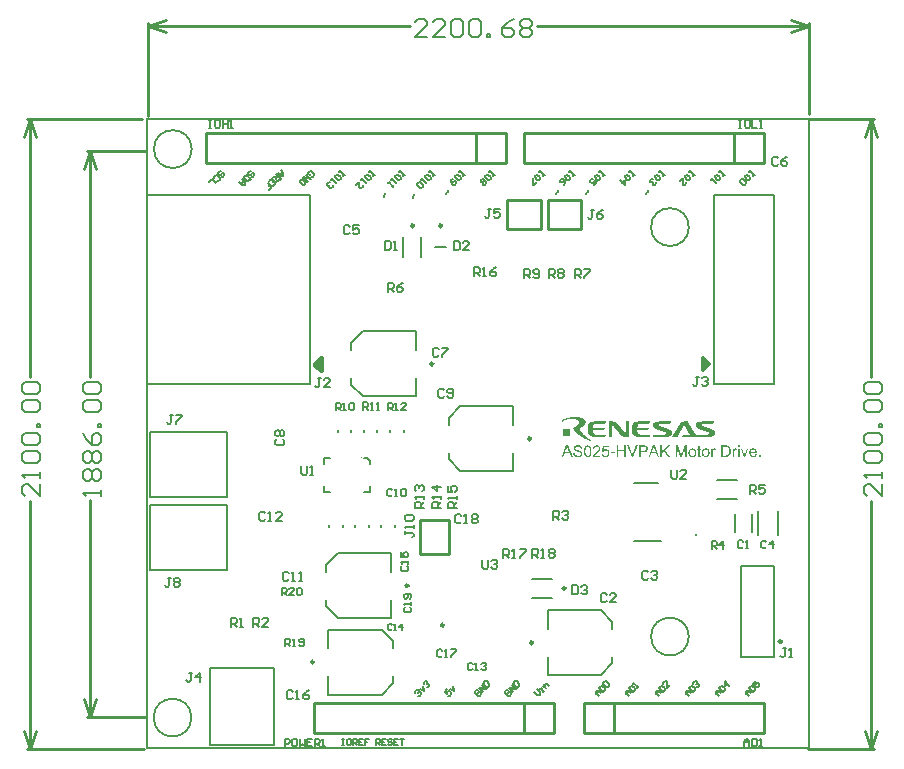
<source format=gto>
G04*
G04 #@! TF.GenerationSoftware,Altium Limited,Altium Designer,21.9.2 (33)*
G04*
G04 Layer_Color=65535*
%FSLAX44Y44*%
%MOMM*%
G71*
G04*
G04 #@! TF.SameCoordinates,E2BC6D59-9887-43D7-9D5B-FB48D232BC44*
G04*
G04*
G04 #@! TF.FilePolarity,Positive*
G04*
G01*
G75*
%ADD10C,0.2000*%
%ADD11C,0.1016*%
%ADD12C,0.3810*%
%ADD13C,0.2500*%
%ADD14C,0.2032*%
%ADD15C,0.2540*%
%ADD16C,0.1500*%
%ADD17C,0.3000*%
%ADD18C,0.1524*%
%ADD19C,0.1270*%
G36*
X365965Y-230280D02*
X365975Y-230334D01*
X365890Y-230462D01*
X365847Y-230569D01*
X365804Y-230612D01*
X365751Y-230751D01*
X365697Y-230805D01*
X365676Y-230891D01*
X365590Y-231019D01*
X365547Y-231126D01*
X365504Y-231169D01*
X365451Y-231308D01*
X365419Y-231340D01*
X365397Y-231383D01*
X365205Y-231747D01*
X365108Y-231865D01*
X365001Y-231972D01*
X364958Y-231994D01*
X364916Y-232036D01*
X364659Y-232079D01*
X364444Y-232101D01*
X362024D01*
X359690Y-232079D01*
X357378Y-232101D01*
X357313Y-232122D01*
X356971Y-232143D01*
X356885Y-232165D01*
X356692Y-232186D01*
X356585Y-232229D01*
X356435Y-232250D01*
X356350Y-232272D01*
X356200Y-232336D01*
X356114Y-232358D01*
X355793Y-232529D01*
X355589Y-232668D01*
X355514Y-232722D01*
X355397Y-232839D01*
X355375Y-232882D01*
X355311Y-232946D01*
X355247Y-233053D01*
X355204Y-233096D01*
X355182Y-233182D01*
X355097Y-233311D01*
X355065Y-233471D01*
X355011Y-233589D01*
X354990Y-233803D01*
X354968Y-233889D01*
X354947Y-234231D01*
X354925Y-234445D01*
X354947Y-235538D01*
X355043Y-235570D01*
X365033Y-235581D01*
X365012Y-235666D01*
X364905Y-235859D01*
X364477Y-236673D01*
X364284Y-237037D01*
X364198Y-237187D01*
X364102Y-237283D01*
X363995Y-237347D01*
X363887Y-237390D01*
X363673Y-237411D01*
X354979Y-237433D01*
X354947Y-237465D01*
X354925Y-237551D01*
X354947Y-239564D01*
X354968Y-239628D01*
X355000Y-239895D01*
X355022Y-239981D01*
X355075Y-240099D01*
X355097Y-240185D01*
X355247Y-240463D01*
X355397Y-240656D01*
X355429Y-240709D01*
X355472Y-240731D01*
X355621Y-240881D01*
X355664Y-240902D01*
X355814Y-241009D01*
X355900Y-241031D01*
X355964Y-241095D01*
X356103Y-241127D01*
X356242Y-241202D01*
X356403Y-241234D01*
X356510Y-241277D01*
X356617Y-241298D01*
X356810Y-241320D01*
X357046Y-241362D01*
X357153Y-241384D01*
X357517Y-241405D01*
X366168Y-241427D01*
X366190Y-241491D01*
X366168Y-241534D01*
X366104Y-241598D01*
X366072Y-241716D01*
X366018Y-241769D01*
X365965Y-241908D01*
X365890Y-242048D01*
X365826Y-242155D01*
X365783Y-242262D01*
X365718Y-242369D01*
X365419Y-242947D01*
X365376Y-242990D01*
X365354Y-243033D01*
X365237Y-243151D01*
X365151Y-243172D01*
X365001Y-243236D01*
X364659Y-243258D01*
X355600Y-243236D01*
X355536Y-243215D01*
X355011Y-243161D01*
X354733Y-243140D01*
X354561Y-243118D01*
X354454Y-243097D01*
X354369Y-243076D01*
X354262Y-243054D01*
X354090Y-243033D01*
X354005Y-243011D01*
X353887Y-242979D01*
X353801Y-242958D01*
X353576Y-242904D01*
X353437Y-242851D01*
X353255Y-242819D01*
X353116Y-242744D01*
X352998Y-242712D01*
X352902Y-242658D01*
X352730Y-242615D01*
X352602Y-242530D01*
X352516Y-242508D01*
X352452Y-242444D01*
X352334Y-242412D01*
X352109Y-242251D01*
X351959Y-242166D01*
X351692Y-241962D01*
X351638Y-241908D01*
X351595Y-241887D01*
X351574Y-241844D01*
X351531Y-241823D01*
X351499Y-241791D01*
X351478Y-241748D01*
X351403Y-241694D01*
X351349Y-241619D01*
X351285Y-241555D01*
X351274Y-241523D01*
X351231Y-241502D01*
X351199Y-241469D01*
X351178Y-241427D01*
X351114Y-241362D01*
X351028Y-241213D01*
X350835Y-240891D01*
X350792Y-240784D01*
X350685Y-240549D01*
X350664Y-240442D01*
X350578Y-240249D01*
X350557Y-240120D01*
X350514Y-240013D01*
X350493Y-239928D01*
X350461Y-239746D01*
X350418Y-239574D01*
X350396Y-239446D01*
X350375Y-239189D01*
X350354Y-238739D01*
X350343Y-234681D01*
X350364Y-234617D01*
X350386Y-234017D01*
X350407Y-233953D01*
X350439Y-233792D01*
X350461Y-233707D01*
X350482Y-233600D01*
X350503Y-233471D01*
X350568Y-233300D01*
X350589Y-233193D01*
X350632Y-233086D01*
X350685Y-232968D01*
X350707Y-232861D01*
X350750Y-232818D01*
X350792Y-232711D01*
X350857Y-232604D01*
X350964Y-232411D01*
X351103Y-232208D01*
X351221Y-232047D01*
X351242Y-232004D01*
X351413Y-231833D01*
X351435Y-231790D01*
X351467Y-231758D01*
X351499Y-231747D01*
X351521Y-231704D01*
X351574Y-231651D01*
X351617Y-231629D01*
X351703Y-231544D01*
X351745Y-231522D01*
X351810Y-231458D01*
X351852Y-231437D01*
X351906Y-231405D01*
X351917Y-231373D01*
X351959Y-231351D01*
X352109Y-231244D01*
X352216Y-231180D01*
X352409Y-231073D01*
X352730Y-230923D01*
X352923Y-230837D01*
X353030Y-230794D01*
X353180Y-230730D01*
X353309Y-230709D01*
X353459Y-230644D01*
X353609Y-230623D01*
X353748Y-230569D01*
X353866Y-230537D01*
X354015Y-230516D01*
X354230Y-230452D01*
X354315Y-230430D01*
X354669Y-230398D01*
X354797Y-230377D01*
X355011Y-230334D01*
X356050Y-230280D01*
X357420Y-230259D01*
X365965Y-230280D01*
D02*
G37*
G36*
X384885Y-230270D02*
X384906Y-230355D01*
X384917Y-243193D01*
X384895Y-243236D01*
X384810Y-243258D01*
X381084Y-243236D01*
X381019Y-243215D01*
X380805Y-243193D01*
X380741Y-243172D01*
X380462Y-243151D01*
X380238Y-243097D01*
X380141Y-243065D01*
X380056Y-243043D01*
X379938Y-243011D01*
X379906Y-242979D01*
X379756Y-242936D01*
X379649Y-242872D01*
X379456Y-242765D01*
X379156Y-242551D01*
X379039Y-242455D01*
X379006Y-242423D01*
X378964Y-242401D01*
X378739Y-242176D01*
X378717Y-242133D01*
X378674Y-242112D01*
X378653Y-242069D01*
X378546Y-241962D01*
X378525Y-241919D01*
X378353Y-241748D01*
X378332Y-241705D01*
X378246Y-241619D01*
X378225Y-241577D01*
X378139Y-241491D01*
X378118Y-241448D01*
X378032Y-241362D01*
X378010Y-241320D01*
X377839Y-241148D01*
X377818Y-241105D01*
X377754Y-241041D01*
X377732Y-240998D01*
X377625Y-240891D01*
X377604Y-240849D01*
X377518Y-240763D01*
X377497Y-240720D01*
X377411Y-240634D01*
X377389Y-240592D01*
X377240Y-240442D01*
X377218Y-240399D01*
X377132Y-240313D01*
X377111Y-240270D01*
X377015Y-240152D01*
X376897Y-240035D01*
X376876Y-239992D01*
X376790Y-239906D01*
X376768Y-239863D01*
X376704Y-239821D01*
X376683Y-239778D01*
X376586Y-239660D01*
X376554Y-239628D01*
X376533Y-239585D01*
X376469Y-239521D01*
X376447Y-239478D01*
X376404Y-239457D01*
X376383Y-239414D01*
X376297Y-239328D01*
X376276Y-239285D01*
X376169Y-239178D01*
X376147Y-239135D01*
X376019Y-239007D01*
X375998Y-238964D01*
X375955Y-238921D01*
X375933Y-238878D01*
X375848Y-238793D01*
X375826Y-238750D01*
X375676Y-238600D01*
X375655Y-238557D01*
X375548Y-238450D01*
X375527Y-238407D01*
X375441Y-238321D01*
X375419Y-238279D01*
X375334Y-238193D01*
X375312Y-238150D01*
X375248Y-238086D01*
X375227Y-238043D01*
X375055Y-237872D01*
X375034Y-237829D01*
X374948Y-237743D01*
X374927Y-237701D01*
X374841Y-237615D01*
X374820Y-237572D01*
X374734Y-237486D01*
X374713Y-237444D01*
X374627Y-237358D01*
X374606Y-237315D01*
X374434Y-237144D01*
X374413Y-237101D01*
X374327Y-237015D01*
X374306Y-236972D01*
X374220Y-236887D01*
X374199Y-236844D01*
X374113Y-236758D01*
X374092Y-236715D01*
X374006Y-236630D01*
X373985Y-236587D01*
X373942Y-236565D01*
X373920Y-236523D01*
X373835Y-236437D01*
X373813Y-236394D01*
X373706Y-236287D01*
X373685Y-236244D01*
X373620Y-236180D01*
X373599Y-236137D01*
X373513Y-236052D01*
X373492Y-236009D01*
X373385Y-235902D01*
X373364Y-235859D01*
X373321Y-235837D01*
X373299Y-235795D01*
X373214Y-235709D01*
X373192Y-235666D01*
X373107Y-235581D01*
X373085Y-235538D01*
X372999Y-235452D01*
X372978Y-235409D01*
X372892Y-235324D01*
X372871Y-235281D01*
X372785Y-235195D01*
X372764Y-235152D01*
X372593Y-234981D01*
X372571Y-234938D01*
X372486Y-234852D01*
X372464Y-234809D01*
X372379Y-234724D01*
X372357Y-234681D01*
X372271Y-234595D01*
X372250Y-234552D01*
X372164Y-234467D01*
X372143Y-234424D01*
X372100Y-234403D01*
X372079Y-234360D01*
X371972Y-234253D01*
X371950Y-234210D01*
X371886Y-234146D01*
X371865Y-234103D01*
X371757Y-233996D01*
X371736Y-233953D01*
X371650Y-233867D01*
X371629Y-233824D01*
X371543Y-233739D01*
X371522Y-233696D01*
X371458Y-233653D01*
X371436Y-233610D01*
X371319Y-233493D01*
X371211Y-233450D01*
X371169Y-233471D01*
X371136Y-233503D01*
X371115Y-243225D01*
X371083Y-243258D01*
X368556Y-243236D01*
X368524Y-243140D01*
X368545Y-243076D01*
X368567Y-230291D01*
X368599Y-230259D01*
X371725Y-230280D01*
X371790Y-230302D01*
X372507Y-230334D01*
X372635Y-230355D01*
X372721Y-230377D01*
X372828Y-230398D01*
X373181Y-230452D01*
X373331Y-230516D01*
X373503Y-230537D01*
X373546Y-230580D01*
X373695Y-230623D01*
X373803Y-230666D01*
X373995Y-230773D01*
X374038Y-230816D01*
X374124Y-230837D01*
X374327Y-230976D01*
X374338Y-231008D01*
X374381Y-231030D01*
X374498Y-231126D01*
X374627Y-231233D01*
X374745Y-231351D01*
X374788Y-231373D01*
X374841Y-231426D01*
X374852Y-231458D01*
X374895Y-231479D01*
X374927Y-231512D01*
X374948Y-231555D01*
X375077Y-231683D01*
X375098Y-231726D01*
X375248Y-231876D01*
X375270Y-231919D01*
X375355Y-232004D01*
X375377Y-232047D01*
X375441Y-232090D01*
X375462Y-232133D01*
X375548Y-232218D01*
X375569Y-232261D01*
X375655Y-232347D01*
X375676Y-232390D01*
X375762Y-232475D01*
X375783Y-232518D01*
X375869Y-232604D01*
X375891Y-232647D01*
X375976Y-232732D01*
X375987Y-232764D01*
X376030Y-232786D01*
X376062Y-232818D01*
X376083Y-232861D01*
X376169Y-232946D01*
X376190Y-232989D01*
X376276Y-233075D01*
X376297Y-233118D01*
X376383Y-233203D01*
X376404Y-233246D01*
X376490Y-233332D01*
X376511Y-233375D01*
X376597Y-233460D01*
X376608Y-233493D01*
X376651Y-233514D01*
X376704Y-233589D01*
X376768Y-233653D01*
X376790Y-233696D01*
X376897Y-233803D01*
X376918Y-233846D01*
X377004Y-233932D01*
X377025Y-233974D01*
X377111Y-234060D01*
X377132Y-234103D01*
X377304Y-234274D01*
X377325Y-234317D01*
X377411Y-234403D01*
X377432Y-234445D01*
X377518Y-234531D01*
X377539Y-234574D01*
X377604Y-234638D01*
X377625Y-234681D01*
X377732Y-234788D01*
X377743Y-234820D01*
X377786Y-234842D01*
X377839Y-234917D01*
X377904Y-234981D01*
X377925Y-235024D01*
X378032Y-235131D01*
X378053Y-235174D01*
X378118Y-235238D01*
X378139Y-235281D01*
X378246Y-235388D01*
X378268Y-235431D01*
X378353Y-235516D01*
X378364Y-235548D01*
X378407Y-235570D01*
X378621Y-235827D01*
X378674Y-235902D01*
X378739Y-235966D01*
X378760Y-236009D01*
X378846Y-236094D01*
X378867Y-236137D01*
X379039Y-236309D01*
X379060Y-236351D01*
X379146Y-236437D01*
X379167Y-236480D01*
X379253Y-236565D01*
X379274Y-236608D01*
X379360Y-236694D01*
X379381Y-236737D01*
X379467Y-236822D01*
X379488Y-236865D01*
X379660Y-237037D01*
X379681Y-237080D01*
X379767Y-237165D01*
X379788Y-237208D01*
X379874Y-237294D01*
X379895Y-237337D01*
X379981Y-237422D01*
X380002Y-237465D01*
X380088Y-237551D01*
X380109Y-237593D01*
X380152Y-237615D01*
X380173Y-237658D01*
X380280Y-237765D01*
X380302Y-237808D01*
X380388Y-237893D01*
X380409Y-237936D01*
X380495Y-238022D01*
X380516Y-238065D01*
X380602Y-238150D01*
X380623Y-238193D01*
X380773Y-238343D01*
X380794Y-238386D01*
X380901Y-238493D01*
X380923Y-238536D01*
X381009Y-238621D01*
X381030Y-238664D01*
X381116Y-238750D01*
X381137Y-238793D01*
X381223Y-238878D01*
X381244Y-238921D01*
X381394Y-239071D01*
X381415Y-239114D01*
X381523Y-239221D01*
X381544Y-239264D01*
X381630Y-239349D01*
X381651Y-239392D01*
X381737Y-239478D01*
X381758Y-239521D01*
X381844Y-239606D01*
X381865Y-239649D01*
X382015Y-239799D01*
X382037Y-239842D01*
X382176Y-239981D01*
X382315Y-239970D01*
X382336Y-239885D01*
Y-238814D01*
Y-238793D01*
X382358Y-230291D01*
X382390Y-230259D01*
X384885Y-230270D01*
D02*
G37*
G36*
X335170Y-236598D02*
X335202Y-236694D01*
X335181Y-236758D01*
X335192Y-242572D01*
X335181Y-242583D01*
Y-242605D01*
X335085Y-242637D01*
X329174Y-242615D01*
X329142Y-242583D01*
X329164Y-242305D01*
X329153Y-236640D01*
X329174Y-236598D01*
X329260Y-236576D01*
X335170Y-236598D01*
D02*
G37*
G36*
X340267Y-226533D02*
X341188Y-226554D01*
X341252Y-226576D01*
X341659Y-226597D01*
X341809Y-226618D01*
X342259Y-226640D01*
X342323Y-226661D01*
X342526Y-226693D01*
X342719Y-226715D01*
X342976Y-226736D01*
X343083Y-226758D01*
X343255Y-226800D01*
X343597Y-226843D01*
X343683Y-226865D01*
X343801Y-226897D01*
X343886Y-226918D01*
X344111Y-226950D01*
X344293Y-227004D01*
X344379Y-227025D01*
X344582Y-227057D01*
X344721Y-227111D01*
X344807Y-227132D01*
X344925Y-227164D01*
X345043Y-227218D01*
X345235Y-227261D01*
X345385Y-227325D01*
X345578Y-227368D01*
X345621Y-227411D01*
X345706Y-227432D01*
X345942Y-227539D01*
X346060Y-227571D01*
X346199Y-227646D01*
X346285Y-227668D01*
X346349Y-227732D01*
X346467Y-227764D01*
X346520Y-227818D01*
X346627Y-227861D01*
X346670Y-227882D01*
X346713Y-227925D01*
X347013Y-228096D01*
X347056Y-228139D01*
X347163Y-228203D01*
X347206Y-228246D01*
X347313Y-228310D01*
X347377Y-228374D01*
X347420Y-228396D01*
X347484Y-228460D01*
X347527Y-228482D01*
X347880Y-228835D01*
X347901Y-228878D01*
X347944Y-228920D01*
X347966Y-228963D01*
X348008Y-229006D01*
X348030Y-229049D01*
X348094Y-229113D01*
X348180Y-229263D01*
X348308Y-229541D01*
X348394Y-229734D01*
X348415Y-229820D01*
X348447Y-229981D01*
X348501Y-230163D01*
X348522Y-230441D01*
X348544Y-230655D01*
X348522Y-231362D01*
X348501Y-231426D01*
X348480Y-231555D01*
X348437Y-231662D01*
X348383Y-231886D01*
X348330Y-232004D01*
X348308Y-232090D01*
X348265Y-232197D01*
X348223Y-232240D01*
X348201Y-232325D01*
X348180Y-232368D01*
X348051Y-232582D01*
X347966Y-232732D01*
X347901Y-232796D01*
X347837Y-232904D01*
X347741Y-233021D01*
X347548Y-233278D01*
X347505Y-233300D01*
X347452Y-233375D01*
X347388Y-233418D01*
X347366Y-233460D01*
X347141Y-233685D01*
X347098Y-233707D01*
X347013Y-233792D01*
X346970Y-233814D01*
X346884Y-233899D01*
X346777Y-233964D01*
X346734Y-234007D01*
X346692Y-234028D01*
X346606Y-234114D01*
X346563Y-234135D01*
X346499Y-234199D01*
X346349Y-234285D01*
X346231Y-234381D01*
X345888Y-234595D01*
X345771Y-234670D01*
X345192Y-234992D01*
X345085Y-235034D01*
X344978Y-235099D01*
X344871Y-235142D01*
X344828Y-235163D01*
X344721Y-235227D01*
X344614Y-235270D01*
X344571Y-235313D01*
X344486Y-235334D01*
X344379Y-235398D01*
X344015Y-235591D01*
X343865Y-235677D01*
X343801Y-235741D01*
X343704Y-235795D01*
X343683Y-235837D01*
X343651Y-235870D01*
X343608Y-235891D01*
X343533Y-236009D01*
X343490Y-236052D01*
X343469Y-236137D01*
X343426Y-236287D01*
X343404Y-236437D01*
X343426Y-236523D01*
X343447Y-236694D01*
X343469Y-236758D01*
X343501Y-236919D01*
X343576Y-237101D01*
X343747Y-237422D01*
X343854Y-237615D01*
X344004Y-237829D01*
X344025Y-237872D01*
X344090Y-237936D01*
X344154Y-238043D01*
X344197Y-238086D01*
X344261Y-238193D01*
X344304Y-238236D01*
X344368Y-238343D01*
X344411Y-238386D01*
X344432Y-238429D01*
X344496Y-238493D01*
X344518Y-238536D01*
X344582Y-238600D01*
X344604Y-238643D01*
X344700Y-238761D01*
X344753Y-238836D01*
X344818Y-238900D01*
X344839Y-238943D01*
X344903Y-239007D01*
X344925Y-239050D01*
X345010Y-239135D01*
X345032Y-239178D01*
X345117Y-239264D01*
X345139Y-239307D01*
X345225Y-239392D01*
X345246Y-239435D01*
X345353Y-239542D01*
X345364Y-239574D01*
X345396Y-239585D01*
X345417Y-239628D01*
X345546Y-239756D01*
X345567Y-239799D01*
X345653Y-239885D01*
X345674Y-239928D01*
X345867Y-240120D01*
X345888Y-240163D01*
X346167Y-240442D01*
X346188Y-240484D01*
X346253Y-240527D01*
X346274Y-240570D01*
X347088Y-241384D01*
X347098Y-241416D01*
X347141Y-241437D01*
X347334Y-241630D01*
X347377Y-241651D01*
X347420Y-241716D01*
X347463Y-241737D01*
X347848Y-242123D01*
X347891Y-242144D01*
X347998Y-242251D01*
X348041Y-242273D01*
X348212Y-242444D01*
X348255Y-242465D01*
X348447Y-242658D01*
X348490Y-242679D01*
X348533Y-242744D01*
X348576Y-242765D01*
X348662Y-242851D01*
X348704Y-242872D01*
X348790Y-242958D01*
X348833Y-242979D01*
X348919Y-243065D01*
X348961Y-243086D01*
X349047Y-243172D01*
X349090Y-243193D01*
X349240Y-243343D01*
X349283Y-243365D01*
X349400Y-243461D01*
X349497Y-243557D01*
X349604Y-243622D01*
X349668Y-243686D01*
X349711Y-243707D01*
X349775Y-243772D01*
X349818Y-243793D01*
X349904Y-243879D01*
X349947Y-243900D01*
X350032Y-243986D01*
X350139Y-244050D01*
X350182Y-244093D01*
X350225Y-244114D01*
X350289Y-244179D01*
X350332Y-244200D01*
X350418Y-244286D01*
X350525Y-244350D01*
X350792Y-244553D01*
X350825Y-244585D01*
X350932Y-244650D01*
X350975Y-244692D01*
X351082Y-244757D01*
X351124Y-244799D01*
X351167Y-244821D01*
X351231Y-244885D01*
X351381Y-244971D01*
X351424Y-245014D01*
X351467Y-245035D01*
X351531Y-245099D01*
X351638Y-245163D01*
X351788Y-245249D01*
X351852Y-245313D01*
X351895Y-245335D01*
X351938Y-245378D01*
X351981Y-245399D01*
X352249Y-245581D01*
X352281Y-245613D01*
X352388Y-245656D01*
X352452Y-245720D01*
X352752Y-245892D01*
X352795Y-245935D01*
X352902Y-245999D01*
X353052Y-246084D01*
X353094Y-246127D01*
X353202Y-246170D01*
X353266Y-246234D01*
X353352Y-246256D01*
X353394Y-246299D01*
X353437Y-246320D01*
X353758Y-246513D01*
X353908Y-246598D01*
X353951Y-246641D01*
X354090Y-246695D01*
X354144Y-246748D01*
X354262Y-246780D01*
X354315Y-246834D01*
X354508Y-246941D01*
X354776Y-247080D01*
X354754Y-247166D01*
X354572Y-247241D01*
X354251Y-247219D01*
X354144Y-247176D01*
X353994Y-247155D01*
X353855Y-247102D01*
X353737Y-247069D01*
X353512Y-247016D01*
X353373Y-246962D01*
X353180Y-246919D01*
X353030Y-246855D01*
X352902Y-246834D01*
X352709Y-246748D01*
X352559Y-246727D01*
X352366Y-246641D01*
X352238Y-246620D01*
X352045Y-246534D01*
X351959Y-246513D01*
X351810Y-246448D01*
X351724Y-246427D01*
X351531Y-246341D01*
X351392Y-246288D01*
X351360Y-246256D01*
X351317D01*
X351306Y-246245D01*
X351221Y-246224D01*
X351082Y-246149D01*
X350996Y-246127D01*
X350878Y-246095D01*
X350846Y-246063D01*
X350696Y-246020D01*
X350503Y-245935D01*
X350396Y-245892D01*
X350204Y-245806D01*
X350161Y-245785D01*
X350011Y-245720D01*
X349775Y-245613D01*
X349690Y-245592D01*
X349647Y-245549D01*
X349443Y-245474D01*
X349411Y-245442D01*
X349208Y-245367D01*
X349176Y-245335D01*
X349036Y-245281D01*
X348897Y-245206D01*
X348662Y-245099D01*
X348555Y-245035D01*
X348233Y-244885D01*
X348126Y-244821D01*
X347976Y-244735D01*
X347570Y-244521D01*
X347248Y-244350D01*
X347141Y-244286D01*
X347034Y-244243D01*
X346991Y-244200D01*
X346841Y-244114D01*
X346456Y-243900D01*
X346220Y-243750D01*
X346178Y-243729D01*
X345963Y-243600D01*
X345771Y-243493D01*
X345621Y-243386D01*
X345471Y-243300D01*
X345321Y-243193D01*
X345171Y-243108D01*
X345128Y-243065D01*
X344828Y-242894D01*
X344786Y-242851D01*
X344636Y-242765D01*
X344486Y-242658D01*
X344368Y-242562D01*
X344197Y-242455D01*
X344165Y-242423D01*
X344122Y-242401D01*
X344079Y-242358D01*
X343929Y-242273D01*
X343886Y-242230D01*
X343779Y-242166D01*
X343736Y-242123D01*
X343672Y-242101D01*
X343608Y-242037D01*
X343501Y-241973D01*
X343437Y-241908D01*
X343394Y-241887D01*
X343329Y-241823D01*
X343222Y-241759D01*
X343180Y-241716D01*
X343072Y-241651D01*
X343030Y-241609D01*
X342987Y-241587D01*
X342923Y-241523D01*
X342816Y-241459D01*
X342773Y-241416D01*
X342666Y-241352D01*
X342537Y-241223D01*
X342494Y-241202D01*
X342409Y-241116D01*
X342366Y-241095D01*
X342248Y-240998D01*
X342173Y-240945D01*
X342109Y-240881D01*
X342066Y-240859D01*
X342002Y-240795D01*
X341959Y-240774D01*
X341873Y-240688D01*
X341830Y-240666D01*
X341777Y-240634D01*
X341755Y-240592D01*
X341680Y-240538D01*
X341616Y-240474D01*
X341573Y-240452D01*
X341402Y-240281D01*
X341359Y-240260D01*
X341188Y-240088D01*
X341145Y-240067D01*
X341038Y-239960D01*
X340995Y-239938D01*
X340781Y-239724D01*
X340749Y-239713D01*
X340728Y-239671D01*
X340653Y-239617D01*
X340374Y-239339D01*
X340331Y-239317D01*
X340289Y-239253D01*
X340246Y-239232D01*
X340192Y-239178D01*
X340182Y-239146D01*
X340139Y-239125D01*
X340107Y-239093D01*
X340085Y-239050D01*
X340053Y-239018D01*
X340021Y-239007D01*
X339999Y-238964D01*
X339807Y-238771D01*
X339785Y-238728D01*
X339507Y-238450D01*
X339486Y-238407D01*
X339400Y-238321D01*
X339378Y-238279D01*
X339293Y-238193D01*
X339271Y-238150D01*
X339164Y-238043D01*
X339143Y-238000D01*
X339057Y-237915D01*
X339036Y-237872D01*
X338971Y-237808D01*
X338950Y-237765D01*
X338886Y-237701D01*
X338822Y-237593D01*
X338757Y-237529D01*
X338736Y-237486D01*
X338629Y-237337D01*
X338607Y-237294D01*
X338565Y-237251D01*
X338500Y-237144D01*
X338415Y-236994D01*
X338372Y-236951D01*
X338329Y-236844D01*
X338286Y-236801D01*
X338243Y-236651D01*
X338158Y-236458D01*
X338136Y-236309D01*
X338093Y-236137D01*
X338115Y-235902D01*
X338136Y-235837D01*
X338190Y-235698D01*
X338243Y-235645D01*
X338265Y-235602D01*
X338425Y-235441D01*
X338468Y-235420D01*
X338532Y-235356D01*
X338640Y-235291D01*
X338789Y-235206D01*
X339411Y-234884D01*
X339518Y-234842D01*
X339967Y-234585D01*
X340010Y-234542D01*
X340096Y-234520D01*
X340224Y-234435D01*
X340331Y-234370D01*
X340535Y-234231D01*
X340642Y-234188D01*
X340695Y-234135D01*
X340802Y-234071D01*
X340845Y-234028D01*
X340888Y-234007D01*
X341038Y-233899D01*
X341081Y-233878D01*
X341145Y-233814D01*
X341188Y-233792D01*
X341274Y-233707D01*
X341381Y-233642D01*
X341423Y-233600D01*
X341466Y-233578D01*
X341638Y-233407D01*
X341680Y-233386D01*
X342141Y-232925D01*
X342205Y-232818D01*
X342269Y-232754D01*
X342291Y-232711D01*
X342355Y-232647D01*
X342419Y-232540D01*
X342462Y-232497D01*
X342526Y-232390D01*
X342762Y-231897D01*
X342805Y-231726D01*
X342848Y-231619D01*
X342869Y-231469D01*
X342880Y-231137D01*
X342858Y-230837D01*
X342837Y-230751D01*
X342783Y-230612D01*
X342762Y-230484D01*
X342676Y-230355D01*
X342655Y-230248D01*
X342569Y-230120D01*
X342548Y-230056D01*
X342505Y-230013D01*
X342483Y-229970D01*
X342377Y-229820D01*
X342323Y-229723D01*
X342280Y-229702D01*
X342227Y-229627D01*
X342141Y-229541D01*
X342130Y-229509D01*
X342087Y-229488D01*
X342034Y-229434D01*
X342023Y-229402D01*
X341980Y-229381D01*
X341895Y-229295D01*
X341852Y-229274D01*
X341734Y-229177D01*
X341616Y-229102D01*
X341423Y-228974D01*
X341274Y-228888D01*
X341166Y-228846D01*
X341124Y-228824D01*
X341081Y-228781D01*
X340995Y-228760D01*
X340760Y-228653D01*
X340674Y-228631D01*
X340631Y-228589D01*
X340374Y-228524D01*
X340224Y-228460D01*
X340064Y-228428D01*
X339957Y-228385D01*
X339871Y-228364D01*
X339614Y-228321D01*
X339432Y-228267D01*
X339004Y-228225D01*
X338918Y-228203D01*
X338768Y-228182D01*
X338682Y-228160D01*
X338275Y-228139D01*
X337751Y-228107D01*
X336605Y-228096D01*
X336541Y-228117D01*
X335813Y-228139D01*
X335727Y-228160D01*
X335406Y-228182D01*
X335342Y-228203D01*
X335128Y-228225D01*
X335042Y-228246D01*
X334678Y-228267D01*
X334614Y-228289D01*
X334474Y-228321D01*
X334185Y-228353D01*
X333982Y-228385D01*
X333896Y-228407D01*
X333778Y-228439D01*
X333564Y-228460D01*
X333425Y-228492D01*
X333340Y-228514D01*
X333222Y-228546D01*
X332997Y-228578D01*
X332751Y-228653D01*
X332547Y-228685D01*
X332365Y-228738D01*
X332279Y-228760D01*
X332151Y-228781D01*
X332001Y-228846D01*
X331755Y-228899D01*
X331637Y-228953D01*
X331455Y-228985D01*
X331380Y-229017D01*
X331273Y-229060D01*
X331102Y-229102D01*
X331059Y-229145D01*
X330834Y-229199D01*
X330652Y-229274D01*
X330545Y-229317D01*
X330502Y-229359D01*
X330363Y-229392D01*
X330224Y-229466D01*
X330084Y-229520D01*
X329988Y-229574D01*
X329849Y-229627D01*
X329817Y-229659D01*
X329645Y-229723D01*
X329603Y-229766D01*
X329463Y-229820D01*
X329046Y-230045D01*
X328468Y-230366D01*
X328360Y-230409D01*
X328275Y-230387D01*
X328243Y-230291D01*
X328275Y-230002D01*
X328296Y-229788D01*
X328318Y-229681D01*
X328371Y-229499D01*
X328436Y-229392D01*
X328478Y-229349D01*
X328500Y-229306D01*
X328725Y-229081D01*
X328832Y-229017D01*
X328982Y-228931D01*
X329132Y-228867D01*
X329174Y-228846D01*
X329581Y-228653D01*
X329624Y-228631D01*
X329774Y-228567D01*
X330009Y-228460D01*
X330202Y-228374D01*
X330309Y-228332D01*
X330459Y-228267D01*
X330598Y-228214D01*
X330630Y-228182D01*
X330770Y-228150D01*
X330877Y-228107D01*
X330909Y-228075D01*
X331048Y-228043D01*
X331155Y-228000D01*
X331294Y-227946D01*
X331412Y-227914D01*
X331444Y-227882D01*
X331584Y-227850D01*
X331690Y-227828D01*
X331872Y-227753D01*
X331990Y-227721D01*
X332108Y-227668D01*
X332333Y-227614D01*
X332451Y-227561D01*
X332601Y-227539D01*
X332718Y-227507D01*
X332826Y-227464D01*
X332911Y-227443D01*
X333018Y-227421D01*
X333190Y-227357D01*
X333468Y-227314D01*
X333714Y-227239D01*
X333918Y-227207D01*
X334025Y-227164D01*
X334110Y-227143D01*
X334346Y-227100D01*
X334432Y-227079D01*
X334549Y-227047D01*
X334699Y-227025D01*
X334913Y-227004D01*
X334978Y-226982D01*
X335149Y-226940D01*
X335545Y-226886D01*
X335663Y-226854D01*
X335813Y-226833D01*
X336145Y-226800D01*
X336359Y-226758D01*
X336487Y-226736D01*
X336787Y-226715D01*
X337001Y-226693D01*
X337258Y-226651D01*
X337494Y-226629D01*
X337901Y-226608D01*
X338243Y-226586D01*
X338522Y-226565D01*
X338779Y-226543D01*
X339593Y-226522D01*
X340203Y-226511D01*
X340267Y-226533D01*
D02*
G37*
G36*
X453058Y-181977D02*
Y-181977D01*
X448058Y-186977D01*
Y-176977D01*
X453058Y-181977D01*
D02*
G37*
G36*
X420990Y-230291D02*
X420969Y-230420D01*
X420904Y-230484D01*
X420851Y-230623D01*
X420819Y-230655D01*
X420776Y-230762D01*
X420754Y-230805D01*
X420712Y-230848D01*
X420669Y-230955D01*
X420604Y-231062D01*
X420497Y-231255D01*
X420305Y-231619D01*
X420219Y-231769D01*
X420155Y-231833D01*
X420101Y-231929D01*
X420058Y-231951D01*
X420015Y-231994D01*
X419973Y-232015D01*
X419866Y-232058D01*
X419501Y-232101D01*
X412863Y-232079D01*
X412799Y-232101D01*
X412221Y-232122D01*
X412156Y-232143D01*
X411696Y-232176D01*
X411439Y-232240D01*
X411310Y-232261D01*
X411203Y-232304D01*
X411064Y-232358D01*
X410829Y-232486D01*
X410625Y-232689D01*
X410540Y-232904D01*
X410518Y-232989D01*
X410540Y-233396D01*
X410604Y-233546D01*
X410625Y-233589D01*
X410689Y-233653D01*
X410711Y-233696D01*
X410829Y-233814D01*
X410871Y-233835D01*
X410936Y-233899D01*
X411043Y-233964D01*
X411086Y-234007D01*
X411171Y-234028D01*
X411300Y-234114D01*
X411439Y-234167D01*
X411471Y-234199D01*
X411557Y-234221D01*
X411664Y-234263D01*
X411814Y-234328D01*
X411899Y-234349D01*
X412092Y-234435D01*
X412199Y-234456D01*
X412242Y-234499D01*
X412381Y-234531D01*
X412488Y-234552D01*
X412606Y-234606D01*
X412692Y-234627D01*
X412970Y-234735D01*
X413120Y-234756D01*
X413313Y-234842D01*
X413420Y-234863D01*
X413570Y-234927D01*
X413655Y-234949D01*
X413784Y-234970D01*
X413827Y-235013D01*
X413966Y-235045D01*
X414105Y-235099D01*
X414212Y-235142D01*
X414383Y-235163D01*
X414576Y-235249D01*
X414705Y-235270D01*
X414897Y-235356D01*
X415015Y-235388D01*
X415133Y-235441D01*
X415283Y-235463D01*
X415433Y-235527D01*
X415583Y-235570D01*
X415733Y-235634D01*
X415818Y-235655D01*
X415957Y-235688D01*
X416075Y-235741D01*
X416161Y-235763D01*
X416300Y-235795D01*
X416418Y-235848D01*
X416503Y-235870D01*
X416718Y-235955D01*
X416910Y-235998D01*
X417060Y-236062D01*
X417200Y-236094D01*
X417296Y-236148D01*
X417382Y-236169D01*
X417521Y-236201D01*
X417553Y-236234D01*
X417703Y-236276D01*
X417810Y-236319D01*
X417960Y-236383D01*
X418078Y-236416D01*
X418110Y-236448D01*
X418260Y-236491D01*
X418345Y-236512D01*
X418452Y-236576D01*
X418570Y-236608D01*
X418709Y-236683D01*
X418827Y-236715D01*
X418881Y-236769D01*
X418966Y-236790D01*
X419416Y-237005D01*
X419459Y-237026D01*
X419673Y-237154D01*
X419908Y-237283D01*
X420058Y-237369D01*
X420208Y-237476D01*
X420358Y-237561D01*
X420401Y-237604D01*
X420444Y-237626D01*
X420497Y-237658D01*
X420508Y-237690D01*
X420658Y-237775D01*
X420722Y-237840D01*
X420765Y-237861D01*
X420851Y-237947D01*
X420883Y-237957D01*
X420904Y-238000D01*
X420979Y-238054D01*
X421204Y-238279D01*
X421225Y-238321D01*
X421375Y-238472D01*
X421440Y-238578D01*
X421525Y-238707D01*
X421547Y-238750D01*
X421590Y-238793D01*
X421611Y-238878D01*
X421697Y-239007D01*
X421729Y-239146D01*
X421782Y-239242D01*
X421804Y-239328D01*
X421836Y-239489D01*
X421857Y-239574D01*
X421879Y-239681D01*
X421889Y-240313D01*
X421868Y-240377D01*
X421836Y-240495D01*
X421814Y-240624D01*
X421782Y-240827D01*
X421697Y-241020D01*
X421675Y-241105D01*
X421611Y-241170D01*
X421579Y-241287D01*
X421525Y-241341D01*
X421440Y-241491D01*
X421290Y-241684D01*
X421204Y-241769D01*
X421183Y-241812D01*
X421086Y-241908D01*
X421043Y-241930D01*
X420872Y-242101D01*
X420765Y-242166D01*
X420722Y-242208D01*
X420615Y-242251D01*
X420551Y-242315D01*
X420401Y-242401D01*
X420294Y-242444D01*
X420251Y-242465D01*
X420144Y-242530D01*
X420037Y-242572D01*
X419887Y-242637D01*
X419694Y-242722D01*
X419609Y-242744D01*
X419501Y-242765D01*
X419352Y-242829D01*
X419180Y-242872D01*
X419073Y-242915D01*
X418988Y-242936D01*
X418881Y-242958D01*
X418859D01*
X418624Y-243022D01*
X418474Y-243043D01*
X418227Y-243076D01*
X418056Y-243118D01*
X417885Y-243140D01*
X417349Y-243183D01*
X417157Y-243204D01*
X416921Y-243225D01*
X416279Y-243247D01*
X405111Y-243258D01*
X405079Y-243225D01*
X405100Y-243140D01*
X405164Y-243076D01*
X405196Y-242958D01*
X405250Y-242904D01*
X405304Y-242765D01*
X405336Y-242733D01*
X405379Y-242626D01*
X405443Y-242519D01*
X405850Y-241748D01*
X405925Y-241630D01*
X405967Y-241609D01*
X406053Y-241523D01*
X406192Y-241469D01*
X406289Y-241437D01*
X406374Y-241416D01*
X415154Y-241395D01*
X415219Y-241373D01*
X415486Y-241341D01*
X415615Y-241320D01*
X415786Y-241298D01*
X415872Y-241277D01*
X416054Y-241223D01*
X416139Y-241202D01*
X416204Y-241180D01*
X416439Y-241052D01*
X416482Y-241009D01*
X416525Y-240988D01*
X416600Y-240913D01*
X416621Y-240870D01*
X416664Y-240827D01*
X416707Y-240720D01*
X416728Y-240677D01*
X416750Y-240613D01*
X416771Y-240527D01*
X416750Y-240120D01*
X416707Y-240077D01*
X416675Y-239960D01*
X416621Y-239885D01*
X416578Y-239842D01*
X416557Y-239799D01*
X416503Y-239746D01*
X416471Y-239735D01*
X416450Y-239692D01*
X416321Y-239606D01*
X416289Y-239574D01*
X416139Y-239489D01*
X416032Y-239446D01*
X415797Y-239339D01*
X415604Y-239253D01*
X415326Y-239146D01*
X415208Y-239114D01*
X415026Y-239039D01*
X414748Y-238932D01*
X414598Y-238910D01*
X414448Y-238846D01*
X414362Y-238825D01*
X414169Y-238739D01*
X414009Y-238707D01*
X413891Y-238654D01*
X413805Y-238632D01*
X413666Y-238600D01*
X413548Y-238546D01*
X413463Y-238525D01*
X413184Y-238418D01*
X413034Y-238396D01*
X412884Y-238332D01*
X412799Y-238311D01*
X412649Y-238247D01*
X412392Y-238182D01*
X412242Y-238118D01*
X412124Y-238086D01*
X412006Y-238032D01*
X411921Y-238011D01*
X411792Y-237990D01*
X411600Y-237904D01*
X411471Y-237882D01*
X411321Y-237818D01*
X411236Y-237797D01*
X411086Y-237733D01*
X411000Y-237711D01*
X410861Y-237679D01*
X410786Y-237647D01*
X410679Y-237604D01*
X410550Y-237583D01*
X410358Y-237497D01*
X410197Y-237465D01*
X410165Y-237433D01*
X409993Y-237390D01*
X409715Y-237283D01*
X409629Y-237262D01*
X409587Y-237219D01*
X409447Y-237187D01*
X409362Y-237165D01*
X409180Y-237090D01*
X409073Y-237047D01*
X408923Y-236983D01*
X408805Y-236951D01*
X408709Y-236898D01*
X408623Y-236876D01*
X408216Y-236683D01*
X408109Y-236640D01*
X408066Y-236598D01*
X407927Y-236544D01*
X407873Y-236491D01*
X407756Y-236458D01*
X407574Y-236362D01*
X407531Y-236341D01*
X407488Y-236298D01*
X407295Y-236191D01*
X407145Y-236105D01*
X406995Y-235998D01*
X406846Y-235912D01*
X406781Y-235848D01*
X406738Y-235827D01*
X406674Y-235763D01*
X406631Y-235741D01*
X406567Y-235677D01*
X406524Y-235655D01*
X406407Y-235559D01*
X406289Y-235441D01*
X406246Y-235420D01*
X406107Y-235281D01*
X406085Y-235238D01*
X406000Y-235152D01*
X405978Y-235109D01*
X405914Y-235045D01*
X405892Y-235002D01*
X405796Y-234884D01*
X405753Y-234777D01*
X405700Y-234724D01*
X405646Y-234585D01*
X405593Y-234531D01*
X405561Y-234413D01*
X405518Y-234306D01*
X405486Y-234210D01*
X405464Y-234060D01*
X405421Y-233910D01*
X405400Y-233760D01*
X405379Y-233482D01*
X405400Y-233332D01*
X405421Y-233075D01*
X405443Y-233011D01*
X405464Y-232925D01*
X405496Y-232722D01*
X405550Y-232604D01*
X405571Y-232518D01*
X405614Y-232411D01*
X405657Y-232368D01*
X405678Y-232283D01*
X405743Y-232176D01*
X405828Y-232026D01*
X405871Y-231983D01*
X405935Y-231876D01*
X406000Y-231812D01*
X406021Y-231769D01*
X406085Y-231726D01*
X406107Y-231683D01*
X406246Y-231544D01*
X406289Y-231522D01*
X406374Y-231437D01*
X406417Y-231415D01*
X406481Y-231351D01*
X406589Y-231287D01*
X406631Y-231244D01*
X406696Y-231223D01*
X406738Y-231180D01*
X406931Y-231073D01*
X407038Y-231030D01*
X407145Y-230966D01*
X407252Y-230923D01*
X407445Y-230837D01*
X407584Y-230805D01*
X407702Y-230751D01*
X407788Y-230730D01*
X407906Y-230698D01*
X408023Y-230644D01*
X408109Y-230623D01*
X408270Y-230591D01*
X408409Y-230537D01*
X408676Y-230505D01*
X408783Y-230484D01*
X408955Y-230441D01*
X409244Y-230409D01*
X409576Y-230355D01*
X409865Y-230323D01*
X410540Y-230291D01*
X411332Y-230270D01*
X420958Y-230259D01*
X420990Y-230291D01*
D02*
G37*
G36*
X403516Y-230334D02*
X403451Y-230441D01*
X402830Y-231619D01*
X402744Y-231769D01*
X402648Y-231908D01*
X402605Y-231929D01*
X402455Y-232036D01*
X402198Y-232079D01*
X402049Y-232101D01*
X395217Y-232079D01*
X395153Y-232101D01*
X394768Y-232122D01*
X394703Y-232143D01*
X394318Y-232165D01*
X394254Y-232186D01*
X394104Y-232229D01*
X394018Y-232250D01*
X393857Y-232283D01*
X393675Y-232358D01*
X393590Y-232379D01*
X393547Y-232422D01*
X393440Y-232465D01*
X393333Y-232529D01*
X393183Y-232636D01*
X393044Y-232732D01*
X393022Y-232775D01*
X392915Y-232882D01*
X392894Y-232925D01*
X392830Y-232989D01*
X392765Y-233096D01*
X392701Y-233246D01*
X392680Y-233289D01*
X392615Y-233439D01*
X392583Y-233578D01*
X392530Y-233760D01*
X392508Y-234039D01*
X392487Y-235216D01*
X392508Y-235538D01*
X392540Y-235570D01*
X402562Y-235591D01*
X402573Y-235666D01*
X402509Y-235730D01*
X402455Y-235870D01*
X402423Y-235902D01*
X402402Y-235944D01*
X401802Y-237080D01*
X401695Y-237229D01*
X401642Y-237283D01*
X401535Y-237347D01*
X401427Y-237390D01*
X401213Y-237411D01*
X392540Y-237433D01*
X392508Y-237465D01*
X392487Y-237679D01*
X392508Y-239713D01*
X392530Y-239778D01*
X392562Y-239895D01*
X392615Y-240077D01*
X392637Y-240163D01*
X392765Y-240399D01*
X392851Y-240549D01*
X392915Y-240613D01*
X392937Y-240656D01*
X393097Y-240816D01*
X393140Y-240838D01*
X393162Y-240881D01*
X393311Y-240966D01*
X393354Y-241009D01*
X393440Y-241031D01*
X393483Y-241073D01*
X393590Y-241116D01*
X393675Y-241138D01*
X393718Y-241180D01*
X393804Y-241202D01*
X393997Y-241245D01*
X394104Y-241287D01*
X394254Y-241309D01*
X394500Y-241341D01*
X394714Y-241384D01*
X395057Y-241405D01*
X403730Y-241427D01*
X403751Y-241491D01*
X403665Y-241641D01*
X403537Y-241876D01*
X403494Y-241984D01*
X403473Y-242026D01*
X403430Y-242069D01*
X403376Y-242208D01*
X403301Y-242348D01*
X403237Y-242455D01*
X403194Y-242562D01*
X403173Y-242605D01*
X403130Y-242647D01*
X403077Y-242787D01*
X402927Y-243022D01*
X402820Y-243129D01*
X402712Y-243172D01*
X402562Y-243236D01*
X402284Y-243258D01*
X399050D01*
X393162Y-243236D01*
X393097Y-243215D01*
X392808Y-243183D01*
X392573Y-243161D01*
X392294Y-243140D01*
X392101Y-243118D01*
X391930Y-243076D01*
X391823Y-243054D01*
X391652Y-243033D01*
X391545Y-243011D01*
X391363Y-242958D01*
X391213Y-242936D01*
X391106Y-242894D01*
X390956Y-242851D01*
X390816Y-242819D01*
X390634Y-242744D01*
X390527Y-242701D01*
X390378Y-242637D01*
X390271Y-242615D01*
X390228Y-242572D01*
X389906Y-242423D01*
X389864Y-242401D01*
X389821Y-242358D01*
X389671Y-242273D01*
X389628Y-242230D01*
X389542Y-242208D01*
X389457Y-242123D01*
X389414Y-242101D01*
X389371Y-242058D01*
X389328Y-242037D01*
X389210Y-241941D01*
X389178Y-241908D01*
X389136Y-241887D01*
X389093Y-241823D01*
X389050Y-241801D01*
X388996Y-241726D01*
X388932Y-241684D01*
X388911Y-241641D01*
X388804Y-241534D01*
X388793Y-241502D01*
X388750Y-241480D01*
X388675Y-241362D01*
X388632Y-241320D01*
X388568Y-241213D01*
X388525Y-241170D01*
X388504Y-241084D01*
X388439Y-241020D01*
X388397Y-240913D01*
X388375Y-240870D01*
X388332Y-240827D01*
X388311Y-240741D01*
X388225Y-240549D01*
X388204Y-240463D01*
X388118Y-240249D01*
X388097Y-240163D01*
X388065Y-240024D01*
X388011Y-239885D01*
X387979Y-239660D01*
X387958Y-239531D01*
X387936Y-239424D01*
X387915Y-239296D01*
X387893Y-238932D01*
X387883Y-234510D01*
X387904Y-234445D01*
X387926Y-234017D01*
X387947Y-233953D01*
X388011Y-233589D01*
X388033Y-233503D01*
X388075Y-233396D01*
X388097Y-233311D01*
X388129Y-233171D01*
X388204Y-233032D01*
X388225Y-232904D01*
X388268Y-232861D01*
X388311Y-232754D01*
X388375Y-232647D01*
X388418Y-232540D01*
X388439Y-232497D01*
X388482Y-232454D01*
X388568Y-232304D01*
X388611Y-232261D01*
X388675Y-232154D01*
X388718Y-232111D01*
X388739Y-232068D01*
X388825Y-231983D01*
X388846Y-231940D01*
X389061Y-231726D01*
X389071Y-231694D01*
X389114Y-231672D01*
X389221Y-231565D01*
X389264Y-231544D01*
X389350Y-231458D01*
X389393Y-231437D01*
X389457Y-231373D01*
X389607Y-231287D01*
X389649Y-231244D01*
X389757Y-231180D01*
X389949Y-231073D01*
X390271Y-230923D01*
X390463Y-230837D01*
X390602Y-230784D01*
X390634Y-230751D01*
X390881Y-230698D01*
X390999Y-230644D01*
X391148Y-230623D01*
X391352Y-230548D01*
X391459Y-230527D01*
X391587Y-230505D01*
X391673Y-230484D01*
X391791Y-230452D01*
X391877Y-230430D01*
X392209Y-230398D01*
X392337Y-230377D01*
X392444Y-230355D01*
X392573Y-230334D01*
X392958Y-230312D01*
X393301Y-230291D01*
X394050Y-230270D01*
X403483Y-230259D01*
X403516Y-230334D01*
D02*
G37*
G36*
X457352Y-230291D02*
X457331Y-230398D01*
X457288Y-230441D01*
X457234Y-230580D01*
X457181Y-230634D01*
X457159Y-230719D01*
X457074Y-230848D01*
X457031Y-230955D01*
X456988Y-230998D01*
X456935Y-231137D01*
X456902Y-231169D01*
X456881Y-231212D01*
X456688Y-231576D01*
X456603Y-231726D01*
X456560Y-231769D01*
X456496Y-231876D01*
X456421Y-231951D01*
X456378Y-231972D01*
X456335Y-232015D01*
X456228Y-232058D01*
X455981Y-232090D01*
X452694Y-232101D01*
X452630Y-232079D01*
X448733Y-232101D01*
X448668Y-232122D01*
X448390Y-232143D01*
X448176Y-232165D01*
X448004Y-232186D01*
X447940Y-232208D01*
X447769Y-232250D01*
X447608Y-232283D01*
X447512Y-232336D01*
X447426Y-232358D01*
X447319Y-232422D01*
X447169Y-232529D01*
X447073Y-232604D01*
X447052Y-232647D01*
X446987Y-232711D01*
X446902Y-232904D01*
X446880Y-233053D01*
X446902Y-233418D01*
X446987Y-233546D01*
X447009Y-233610D01*
X447105Y-233728D01*
X447191Y-233814D01*
X447298Y-233878D01*
X447341Y-233921D01*
X447383Y-233942D01*
X447426Y-233985D01*
X447533Y-234028D01*
X447576Y-234049D01*
X447683Y-234114D01*
X447822Y-234167D01*
X447855Y-234199D01*
X447972Y-234231D01*
X448197Y-234328D01*
X448315Y-234360D01*
X448411Y-234413D01*
X448551Y-234445D01*
X448733Y-234520D01*
X448904Y-234563D01*
X449054Y-234627D01*
X449332Y-234735D01*
X449482Y-234756D01*
X449675Y-234842D01*
X449803Y-234863D01*
X449846Y-234906D01*
X449985Y-234938D01*
X450093Y-234959D01*
X450200Y-235002D01*
X450296Y-235034D01*
X450382Y-235056D01*
X450574Y-235142D01*
X450746Y-235163D01*
X450938Y-235249D01*
X451067Y-235270D01*
X451260Y-235356D01*
X451367Y-235377D01*
X451516Y-235441D01*
X451602Y-235463D01*
X451731Y-235484D01*
X451881Y-235548D01*
X452052Y-235613D01*
X452159Y-235655D01*
X452320Y-235688D01*
X452427Y-235730D01*
X452545Y-235763D01*
X452630Y-235784D01*
X452780Y-235848D01*
X452866Y-235870D01*
X453005Y-235923D01*
X453101Y-235955D01*
X453187Y-235977D01*
X453305Y-236009D01*
X453444Y-236062D01*
X453530Y-236084D01*
X453722Y-236169D01*
X453883Y-236201D01*
X454001Y-236255D01*
X454086Y-236276D01*
X454193Y-236319D01*
X454343Y-236383D01*
X454429Y-236405D01*
X454622Y-236491D01*
X454729Y-236512D01*
X454772Y-236555D01*
X454975Y-236630D01*
X455007Y-236662D01*
X455093Y-236683D01*
X455232Y-236737D01*
X455264Y-236769D01*
X455435Y-236833D01*
X455671Y-236962D01*
X455778Y-237005D01*
X456057Y-237154D01*
X456099Y-237197D01*
X456217Y-237229D01*
X456292Y-237304D01*
X456356Y-237326D01*
X456485Y-237411D01*
X456528Y-237433D01*
X456592Y-237497D01*
X456699Y-237540D01*
X456763Y-237604D01*
X456870Y-237668D01*
X456913Y-237711D01*
X457020Y-237775D01*
X457063Y-237818D01*
X457106Y-237840D01*
X457192Y-237925D01*
X457234Y-237947D01*
X457566Y-238279D01*
X457588Y-238321D01*
X457673Y-238407D01*
X457695Y-238450D01*
X457759Y-238514D01*
X457823Y-238621D01*
X457866Y-238664D01*
X458080Y-239114D01*
X458102Y-239200D01*
X458187Y-239392D01*
X458219Y-239703D01*
X458251Y-240056D01*
X458230Y-240120D01*
X458209Y-240463D01*
X458187Y-240527D01*
X458166Y-240720D01*
X458102Y-240870D01*
X458080Y-240956D01*
X458059Y-241020D01*
X457994Y-241127D01*
X457973Y-241213D01*
X457887Y-241341D01*
X457823Y-241448D01*
X457716Y-241598D01*
X457620Y-241716D01*
X457566Y-241769D01*
X457545Y-241812D01*
X457481Y-241855D01*
X457459Y-241898D01*
X457384Y-241951D01*
X457320Y-242016D01*
X457277Y-242037D01*
X457192Y-242123D01*
X457084Y-242187D01*
X456935Y-242294D01*
X456785Y-242380D01*
X456742Y-242423D01*
X456635Y-242444D01*
X456592Y-242487D01*
X456549Y-242508D01*
X456442Y-242551D01*
X456399Y-242572D01*
X456249Y-242637D01*
X456142Y-242679D01*
X455992Y-242744D01*
X455864Y-242765D01*
X455714Y-242829D01*
X455628Y-242851D01*
X455510Y-242883D01*
X455414Y-242915D01*
X455328Y-242936D01*
X455146Y-242969D01*
X454964Y-243022D01*
X454590Y-243076D01*
X454418Y-243118D01*
X454226Y-243140D01*
X453926Y-243161D01*
X453712Y-243183D01*
X453519Y-243204D01*
X453283Y-243225D01*
X452641Y-243247D01*
X430295Y-243258D01*
X430241Y-243225D01*
X430262Y-243118D01*
X430327Y-243054D01*
X430380Y-242915D01*
X430434Y-242861D01*
X430487Y-242722D01*
X430519Y-242690D01*
X430562Y-242583D01*
X430626Y-242476D01*
X431012Y-241748D01*
X431162Y-241555D01*
X431194Y-241523D01*
X431301Y-241480D01*
X431451Y-241416D01*
X436612Y-241395D01*
X436623Y-241277D01*
X436558Y-241213D01*
X436344Y-240827D01*
X436301Y-240720D01*
X436291Y-240709D01*
X436237Y-240656D01*
X436184Y-240517D01*
X436130Y-240463D01*
X436087Y-240356D01*
X436002Y-240228D01*
X435980Y-240163D01*
X435937Y-240120D01*
X435723Y-239735D01*
X435638Y-239585D01*
X435423Y-239200D01*
X435338Y-239050D01*
X435124Y-238664D01*
X435081Y-238621D01*
X435059Y-238536D01*
X435017Y-238493D01*
X434995Y-238450D01*
X434909Y-238300D01*
X434802Y-238107D01*
X434717Y-237957D01*
X434503Y-237572D01*
X434417Y-237422D01*
X434374Y-237379D01*
X434353Y-237294D01*
X434267Y-237165D01*
X434096Y-236865D01*
X433881Y-236480D01*
X433796Y-236330D01*
X433689Y-236137D01*
X433646Y-236094D01*
X433625Y-236009D01*
X433560Y-235944D01*
X433507Y-235805D01*
X433453Y-235752D01*
X433400Y-235613D01*
X433346Y-235559D01*
X433303Y-235452D01*
X433260Y-235409D01*
X433218Y-235302D01*
X433196Y-235259D01*
X433153Y-235216D01*
X432982Y-234895D01*
X432875Y-234702D01*
X432832Y-234660D01*
X432811Y-234574D01*
X432725Y-234445D01*
X432661Y-234338D01*
X432447Y-233953D01*
X432361Y-233803D01*
X432318Y-233760D01*
X432297Y-233675D01*
X432211Y-233546D01*
X432126Y-233396D01*
X432072Y-233300D01*
X431986Y-233278D01*
X431836Y-233364D01*
X431762Y-233439D01*
X431740Y-233482D01*
X431676Y-233546D01*
X431526Y-233824D01*
X431483Y-233867D01*
X431462Y-233953D01*
X431376Y-234081D01*
X431290Y-234231D01*
X431183Y-234424D01*
X431098Y-234574D01*
X430991Y-234767D01*
X430905Y-234917D01*
X430691Y-235302D01*
X430605Y-235452D01*
X430498Y-235645D01*
X430455Y-235688D01*
X430434Y-235773D01*
X430348Y-235902D01*
X430177Y-236201D01*
X429963Y-236587D01*
X429877Y-236737D01*
X429663Y-237122D01*
X429577Y-237272D01*
X429470Y-237465D01*
X429427Y-237508D01*
X429374Y-237647D01*
X429320Y-237701D01*
X429299Y-237786D01*
X429213Y-237915D01*
X429149Y-238022D01*
X428828Y-238600D01*
X428742Y-238750D01*
X428635Y-238943D01*
X428592Y-238985D01*
X428571Y-239071D01*
X428485Y-239200D01*
X428335Y-239478D01*
X428292Y-239521D01*
X428271Y-239606D01*
X428185Y-239735D01*
X428014Y-240035D01*
X427800Y-240420D01*
X427714Y-240570D01*
X427500Y-240956D01*
X427414Y-241105D01*
X427307Y-241298D01*
X427264Y-241341D01*
X427243Y-241427D01*
X427157Y-241555D01*
X426986Y-241855D01*
X426879Y-242048D01*
X426793Y-242198D01*
X426472Y-242776D01*
X426429Y-242819D01*
X426408Y-242904D01*
X426365Y-242947D01*
X426215Y-243225D01*
X426119Y-243258D01*
X421750Y-243236D01*
X421739Y-243183D01*
X421825Y-243097D01*
X421847Y-243033D01*
X421932Y-242904D01*
X421996Y-242797D01*
X422082Y-242647D01*
X422125Y-242605D01*
X422146Y-242519D01*
X422211Y-242455D01*
X422382Y-242155D01*
X422425Y-242112D01*
X422596Y-241812D01*
X422639Y-241769D01*
X422660Y-241684D01*
X422724Y-241619D01*
X422896Y-241320D01*
X422939Y-241277D01*
X422981Y-241170D01*
X423046Y-241105D01*
X423067Y-241020D01*
X423131Y-240956D01*
X423303Y-240656D01*
X423345Y-240613D01*
X423388Y-240506D01*
X423453Y-240442D01*
X423474Y-240356D01*
X423538Y-240292D01*
X423709Y-239992D01*
X423752Y-239949D01*
X423795Y-239842D01*
X423838Y-239799D01*
X423924Y-239649D01*
X424031Y-239457D01*
X424074Y-239414D01*
X424245Y-239114D01*
X424288Y-239071D01*
X424309Y-238985D01*
X424373Y-238921D01*
X424545Y-238621D01*
X424588Y-238578D01*
X424609Y-238493D01*
X424695Y-238407D01*
X424716Y-238321D01*
X424780Y-238257D01*
X424952Y-237957D01*
X424994Y-237915D01*
X425037Y-237808D01*
X425080Y-237765D01*
X425251Y-237465D01*
X425294Y-237422D01*
X425551Y-236972D01*
X425594Y-236930D01*
X425765Y-236630D01*
X425830Y-236523D01*
X425851Y-236480D01*
X425894Y-236437D01*
X426001Y-236244D01*
X426087Y-236094D01*
X426129Y-236052D01*
X426386Y-235602D01*
X426429Y-235559D01*
X426600Y-235259D01*
X426643Y-235216D01*
X426665Y-235131D01*
X426729Y-235067D01*
X426900Y-234767D01*
X426943Y-234724D01*
X427114Y-234424D01*
X427157Y-234381D01*
X427179Y-234296D01*
X427243Y-234231D01*
X427500Y-233782D01*
X427543Y-233739D01*
X427714Y-233439D01*
X427757Y-233396D01*
X427864Y-233203D01*
X427950Y-233053D01*
X428100Y-232818D01*
X428121Y-232775D01*
X428207Y-232647D01*
X428271Y-232540D01*
X428357Y-232390D01*
X428399Y-232347D01*
X428421Y-232283D01*
X428485Y-232218D01*
X428571Y-232068D01*
X428785Y-231769D01*
X428881Y-231651D01*
X428913Y-231619D01*
X428935Y-231576D01*
X428999Y-231512D01*
X429020Y-231469D01*
X429267Y-231223D01*
X429310Y-231201D01*
X429352Y-231137D01*
X429395Y-231115D01*
X429481Y-231030D01*
X429524Y-231008D01*
X429566Y-230966D01*
X429716Y-230880D01*
X429759Y-230837D01*
X429866Y-230794D01*
X429909Y-230751D01*
X430048Y-230698D01*
X430080Y-230666D01*
X430187Y-230623D01*
X430273Y-230602D01*
X430466Y-230516D01*
X430594Y-230494D01*
X430744Y-230430D01*
X430948Y-230398D01*
X431065Y-230366D01*
X431151Y-230345D01*
X431301Y-230323D01*
X431836Y-230302D01*
X432051Y-230280D01*
X432714Y-230259D01*
X434920Y-230280D01*
X434974Y-230334D01*
X434995Y-230377D01*
X435038Y-230420D01*
X435209Y-230719D01*
X435252Y-230762D01*
X435295Y-230869D01*
X435338Y-230912D01*
X435359Y-230955D01*
X435423Y-231062D01*
X435509Y-231212D01*
X435552Y-231255D01*
X435659Y-231447D01*
X435766Y-231619D01*
X435937Y-231919D01*
X435980Y-231961D01*
X436152Y-232261D01*
X436194Y-232304D01*
X436216Y-232390D01*
X436280Y-232454D01*
X436451Y-232754D01*
X436494Y-232796D01*
X436537Y-232904D01*
X436601Y-232968D01*
X436623Y-233053D01*
X436687Y-233118D01*
X436858Y-233418D01*
X436901Y-233460D01*
X436944Y-233568D01*
X437008Y-233632D01*
X437029Y-233717D01*
X437094Y-233782D01*
X437265Y-234081D01*
X437308Y-234124D01*
X437351Y-234231D01*
X437394Y-234274D01*
X437565Y-234574D01*
X437608Y-234617D01*
X437779Y-234917D01*
X437822Y-234959D01*
X437875Y-235099D01*
X437929Y-235152D01*
X437993Y-235259D01*
X438100Y-235452D01*
X438143Y-235495D01*
X438186Y-235602D01*
X438229Y-235645D01*
X438400Y-235944D01*
X438443Y-235987D01*
X438700Y-236437D01*
X438743Y-236480D01*
X438914Y-236780D01*
X438957Y-236822D01*
X439000Y-236930D01*
X439043Y-236972D01*
X439214Y-237272D01*
X439257Y-237315D01*
X439300Y-237422D01*
X439342Y-237465D01*
X439364Y-237508D01*
X439428Y-237615D01*
X439514Y-237765D01*
X439556Y-237808D01*
X439728Y-238107D01*
X439792Y-238214D01*
X439813Y-238257D01*
X439899Y-238386D01*
X439921Y-238429D01*
X440006Y-238557D01*
X440070Y-238664D01*
X440156Y-238814D01*
X440199Y-238857D01*
X440220Y-238943D01*
X440285Y-239007D01*
X440456Y-239307D01*
X440499Y-239349D01*
X440541Y-239457D01*
X440606Y-239521D01*
X440649Y-239628D01*
X440691Y-239671D01*
X440863Y-239970D01*
X440906Y-240013D01*
X440948Y-240120D01*
X441013Y-240185D01*
X441055Y-240292D01*
X441098Y-240334D01*
X441184Y-240484D01*
X441291Y-240677D01*
X441334Y-240720D01*
X441355Y-240784D01*
X441398Y-240827D01*
X441505Y-241020D01*
X441591Y-241170D01*
X441634Y-241213D01*
X441719Y-241362D01*
X441751Y-241395D01*
X441837Y-241416D01*
X451495Y-241395D01*
X451559Y-241373D01*
X452073Y-241309D01*
X452191Y-241277D01*
X452373Y-241223D01*
X452545Y-241180D01*
X452587Y-241138D01*
X452727Y-241084D01*
X452759Y-241052D01*
X452801Y-241031D01*
X452919Y-240934D01*
X452984Y-240870D01*
X453005Y-240827D01*
X453069Y-240763D01*
X453101Y-240645D01*
X453133Y-240549D01*
X453155Y-240463D01*
X453133Y-240163D01*
X453069Y-240013D01*
X453005Y-239906D01*
X452909Y-239767D01*
X452866Y-239746D01*
X452780Y-239660D01*
X452673Y-239596D01*
X452630Y-239553D01*
X452545Y-239531D01*
X452480Y-239467D01*
X452394Y-239446D01*
X452287Y-239382D01*
X452223Y-239360D01*
X452084Y-239307D01*
X452052Y-239275D01*
X451881Y-239232D01*
X451688Y-239146D01*
X451570Y-239114D01*
X451388Y-239039D01*
X451302Y-239018D01*
X451152Y-238953D01*
X451067Y-238932D01*
X450949Y-238900D01*
X450831Y-238846D01*
X450746Y-238825D01*
X450606Y-238771D01*
X450510Y-238739D01*
X450371Y-238707D01*
X450189Y-238632D01*
X450028Y-238600D01*
X449911Y-238546D01*
X449739Y-238504D01*
X449589Y-238439D01*
X449504Y-238418D01*
X449386Y-238386D01*
X449268Y-238332D01*
X449129Y-238300D01*
X448947Y-238225D01*
X448786Y-238193D01*
X448668Y-238139D01*
X448497Y-238097D01*
X448347Y-238032D01*
X448261Y-238011D01*
X448144Y-237979D01*
X448112Y-237947D01*
X447940Y-237904D01*
X447812Y-237882D01*
X447662Y-237818D01*
X447576Y-237797D01*
X447383Y-237711D01*
X447201Y-237679D01*
X447084Y-237626D01*
X446912Y-237583D01*
X446720Y-237497D01*
X446570Y-237476D01*
X446420Y-237411D01*
X446334Y-237390D01*
X446120Y-237304D01*
X445949Y-237240D01*
X445842Y-237197D01*
X445703Y-237165D01*
X445606Y-237112D01*
X445435Y-237047D01*
X445285Y-236983D01*
X445178Y-236962D01*
X444985Y-236876D01*
X444578Y-236683D01*
X444471Y-236640D01*
X444428Y-236598D01*
X444289Y-236544D01*
X444236Y-236491D01*
X444150Y-236469D01*
X444043Y-236405D01*
X443850Y-236298D01*
X443700Y-236212D01*
X443507Y-236105D01*
X443465Y-236062D01*
X443358Y-235998D01*
X443315Y-235955D01*
X443251Y-235934D01*
X443186Y-235870D01*
X443143Y-235848D01*
X443058Y-235763D01*
X442951Y-235698D01*
X442908Y-235655D01*
X442865Y-235634D01*
X442737Y-235506D01*
X442704Y-235495D01*
X442694Y-235463D01*
X442651Y-235441D01*
X442512Y-235302D01*
X442490Y-235259D01*
X442383Y-235152D01*
X442362Y-235109D01*
X442298Y-235045D01*
X442233Y-234938D01*
X442169Y-234874D01*
X442148Y-234809D01*
X442062Y-234681D01*
X442040Y-234595D01*
X441976Y-234531D01*
X441944Y-234392D01*
X441891Y-234296D01*
X441869Y-234210D01*
X441848Y-234060D01*
X441805Y-233910D01*
X441784Y-233760D01*
X441762Y-233460D01*
X441784Y-233396D01*
X441805Y-233075D01*
X441826Y-233011D01*
X441848Y-232925D01*
X441880Y-232722D01*
X441923Y-232614D01*
X441955Y-232518D01*
X442008Y-232379D01*
X442040Y-232347D01*
X442094Y-232208D01*
X442191Y-232068D01*
X442212Y-232026D01*
X442255Y-231983D01*
X442319Y-231876D01*
X442383Y-231812D01*
X442405Y-231769D01*
X442715Y-231458D01*
X442758Y-231437D01*
X442822Y-231373D01*
X442865Y-231351D01*
X443015Y-231244D01*
X443122Y-231180D01*
X443272Y-231094D01*
X443315Y-231051D01*
X443433Y-231019D01*
X443572Y-230944D01*
X443711Y-230891D01*
X443829Y-230837D01*
X444107Y-230730D01*
X444236Y-230709D01*
X444385Y-230644D01*
X444471Y-230623D01*
X444632Y-230591D01*
X444814Y-230537D01*
X444964Y-230516D01*
X445210Y-230462D01*
X445296Y-230441D01*
X445467Y-230420D01*
X445703Y-230398D01*
X445959Y-230355D01*
X446249Y-230323D01*
X446923Y-230291D01*
X447715Y-230270D01*
X457320Y-230259D01*
X457352Y-230291D01*
D02*
G37*
G36*
X478890Y-251903D02*
X477696D01*
Y-250540D01*
X478890D01*
Y-251903D01*
D02*
G37*
G36*
X342192Y-250382D02*
X342309Y-250392D01*
X342425Y-250403D01*
X342562Y-250414D01*
X342858Y-250456D01*
X343186Y-250519D01*
X343513Y-250614D01*
X343830Y-250731D01*
X343841D01*
X343862Y-250752D01*
X343915Y-250762D01*
X343968Y-250794D01*
X344031Y-250836D01*
X344116Y-250879D01*
X344295Y-250984D01*
X344506Y-251132D01*
X344718Y-251312D01*
X344919Y-251513D01*
X345098Y-251756D01*
X345109Y-251766D01*
X345119Y-251787D01*
X345140Y-251819D01*
X345172Y-251872D01*
X345204Y-251935D01*
X345246Y-252009D01*
X345278Y-252104D01*
X345331Y-252199D01*
X345415Y-252421D01*
X345489Y-252685D01*
X345553Y-252971D01*
X345584Y-253288D01*
X344348Y-253383D01*
Y-253372D01*
X344338Y-253340D01*
Y-253298D01*
X344327Y-253235D01*
X344306Y-253150D01*
X344285Y-253066D01*
X344221Y-252865D01*
X344137Y-252643D01*
X344010Y-252411D01*
X343862Y-252189D01*
X343767Y-252094D01*
X343661Y-251999D01*
X343651Y-251988D01*
X343640Y-251978D01*
X343598Y-251956D01*
X343556Y-251925D01*
X343492Y-251893D01*
X343418Y-251851D01*
X343334Y-251808D01*
X343239Y-251756D01*
X343122Y-251713D01*
X342996Y-251671D01*
X342858Y-251629D01*
X342710Y-251597D01*
X342541Y-251565D01*
X342362Y-251544D01*
X342171Y-251523D01*
X341865D01*
X341780Y-251534D01*
X341685D01*
X341580Y-251544D01*
X341453Y-251555D01*
X341326Y-251576D01*
X341041Y-251629D01*
X340766Y-251703D01*
X340502Y-251808D01*
X340375Y-251882D01*
X340269Y-251956D01*
X340259D01*
X340248Y-251978D01*
X340185Y-252030D01*
X340100Y-252125D01*
X340005Y-252252D01*
X339910Y-252400D01*
X339826Y-252580D01*
X339762Y-252770D01*
X339752Y-252876D01*
X339741Y-252992D01*
Y-253002D01*
Y-253013D01*
X339752Y-253076D01*
X339762Y-253172D01*
X339783Y-253288D01*
X339836Y-253425D01*
X339900Y-253573D01*
X339984Y-253710D01*
X340111Y-253848D01*
X340132Y-253858D01*
X340153Y-253879D01*
X340196Y-253911D01*
X340248Y-253943D01*
X340312Y-253974D01*
X340396Y-254017D01*
X340491Y-254070D01*
X340607Y-254123D01*
X340745Y-254175D01*
X340903Y-254228D01*
X341083Y-254291D01*
X341294Y-254355D01*
X341516Y-254418D01*
X341770Y-254492D01*
X342055Y-254556D01*
X342076D01*
X342129Y-254566D01*
X342203Y-254587D01*
X342309Y-254619D01*
X342435Y-254640D01*
X342584Y-254683D01*
X342742Y-254714D01*
X342911Y-254767D01*
X343270Y-254862D01*
X343629Y-254957D01*
X343799Y-255010D01*
X343946Y-255063D01*
X344095Y-255116D01*
X344211Y-255168D01*
X344221D01*
X344253Y-255190D01*
X344295Y-255211D01*
X344348Y-255243D01*
X344422Y-255274D01*
X344506Y-255327D01*
X344686Y-255443D01*
X344897Y-255581D01*
X345098Y-255750D01*
X345299Y-255950D01*
X345384Y-256056D01*
X345468Y-256162D01*
Y-256172D01*
X345489Y-256194D01*
X345510Y-256225D01*
X345532Y-256267D01*
X345563Y-256320D01*
X345595Y-256394D01*
X345679Y-256563D01*
X345753Y-256764D01*
X345817Y-256996D01*
X345859Y-257261D01*
X345880Y-257546D01*
Y-257556D01*
Y-257578D01*
Y-257620D01*
X345870Y-257673D01*
Y-257747D01*
X345859Y-257821D01*
X345827Y-258022D01*
X345774Y-258243D01*
X345690Y-258486D01*
X345574Y-258740D01*
X345510Y-258877D01*
X345426Y-259004D01*
Y-259015D01*
X345405Y-259036D01*
X345384Y-259067D01*
X345341Y-259120D01*
X345246Y-259237D01*
X345098Y-259395D01*
X344919Y-259564D01*
X344697Y-259744D01*
X344443Y-259913D01*
X344147Y-260071D01*
X344137D01*
X344105Y-260093D01*
X344063Y-260103D01*
X343999Y-260135D01*
X343925Y-260156D01*
X343830Y-260188D01*
X343725Y-260230D01*
X343598Y-260261D01*
X343471Y-260293D01*
X343323Y-260336D01*
X343006Y-260388D01*
X342657Y-260431D01*
X342277Y-260452D01*
X342150D01*
X342055Y-260441D01*
X341939D01*
X341812Y-260431D01*
X341664Y-260420D01*
X341495Y-260399D01*
X341146Y-260357D01*
X340777Y-260293D01*
X340407Y-260198D01*
X340047Y-260071D01*
X340037D01*
X340005Y-260050D01*
X339963Y-260029D01*
X339900Y-259997D01*
X339826Y-259955D01*
X339741Y-259913D01*
X339540Y-259786D01*
X339318Y-259627D01*
X339086Y-259427D01*
X338853Y-259194D01*
X338653Y-258920D01*
X338642Y-258909D01*
X338632Y-258888D01*
X338610Y-258846D01*
X338579Y-258782D01*
X338536Y-258708D01*
X338494Y-258624D01*
X338441Y-258518D01*
X338399Y-258402D01*
X338346Y-258286D01*
X338304Y-258148D01*
X338219Y-257842D01*
X338156Y-257514D01*
X338135Y-257335D01*
X338124Y-257155D01*
X339340Y-257049D01*
Y-257060D01*
Y-257081D01*
X339350Y-257123D01*
X339361Y-257176D01*
X339371Y-257239D01*
X339382Y-257303D01*
X339424Y-257483D01*
X339477Y-257673D01*
X339540Y-257873D01*
X339625Y-258074D01*
X339730Y-258265D01*
X339741Y-258286D01*
X339794Y-258338D01*
X339868Y-258423D01*
X339974Y-258529D01*
X340111Y-258655D01*
X340280Y-258772D01*
X340481Y-258899D01*
X340713Y-259015D01*
X340724D01*
X340745Y-259025D01*
X340777Y-259036D01*
X340829Y-259057D01*
X340893Y-259078D01*
X340967Y-259110D01*
X341051Y-259131D01*
X341146Y-259152D01*
X341368Y-259205D01*
X341632Y-259258D01*
X341907Y-259289D01*
X342214Y-259300D01*
X342340D01*
X342404Y-259289D01*
X342478D01*
X342647Y-259268D01*
X342848Y-259247D01*
X343069Y-259216D01*
X343291Y-259163D01*
X343503Y-259089D01*
X343513D01*
X343524Y-259078D01*
X343556Y-259067D01*
X343598Y-259046D01*
X343693Y-258994D01*
X343820Y-258930D01*
X343957Y-258846D01*
X344105Y-258740D01*
X344232Y-258624D01*
X344348Y-258486D01*
X344359Y-258465D01*
X344390Y-258423D01*
X344443Y-258338D01*
X344496Y-258233D01*
X344538Y-258106D01*
X344591Y-257969D01*
X344623Y-257810D01*
X344633Y-257652D01*
Y-257641D01*
Y-257631D01*
Y-257578D01*
X344623Y-257483D01*
X344602Y-257377D01*
X344570Y-257250D01*
X344517Y-257113D01*
X344454Y-256975D01*
X344359Y-256849D01*
X344348Y-256838D01*
X344306Y-256796D01*
X344242Y-256732D01*
X344147Y-256648D01*
X344031Y-256563D01*
X343873Y-256468D01*
X343693Y-256373D01*
X343482Y-256278D01*
X343461Y-256267D01*
X343439Y-256257D01*
X343397Y-256246D01*
X343355Y-256236D01*
X343291Y-256215D01*
X343207Y-256183D01*
X343122Y-256162D01*
X343006Y-256130D01*
X342890Y-256088D01*
X342742Y-256056D01*
X342584Y-256014D01*
X342404Y-255961D01*
X342214Y-255919D01*
X341992Y-255855D01*
X341749Y-255802D01*
X341738D01*
X341696Y-255792D01*
X341622Y-255771D01*
X341537Y-255750D01*
X341421Y-255718D01*
X341294Y-255686D01*
X341168Y-255644D01*
X341020Y-255602D01*
X340703Y-255507D01*
X340396Y-255401D01*
X340248Y-255348D01*
X340111Y-255295D01*
X339984Y-255243D01*
X339879Y-255190D01*
X339868D01*
X339847Y-255168D01*
X339815Y-255147D01*
X339762Y-255126D01*
X339635Y-255052D01*
X339487Y-254947D01*
X339308Y-254809D01*
X339139Y-254661D01*
X338970Y-254482D01*
X338832Y-254291D01*
Y-254281D01*
X338822Y-254270D01*
X338801Y-254239D01*
X338780Y-254196D01*
X338727Y-254080D01*
X338663Y-253932D01*
X338600Y-253753D01*
X338547Y-253541D01*
X338505Y-253309D01*
X338494Y-253066D01*
Y-253055D01*
Y-253034D01*
Y-252992D01*
X338505Y-252939D01*
Y-252876D01*
X338515Y-252802D01*
X338547Y-252612D01*
X338600Y-252400D01*
X338663Y-252178D01*
X338769Y-251935D01*
X338906Y-251692D01*
Y-251682D01*
X338927Y-251660D01*
X338949Y-251629D01*
X338980Y-251586D01*
X339086Y-251470D01*
X339223Y-251322D01*
X339392Y-251164D01*
X339604Y-251005D01*
X339847Y-250847D01*
X340132Y-250709D01*
X340143D01*
X340164Y-250699D01*
X340217Y-250678D01*
X340269Y-250657D01*
X340343Y-250636D01*
X340438Y-250604D01*
X340544Y-250572D01*
X340660Y-250540D01*
X340787Y-250509D01*
X340924Y-250477D01*
X341220Y-250424D01*
X341558Y-250382D01*
X341918Y-250371D01*
X342097D01*
X342192Y-250382D01*
D02*
G37*
G36*
X475847Y-253076D02*
X475900D01*
X475963Y-253087D01*
X476122Y-253119D01*
X476312Y-253161D01*
X476513Y-253235D01*
X476745Y-253330D01*
X476978Y-253457D01*
X476555Y-254566D01*
X476534Y-254556D01*
X476481Y-254524D01*
X476396Y-254482D01*
X476280Y-254429D01*
X476153Y-254387D01*
X476005Y-254344D01*
X475847Y-254313D01*
X475678Y-254302D01*
X475614D01*
X475541Y-254313D01*
X475445Y-254334D01*
X475329Y-254366D01*
X475213Y-254408D01*
X475097Y-254461D01*
X474970Y-254545D01*
X474959Y-254556D01*
X474917Y-254587D01*
X474864Y-254640D01*
X474801Y-254714D01*
X474727Y-254809D01*
X474653Y-254915D01*
X474590Y-255052D01*
X474526Y-255200D01*
Y-255211D01*
X474515Y-255232D01*
X474505Y-255264D01*
X474494Y-255306D01*
X474484Y-255369D01*
X474463Y-255443D01*
X474431Y-255612D01*
X474399Y-255824D01*
X474368Y-256056D01*
X474347Y-256320D01*
X474336Y-256595D01*
Y-260293D01*
X473142D01*
Y-253224D01*
X474220D01*
Y-254291D01*
X474241Y-254270D01*
X474262Y-254228D01*
X474294Y-254186D01*
X474368Y-254049D01*
X474473Y-253901D01*
X474590Y-253731D01*
X474716Y-253562D01*
X474843Y-253425D01*
X474917Y-253362D01*
X474981Y-253309D01*
X475002Y-253298D01*
X475044Y-253267D01*
X475118Y-253235D01*
X475202Y-253182D01*
X475319Y-253140D01*
X475445Y-253108D01*
X475593Y-253076D01*
X475741Y-253066D01*
X475805D01*
X475847Y-253076D01*
D02*
G37*
G36*
X457694D02*
X457747D01*
X457810Y-253087D01*
X457969Y-253119D01*
X458159Y-253161D01*
X458359Y-253235D01*
X458592Y-253330D01*
X458824Y-253457D01*
X458402Y-254566D01*
X458381Y-254556D01*
X458328Y-254524D01*
X458243Y-254482D01*
X458127Y-254429D01*
X458000Y-254387D01*
X457852Y-254344D01*
X457694Y-254313D01*
X457525Y-254302D01*
X457461D01*
X457387Y-254313D01*
X457292Y-254334D01*
X457176Y-254366D01*
X457060Y-254408D01*
X456944Y-254461D01*
X456817Y-254545D01*
X456806Y-254556D01*
X456764Y-254587D01*
X456711Y-254640D01*
X456648Y-254714D01*
X456574Y-254809D01*
X456500Y-254915D01*
X456436Y-255052D01*
X456373Y-255200D01*
Y-255211D01*
X456362Y-255232D01*
X456352Y-255264D01*
X456341Y-255306D01*
X456331Y-255369D01*
X456310Y-255443D01*
X456278Y-255612D01*
X456246Y-255824D01*
X456214Y-256056D01*
X456193Y-256320D01*
X456183Y-256595D01*
Y-260293D01*
X454989D01*
Y-253224D01*
X456067D01*
Y-254291D01*
X456088Y-254270D01*
X456109Y-254228D01*
X456141Y-254186D01*
X456214Y-254049D01*
X456320Y-253901D01*
X456436Y-253731D01*
X456563Y-253562D01*
X456690Y-253425D01*
X456764Y-253362D01*
X456827Y-253309D01*
X456848Y-253298D01*
X456891Y-253267D01*
X456965Y-253235D01*
X457049Y-253182D01*
X457165Y-253140D01*
X457292Y-253108D01*
X457440Y-253076D01*
X457588Y-253066D01*
X457652D01*
X457694Y-253076D01*
D02*
G37*
G36*
X382588Y-260293D02*
X381299D01*
Y-255697D01*
X376237D01*
Y-260293D01*
X374948D01*
Y-250540D01*
X376237D01*
Y-254545D01*
X381299D01*
Y-250540D01*
X382588D01*
Y-260293D01*
D02*
G37*
G36*
X415735Y-254492D02*
X420004Y-260293D01*
X418292D01*
X414826Y-255369D01*
X413230Y-256912D01*
Y-260293D01*
X411941D01*
Y-250540D01*
X413230D01*
Y-255369D01*
X418070Y-250540D01*
X419824D01*
X415735Y-254492D01*
D02*
G37*
G36*
X373427Y-257366D02*
X369739D01*
Y-256162D01*
X373427D01*
Y-257366D01*
D02*
G37*
G36*
X483782Y-260293D02*
X482641D01*
X479968Y-253224D01*
X481236D01*
X482757Y-257461D01*
Y-257472D01*
X482768Y-257493D01*
X482779Y-257525D01*
X482800Y-257578D01*
X482821Y-257641D01*
X482842Y-257715D01*
X482905Y-257895D01*
X482979Y-258106D01*
X483053Y-258349D01*
X483127Y-258613D01*
X483212Y-258888D01*
Y-258877D01*
X483222Y-258867D01*
X483233Y-258835D01*
X483243Y-258793D01*
X483254Y-258729D01*
X483275Y-258666D01*
X483328Y-258507D01*
X483391Y-258317D01*
X483465Y-258085D01*
X483550Y-257831D01*
X483656Y-257546D01*
X485230Y-253224D01*
X486466D01*
X483782Y-260293D01*
D02*
G37*
G36*
X434141D02*
X432895D01*
Y-252125D01*
X430042Y-260293D01*
X428879D01*
X426069Y-251988D01*
Y-260293D01*
X424822D01*
Y-250540D01*
X426755D01*
X429069Y-257451D01*
Y-257461D01*
X429080Y-257493D01*
X429101Y-257546D01*
X429122Y-257609D01*
X429143Y-257683D01*
X429175Y-257778D01*
X429249Y-257990D01*
X429323Y-258222D01*
X429397Y-258465D01*
X429471Y-258687D01*
X429503Y-258793D01*
X429534Y-258888D01*
Y-258877D01*
X429545Y-258867D01*
X429556Y-258835D01*
X429566Y-258793D01*
X429587Y-258729D01*
X429608Y-258666D01*
X429630Y-258582D01*
X429661Y-258497D01*
X429693Y-258391D01*
X429735Y-258275D01*
X429777Y-258148D01*
X429820Y-258000D01*
X429873Y-257852D01*
X429925Y-257683D01*
X429989Y-257514D01*
X430052Y-257324D01*
X432398Y-250540D01*
X434141D01*
Y-260293D01*
D02*
G37*
G36*
X388854D02*
X387522D01*
X383740Y-250540D01*
X385145D01*
X387681Y-257631D01*
Y-257641D01*
X387691Y-257673D01*
X387713Y-257715D01*
X387734Y-257778D01*
X387755Y-257852D01*
X387786Y-257937D01*
X387818Y-258032D01*
X387860Y-258148D01*
X387934Y-258391D01*
X388019Y-258655D01*
X388103Y-258941D01*
X388188Y-259226D01*
Y-259216D01*
X388199Y-259194D01*
X388209Y-259142D01*
X388230Y-259089D01*
X388251Y-259015D01*
X388273Y-258930D01*
X388304Y-258835D01*
X388336Y-258729D01*
X388410Y-258486D01*
X388505Y-258212D01*
X388611Y-257926D01*
X388716Y-257631D01*
X391347Y-250540D01*
X392658D01*
X388854Y-260293D01*
D02*
G37*
G36*
X368313Y-251808D02*
X364414D01*
X363896Y-254429D01*
X363907Y-254418D01*
X363938Y-254397D01*
X363980Y-254376D01*
X364044Y-254334D01*
X364128Y-254291D01*
X364224Y-254239D01*
X364329Y-254175D01*
X364456Y-254123D01*
X364583Y-254070D01*
X364731Y-254006D01*
X365037Y-253911D01*
X365206Y-253869D01*
X365375Y-253837D01*
X365555Y-253827D01*
X365734Y-253816D01*
X365787D01*
X365861Y-253827D01*
X365946D01*
X366051Y-253848D01*
X366178Y-253858D01*
X366326Y-253890D01*
X366474Y-253922D01*
X366643Y-253974D01*
X366812Y-254027D01*
X366992Y-254101D01*
X367172Y-254186D01*
X367351Y-254291D01*
X367531Y-254408D01*
X367710Y-254545D01*
X367879Y-254704D01*
X367890Y-254714D01*
X367922Y-254746D01*
X367964Y-254799D01*
X368017Y-254862D01*
X368091Y-254947D01*
X368165Y-255063D01*
X368239Y-255179D01*
X368323Y-255317D01*
X368408Y-255475D01*
X368482Y-255655D01*
X368566Y-255834D01*
X368630Y-256045D01*
X368683Y-256257D01*
X368725Y-256489D01*
X368756Y-256732D01*
X368767Y-256986D01*
Y-256996D01*
Y-257049D01*
Y-257113D01*
X368756Y-257208D01*
X368746Y-257324D01*
X368725Y-257451D01*
X368704Y-257599D01*
X368672Y-257768D01*
X368630Y-257937D01*
X368577Y-258127D01*
X368513Y-258317D01*
X368439Y-258507D01*
X368355Y-258698D01*
X368249Y-258899D01*
X368133Y-259089D01*
X367996Y-259268D01*
X367985Y-259279D01*
X367953Y-259321D01*
X367901Y-259374D01*
X367827Y-259448D01*
X367732Y-259543D01*
X367615Y-259638D01*
X367478Y-259754D01*
X367319Y-259860D01*
X367150Y-259966D01*
X366960Y-260082D01*
X366749Y-260177D01*
X366516Y-260261D01*
X366273Y-260346D01*
X366009Y-260399D01*
X365734Y-260441D01*
X365439Y-260452D01*
X365312D01*
X365217Y-260441D01*
X365101Y-260431D01*
X364974Y-260410D01*
X364826Y-260388D01*
X364667Y-260357D01*
X364498Y-260325D01*
X364319Y-260272D01*
X364139Y-260209D01*
X363959Y-260135D01*
X363780Y-260050D01*
X363600Y-259955D01*
X363431Y-259839D01*
X363262Y-259712D01*
X363251Y-259701D01*
X363230Y-259680D01*
X363188Y-259638D01*
X363135Y-259575D01*
X363061Y-259501D01*
X362987Y-259416D01*
X362913Y-259311D01*
X362829Y-259184D01*
X362744Y-259057D01*
X362660Y-258909D01*
X362586Y-258740D01*
X362512Y-258571D01*
X362438Y-258381D01*
X362385Y-258180D01*
X362343Y-257958D01*
X362311Y-257736D01*
X363568Y-257641D01*
Y-257652D01*
X363579Y-257683D01*
X363590Y-257726D01*
X363600Y-257789D01*
X363611Y-257863D01*
X363642Y-257958D01*
X363695Y-258159D01*
X363780Y-258381D01*
X363896Y-258613D01*
X364033Y-258825D01*
X364118Y-258920D01*
X364202Y-259015D01*
X364213D01*
X364224Y-259036D01*
X364255Y-259057D01*
X364297Y-259089D01*
X364403Y-259163D01*
X364551Y-259237D01*
X364731Y-259321D01*
X364942Y-259395D01*
X365174Y-259448D01*
X365301Y-259459D01*
X365439Y-259469D01*
X365523D01*
X365587Y-259459D01*
X365661Y-259448D01*
X365745Y-259437D01*
X365946Y-259384D01*
X366178Y-259311D01*
X366295Y-259258D01*
X366421Y-259194D01*
X366548Y-259120D01*
X366664Y-259036D01*
X366781Y-258941D01*
X366897Y-258825D01*
X366907Y-258814D01*
X366918Y-258793D01*
X366950Y-258761D01*
X366992Y-258708D01*
X367034Y-258634D01*
X367087Y-258560D01*
X367140Y-258465D01*
X367203Y-258360D01*
X367256Y-258243D01*
X367309Y-258117D01*
X367362Y-257969D01*
X367404Y-257821D01*
X367446Y-257652D01*
X367478Y-257472D01*
X367489Y-257292D01*
X367499Y-257092D01*
Y-257081D01*
Y-257049D01*
Y-256996D01*
X367489Y-256922D01*
X367478Y-256838D01*
X367467Y-256732D01*
X367446Y-256627D01*
X367425Y-256500D01*
X367362Y-256246D01*
X367256Y-255972D01*
X367193Y-255845D01*
X367108Y-255718D01*
X367024Y-255591D01*
X366918Y-255475D01*
X366907Y-255464D01*
X366897Y-255454D01*
X366855Y-255422D01*
X366812Y-255380D01*
X366759Y-255338D01*
X366685Y-255285D01*
X366612Y-255232D01*
X366516Y-255168D01*
X366411Y-255116D01*
X366305Y-255063D01*
X366041Y-254968D01*
X365904Y-254925D01*
X365745Y-254894D01*
X365587Y-254883D01*
X365418Y-254873D01*
X365322D01*
X365206Y-254883D01*
X365069Y-254904D01*
X364900Y-254936D01*
X364720Y-254989D01*
X364540Y-255052D01*
X364361Y-255147D01*
X364340Y-255158D01*
X364287Y-255190D01*
X364202Y-255253D01*
X364097Y-255327D01*
X363991Y-255433D01*
X363864Y-255549D01*
X363748Y-255686D01*
X363642Y-255834D01*
X362522Y-255676D01*
X363463Y-250667D01*
X368313D01*
Y-251808D01*
D02*
G37*
G36*
X496800Y-260293D02*
X495437D01*
Y-258930D01*
X496800D01*
Y-260293D01*
D02*
G37*
G36*
X478890D02*
X477696D01*
Y-253224D01*
X478890D01*
Y-260293D01*
D02*
G37*
G36*
X467204Y-250551D02*
X467330D01*
X467457Y-250562D01*
X467743Y-250572D01*
X468028Y-250604D01*
X468313Y-250636D01*
X468440Y-250667D01*
X468556Y-250688D01*
X468567D01*
X468598Y-250699D01*
X468641Y-250709D01*
X468693Y-250731D01*
X468767Y-250752D01*
X468852Y-250773D01*
X469053Y-250847D01*
X469275Y-250942D01*
X469507Y-251058D01*
X469750Y-251206D01*
X469983Y-251386D01*
X469993Y-251396D01*
X470014Y-251418D01*
X470056Y-251449D01*
X470109Y-251502D01*
X470173Y-251565D01*
X470247Y-251650D01*
X470331Y-251734D01*
X470416Y-251840D01*
X470511Y-251956D01*
X470606Y-252083D01*
X470701Y-252220D01*
X470796Y-252368D01*
X470976Y-252696D01*
X471134Y-253055D01*
Y-253066D01*
X471155Y-253097D01*
X471166Y-253161D01*
X471198Y-253235D01*
X471229Y-253330D01*
X471261Y-253446D01*
X471293Y-253573D01*
X471335Y-253721D01*
X471367Y-253890D01*
X471398Y-254070D01*
X471430Y-254260D01*
X471462Y-254461D01*
X471493Y-254672D01*
X471504Y-254894D01*
X471525Y-255369D01*
Y-255380D01*
Y-255422D01*
Y-255475D01*
Y-255560D01*
X471515Y-255655D01*
Y-255771D01*
X471504Y-255898D01*
X471493Y-256035D01*
X471462Y-256341D01*
X471409Y-256669D01*
X471346Y-257007D01*
X471261Y-257345D01*
Y-257356D01*
X471250Y-257388D01*
X471229Y-257430D01*
X471219Y-257483D01*
X471187Y-257556D01*
X471155Y-257641D01*
X471082Y-257842D01*
X470986Y-258064D01*
X470870Y-258307D01*
X470743Y-258539D01*
X470595Y-258761D01*
Y-258772D01*
X470574Y-258782D01*
X470553Y-258814D01*
X470521Y-258856D01*
X470448Y-258951D01*
X470331Y-259078D01*
X470204Y-259226D01*
X470056Y-259374D01*
X469888Y-259511D01*
X469708Y-259649D01*
X469697D01*
X469687Y-259659D01*
X469623Y-259701D01*
X469518Y-259754D01*
X469380Y-259828D01*
X469211Y-259902D01*
X469010Y-259987D01*
X468778Y-260061D01*
X468535Y-260135D01*
X468524D01*
X468503Y-260145D01*
X468472D01*
X468419Y-260156D01*
X468355Y-260166D01*
X468271Y-260188D01*
X468186Y-260198D01*
X468091Y-260209D01*
X467859Y-260240D01*
X467594Y-260272D01*
X467299Y-260283D01*
X466982Y-260293D01*
X463463D01*
Y-250540D01*
X467098D01*
X467204Y-250551D01*
D02*
G37*
G36*
X410969Y-260293D02*
X409501D01*
X408370Y-257345D01*
X404270D01*
X403214Y-260293D01*
X401850D01*
X405580Y-250540D01*
X406975D01*
X410969Y-260293D01*
D02*
G37*
G36*
X398046Y-250551D02*
X398289Y-250562D01*
X398533Y-250583D01*
X398765Y-250604D01*
X398881Y-250614D01*
X398976Y-250636D01*
X398987D01*
X399008Y-250646D01*
X399050D01*
X399093Y-250657D01*
X399156Y-250678D01*
X399230Y-250688D01*
X399399Y-250741D01*
X399589Y-250805D01*
X399790Y-250889D01*
X399991Y-250984D01*
X400181Y-251101D01*
X400191D01*
X400202Y-251111D01*
X400265Y-251164D01*
X400350Y-251238D01*
X400466Y-251343D01*
X400582Y-251470D01*
X400720Y-251639D01*
X400847Y-251819D01*
X400963Y-252041D01*
Y-252051D01*
X400973Y-252073D01*
X400994Y-252104D01*
X401016Y-252146D01*
X401037Y-252199D01*
X401058Y-252273D01*
X401121Y-252432D01*
X401174Y-252633D01*
X401227Y-252854D01*
X401259Y-253108D01*
X401269Y-253372D01*
Y-253383D01*
Y-253425D01*
Y-253489D01*
X401259Y-253584D01*
X401248Y-253689D01*
X401227Y-253806D01*
X401206Y-253943D01*
X401174Y-254101D01*
X401132Y-254260D01*
X401079Y-254429D01*
X401016Y-254598D01*
X400931Y-254778D01*
X400847Y-254957D01*
X400741Y-255137D01*
X400614Y-255306D01*
X400477Y-255475D01*
X400466Y-255485D01*
X400434Y-255507D01*
X400392Y-255549D01*
X400318Y-255612D01*
X400234Y-255676D01*
X400117Y-255750D01*
X399980Y-255824D01*
X399822Y-255898D01*
X399632Y-255982D01*
X399431Y-256056D01*
X399188Y-256130D01*
X398934Y-256194D01*
X398638Y-256246D01*
X398321Y-256289D01*
X397983Y-256320D01*
X397603Y-256331D01*
X395109D01*
Y-260293D01*
X393820D01*
Y-250540D01*
X397835D01*
X398046Y-250551D01*
D02*
G37*
G36*
X358190Y-250519D02*
X358306Y-250530D01*
X358444Y-250551D01*
X358602Y-250572D01*
X358761Y-250604D01*
X358940Y-250646D01*
X359120Y-250699D01*
X359310Y-250762D01*
X359490Y-250836D01*
X359680Y-250931D01*
X359860Y-251037D01*
X360029Y-251153D01*
X360187Y-251291D01*
X360198Y-251301D01*
X360219Y-251322D01*
X360261Y-251375D01*
X360314Y-251428D01*
X360377Y-251502D01*
X360451Y-251597D01*
X360525Y-251703D01*
X360599Y-251829D01*
X360673Y-251956D01*
X360747Y-252104D01*
X360821Y-252263D01*
X360885Y-252432D01*
X360937Y-252622D01*
X360980Y-252812D01*
X361001Y-253013D01*
X361011Y-253224D01*
Y-253235D01*
Y-253245D01*
Y-253277D01*
Y-253319D01*
X361001Y-253436D01*
X360980Y-253584D01*
X360948Y-253763D01*
X360906Y-253953D01*
X360853Y-254165D01*
X360768Y-254376D01*
Y-254387D01*
X360758Y-254397D01*
X360747Y-254429D01*
X360726Y-254471D01*
X360663Y-254587D01*
X360578Y-254735D01*
X360462Y-254915D01*
X360325Y-255116D01*
X360166Y-255327D01*
X359965Y-255560D01*
X359955Y-255570D01*
X359944Y-255591D01*
X359902Y-255623D01*
X359860Y-255676D01*
X359796Y-255739D01*
X359722Y-255813D01*
X359638Y-255908D01*
X359532Y-256003D01*
X359405Y-256119D01*
X359268Y-256246D01*
X359120Y-256394D01*
X358951Y-256542D01*
X358771Y-256711D01*
X358570Y-256880D01*
X358349Y-257071D01*
X358116Y-257271D01*
X358106Y-257282D01*
X358074Y-257313D01*
X358010Y-257356D01*
X357947Y-257419D01*
X357852Y-257493D01*
X357757Y-257578D01*
X357535Y-257768D01*
X357303Y-257969D01*
X357081Y-258180D01*
X356975Y-258275D01*
X356880Y-258360D01*
X356795Y-258444D01*
X356732Y-258507D01*
X356721Y-258518D01*
X356679Y-258560D01*
X356626Y-258624D01*
X356552Y-258708D01*
X356468Y-258803D01*
X356383Y-258909D01*
X356214Y-259142D01*
X361022D01*
Y-260293D01*
X354566D01*
Y-260272D01*
Y-260219D01*
Y-260135D01*
X354576Y-260029D01*
X354587Y-259902D01*
X354619Y-259765D01*
X354650Y-259617D01*
X354703Y-259469D01*
Y-259459D01*
X354714Y-259437D01*
X354724Y-259406D01*
X354745Y-259353D01*
X354777Y-259300D01*
X354809Y-259226D01*
X354893Y-259057D01*
X354999Y-258856D01*
X355136Y-258634D01*
X355295Y-258402D01*
X355485Y-258169D01*
X355496Y-258159D01*
X355506Y-258138D01*
X355538Y-258106D01*
X355591Y-258053D01*
X355644Y-258000D01*
X355718Y-257926D01*
X355792Y-257842D01*
X355887Y-257747D01*
X355992Y-257641D01*
X356109Y-257535D01*
X356235Y-257409D01*
X356383Y-257282D01*
X356531Y-257144D01*
X356700Y-257007D01*
X356869Y-256859D01*
X357059Y-256701D01*
X357081Y-256690D01*
X357133Y-256637D01*
X357207Y-256574D01*
X357313Y-256479D01*
X357440Y-256373D01*
X357588Y-256246D01*
X357757Y-256109D01*
X357926Y-255950D01*
X358285Y-255623D01*
X358634Y-255274D01*
X358803Y-255105D01*
X358961Y-254936D01*
X359099Y-254778D01*
X359215Y-254630D01*
X359226Y-254619D01*
X359236Y-254598D01*
X359268Y-254556D01*
X359300Y-254503D01*
X359352Y-254429D01*
X359395Y-254355D01*
X359500Y-254165D01*
X359606Y-253943D01*
X359701Y-253700D01*
X359764Y-253446D01*
X359775Y-253319D01*
X359786Y-253193D01*
Y-253182D01*
Y-253161D01*
Y-253119D01*
X359775Y-253076D01*
Y-253013D01*
X359754Y-252939D01*
X359722Y-252780D01*
X359659Y-252590D01*
X359564Y-252390D01*
X359511Y-252284D01*
X359437Y-252189D01*
X359363Y-252094D01*
X359268Y-251999D01*
X359257Y-251988D01*
X359247Y-251978D01*
X359215Y-251956D01*
X359173Y-251925D01*
X359120Y-251882D01*
X359057Y-251840D01*
X358909Y-251745D01*
X358708Y-251660D01*
X358486Y-251576D01*
X358222Y-251523D01*
X358074Y-251502D01*
X357841D01*
X357778Y-251513D01*
X357704D01*
X357620Y-251534D01*
X357429Y-251565D01*
X357207Y-251629D01*
X356975Y-251724D01*
X356859Y-251787D01*
X356742Y-251851D01*
X356637Y-251935D01*
X356531Y-252030D01*
X356521Y-252041D01*
X356510Y-252051D01*
X356489Y-252083D01*
X356447Y-252125D01*
X356415Y-252178D01*
X356373Y-252242D01*
X356320Y-252316D01*
X356278Y-252400D01*
X356225Y-252495D01*
X356182Y-252601D01*
X356098Y-252854D01*
X356035Y-253129D01*
X356024Y-253288D01*
X356013Y-253457D01*
X354788Y-253330D01*
Y-253309D01*
X354798Y-253267D01*
X354809Y-253203D01*
X354819Y-253108D01*
X354841Y-252992D01*
X354872Y-252854D01*
X354904Y-252707D01*
X354957Y-252548D01*
X355010Y-252390D01*
X355073Y-252210D01*
X355158Y-252041D01*
X355242Y-251872D01*
X355348Y-251692D01*
X355464Y-251534D01*
X355591Y-251375D01*
X355739Y-251238D01*
X355749Y-251227D01*
X355781Y-251206D01*
X355823Y-251174D01*
X355887Y-251122D01*
X355971Y-251069D01*
X356077Y-251005D01*
X356193Y-250942D01*
X356330Y-250868D01*
X356478Y-250805D01*
X356647Y-250741D01*
X356827Y-250678D01*
X357028Y-250625D01*
X357239Y-250572D01*
X357461Y-250540D01*
X357704Y-250519D01*
X357958Y-250509D01*
X358095D01*
X358190Y-250519D01*
D02*
G37*
G36*
X337522Y-260293D02*
X336053D01*
X334923Y-257345D01*
X330823D01*
X329766Y-260293D01*
X328403D01*
X332133Y-250540D01*
X333528D01*
X337522Y-260293D01*
D02*
G37*
G36*
X445035Y-253224D02*
X446250D01*
Y-254154D01*
X445035D01*
Y-258296D01*
Y-258307D01*
Y-258317D01*
Y-258381D01*
Y-258465D01*
X445046Y-258571D01*
Y-258677D01*
X445067Y-258782D01*
X445078Y-258877D01*
X445099Y-258951D01*
Y-258962D01*
X445109Y-258972D01*
X445151Y-259036D01*
X445215Y-259110D01*
X445299Y-259184D01*
X445310D01*
X445331Y-259194D01*
X445363Y-259205D01*
X445405Y-259226D01*
X445468Y-259237D01*
X445532Y-259258D01*
X445616Y-259268D01*
X445796D01*
X445859Y-259258D01*
X445933D01*
X446029Y-259247D01*
X446134Y-259237D01*
X446250Y-259226D01*
X446409Y-260283D01*
X446388D01*
X446324Y-260304D01*
X446229Y-260314D01*
X446102Y-260336D01*
X445965Y-260357D01*
X445817Y-260367D01*
X445500Y-260388D01*
X445395D01*
X445278Y-260378D01*
X445130Y-260367D01*
X444961Y-260336D01*
X444792Y-260304D01*
X444634Y-260251D01*
X444486Y-260188D01*
X444475Y-260177D01*
X444433Y-260145D01*
X444370Y-260103D01*
X444285Y-260040D01*
X444201Y-259966D01*
X444116Y-259871D01*
X444042Y-259765D01*
X443979Y-259649D01*
X443968Y-259627D01*
X443957Y-259575D01*
X443947Y-259533D01*
X443936Y-259480D01*
X443926Y-259416D01*
X443915Y-259342D01*
X443894Y-259258D01*
X443884Y-259152D01*
X443873Y-259036D01*
X443862Y-258909D01*
X443852Y-258761D01*
Y-258603D01*
X443841Y-258423D01*
Y-258233D01*
Y-254154D01*
X442954D01*
Y-253224D01*
X443841D01*
Y-251481D01*
X445035Y-250762D01*
Y-253224D01*
D02*
G37*
G36*
X490555Y-253076D02*
X490650D01*
X490777Y-253097D01*
X490915Y-253119D01*
X491073Y-253150D01*
X491242Y-253182D01*
X491422Y-253235D01*
X491601Y-253298D01*
X491802Y-253383D01*
X491992Y-253478D01*
X492183Y-253584D01*
X492373Y-253721D01*
X492563Y-253869D01*
X492732Y-254038D01*
X492743Y-254049D01*
X492774Y-254080D01*
X492817Y-254133D01*
X492869Y-254218D01*
X492943Y-254313D01*
X493017Y-254429D01*
X493102Y-254577D01*
X493186Y-254735D01*
X493260Y-254915D01*
X493345Y-255116D01*
X493419Y-255338D01*
X493493Y-255581D01*
X493546Y-255845D01*
X493588Y-256130D01*
X493620Y-256426D01*
X493630Y-256743D01*
Y-256764D01*
Y-256817D01*
Y-256922D01*
X493620Y-257060D01*
X488347D01*
Y-257071D01*
Y-257113D01*
X488358Y-257176D01*
X488368Y-257250D01*
X488379Y-257356D01*
X488400Y-257461D01*
X488421Y-257588D01*
X488453Y-257726D01*
X488537Y-258011D01*
X488653Y-258317D01*
X488727Y-258455D01*
X488801Y-258603D01*
X488896Y-258729D01*
X489002Y-258856D01*
X489013Y-258867D01*
X489034Y-258877D01*
X489066Y-258909D01*
X489108Y-258951D01*
X489171Y-258994D01*
X489235Y-259046D01*
X489319Y-259110D01*
X489414Y-259163D01*
X489626Y-259279D01*
X489879Y-259374D01*
X490016Y-259416D01*
X490164Y-259437D01*
X490323Y-259459D01*
X490481Y-259469D01*
X490545D01*
X490587Y-259459D01*
X490714Y-259448D01*
X490872Y-259427D01*
X491041Y-259384D01*
X491232Y-259321D01*
X491422Y-259247D01*
X491601Y-259131D01*
X491612D01*
X491623Y-259110D01*
X491675Y-259067D01*
X491760Y-258983D01*
X491866Y-258856D01*
X491982Y-258708D01*
X492109Y-258507D01*
X492235Y-258275D01*
X492341Y-258011D01*
X493588Y-258169D01*
Y-258180D01*
X493577Y-258222D01*
X493556Y-258275D01*
X493525Y-258349D01*
X493493Y-258444D01*
X493451Y-258550D01*
X493398Y-258666D01*
X493345Y-258793D01*
X493197Y-259057D01*
X493007Y-259342D01*
X492891Y-259480D01*
X492774Y-259617D01*
X492648Y-259744D01*
X492500Y-259860D01*
X492489Y-259871D01*
X492468Y-259881D01*
X492415Y-259913D01*
X492362Y-259955D01*
X492278Y-259997D01*
X492183Y-260050D01*
X492077Y-260103D01*
X491950Y-260156D01*
X491813Y-260209D01*
X491654Y-260261D01*
X491496Y-260314D01*
X491316Y-260357D01*
X491126Y-260399D01*
X490925Y-260431D01*
X490703Y-260441D01*
X490481Y-260452D01*
X490418D01*
X490333Y-260441D01*
X490228D01*
X490090Y-260420D01*
X489943Y-260399D01*
X489773Y-260367D01*
X489594Y-260336D01*
X489404Y-260283D01*
X489203Y-260219D01*
X488992Y-260145D01*
X488791Y-260050D01*
X488579Y-259944D01*
X488389Y-259818D01*
X488199Y-259670D01*
X488019Y-259501D01*
X488009Y-259490D01*
X487977Y-259459D01*
X487935Y-259406D01*
X487882Y-259321D01*
X487808Y-259226D01*
X487734Y-259110D01*
X487650Y-258972D01*
X487576Y-258814D01*
X487491Y-258634D01*
X487407Y-258433D01*
X487333Y-258212D01*
X487259Y-257969D01*
X487206Y-257715D01*
X487164Y-257440D01*
X487132Y-257144D01*
X487121Y-256828D01*
Y-256806D01*
Y-256754D01*
X487132Y-256658D01*
Y-256532D01*
X487153Y-256384D01*
X487174Y-256215D01*
X487195Y-256014D01*
X487238Y-255813D01*
X487280Y-255591D01*
X487343Y-255369D01*
X487417Y-255137D01*
X487502Y-254904D01*
X487607Y-254683D01*
X487734Y-254461D01*
X487872Y-254249D01*
X488030Y-254059D01*
X488041Y-254049D01*
X488072Y-254017D01*
X488125Y-253964D01*
X488199Y-253901D01*
X488284Y-253827D01*
X488400Y-253742D01*
X488527Y-253657D01*
X488675Y-253562D01*
X488833Y-253467D01*
X489013Y-253383D01*
X489213Y-253298D01*
X489425Y-253224D01*
X489657Y-253161D01*
X489890Y-253108D01*
X490154Y-253076D01*
X490418Y-253066D01*
X490481D01*
X490555Y-253076D01*
D02*
G37*
G36*
X450424D02*
X450530D01*
X450657Y-253097D01*
X450794Y-253119D01*
X450952Y-253150D01*
X451132Y-253182D01*
X451312Y-253235D01*
X451512Y-253298D01*
X451703Y-253383D01*
X451903Y-253467D01*
X452104Y-253584D01*
X452294Y-253710D01*
X452485Y-253858D01*
X452664Y-254027D01*
X452675Y-254038D01*
X452706Y-254070D01*
X452749Y-254123D01*
X452812Y-254207D01*
X452876Y-254302D01*
X452960Y-254418D01*
X453045Y-254556D01*
X453129Y-254714D01*
X453214Y-254894D01*
X453298Y-255095D01*
X453383Y-255306D01*
X453446Y-255538D01*
X453509Y-255792D01*
X453552Y-256067D01*
X453583Y-256362D01*
X453594Y-256669D01*
Y-256679D01*
Y-256732D01*
Y-256796D01*
X453583Y-256891D01*
Y-257007D01*
X453573Y-257144D01*
X453562Y-257292D01*
X453541Y-257451D01*
X453499Y-257789D01*
X453425Y-258148D01*
X453319Y-258497D01*
X453256Y-258655D01*
X453182Y-258814D01*
Y-258825D01*
X453161Y-258846D01*
X453140Y-258888D01*
X453108Y-258941D01*
X453066Y-259004D01*
X453013Y-259089D01*
X452876Y-259258D01*
X452706Y-259459D01*
X452506Y-259659D01*
X452263Y-259849D01*
X451988Y-260029D01*
X451977D01*
X451956Y-260050D01*
X451914Y-260071D01*
X451851Y-260093D01*
X451777Y-260124D01*
X451692Y-260166D01*
X451597Y-260198D01*
X451481Y-260240D01*
X451365Y-260283D01*
X451227Y-260314D01*
X450942Y-260388D01*
X450625Y-260431D01*
X450287Y-260452D01*
X450223D01*
X450149Y-260441D01*
X450044D01*
X449917Y-260420D01*
X449769Y-260399D01*
X449610Y-260367D01*
X449431Y-260336D01*
X449241Y-260283D01*
X449050Y-260219D01*
X448850Y-260145D01*
X448649Y-260050D01*
X448448Y-259944D01*
X448258Y-259818D01*
X448068Y-259670D01*
X447888Y-259501D01*
X447878Y-259490D01*
X447846Y-259459D01*
X447804Y-259406D01*
X447751Y-259321D01*
X447677Y-259226D01*
X447603Y-259110D01*
X447518Y-258962D01*
X447434Y-258803D01*
X447349Y-258613D01*
X447265Y-258412D01*
X447191Y-258190D01*
X447117Y-257948D01*
X447064Y-257683D01*
X447022Y-257398D01*
X446990Y-257092D01*
X446979Y-256764D01*
Y-256754D01*
Y-256743D01*
Y-256679D01*
X446990Y-256574D01*
X447001Y-256447D01*
X447011Y-256278D01*
X447032Y-256088D01*
X447075Y-255887D01*
X447117Y-255665D01*
X447170Y-255433D01*
X447244Y-255190D01*
X447339Y-254947D01*
X447434Y-254704D01*
X447561Y-254471D01*
X447709Y-254249D01*
X447878Y-254049D01*
X448068Y-253858D01*
X448078Y-253848D01*
X448110Y-253827D01*
X448163Y-253784D01*
X448226Y-253731D01*
X448321Y-253679D01*
X448427Y-253605D01*
X448543Y-253531D01*
X448691Y-253457D01*
X448839Y-253383D01*
X449008Y-253319D01*
X449188Y-253245D01*
X449389Y-253193D01*
X449600Y-253140D01*
X449811Y-253097D01*
X450044Y-253076D01*
X450287Y-253066D01*
X450350D01*
X450424Y-253076D01*
D02*
G37*
G36*
X439065D02*
X439171D01*
X439298Y-253097D01*
X439435Y-253119D01*
X439594Y-253150D01*
X439773Y-253182D01*
X439953Y-253235D01*
X440154Y-253298D01*
X440344Y-253383D01*
X440545Y-253467D01*
X440745Y-253584D01*
X440936Y-253710D01*
X441126Y-253858D01*
X441305Y-254027D01*
X441316Y-254038D01*
X441348Y-254070D01*
X441390Y-254123D01*
X441453Y-254207D01*
X441517Y-254302D01*
X441601Y-254418D01*
X441686Y-254556D01*
X441770Y-254714D01*
X441855Y-254894D01*
X441939Y-255095D01*
X442024Y-255306D01*
X442087Y-255538D01*
X442151Y-255792D01*
X442193Y-256067D01*
X442225Y-256362D01*
X442235Y-256669D01*
Y-256679D01*
Y-256732D01*
Y-256796D01*
X442225Y-256891D01*
Y-257007D01*
X442214Y-257144D01*
X442203Y-257292D01*
X442182Y-257451D01*
X442140Y-257789D01*
X442066Y-258148D01*
X441960Y-258497D01*
X441897Y-258655D01*
X441823Y-258814D01*
Y-258825D01*
X441802Y-258846D01*
X441781Y-258888D01*
X441749Y-258941D01*
X441707Y-259004D01*
X441654Y-259089D01*
X441517Y-259258D01*
X441348Y-259459D01*
X441147Y-259659D01*
X440904Y-259849D01*
X440629Y-260029D01*
X440619D01*
X440597Y-260050D01*
X440555Y-260071D01*
X440492Y-260093D01*
X440418Y-260124D01*
X440333Y-260166D01*
X440238Y-260198D01*
X440122Y-260240D01*
X440006Y-260283D01*
X439868Y-260314D01*
X439583Y-260388D01*
X439266Y-260431D01*
X438928Y-260452D01*
X438865D01*
X438791Y-260441D01*
X438685D01*
X438558Y-260420D01*
X438410Y-260399D01*
X438252Y-260367D01*
X438072Y-260336D01*
X437882Y-260283D01*
X437692Y-260219D01*
X437491Y-260145D01*
X437290Y-260050D01*
X437089Y-259944D01*
X436899Y-259818D01*
X436709Y-259670D01*
X436529Y-259501D01*
X436519Y-259490D01*
X436487Y-259459D01*
X436445Y-259406D01*
X436392Y-259321D01*
X436318Y-259226D01*
X436244Y-259110D01*
X436160Y-258962D01*
X436075Y-258803D01*
X435990Y-258613D01*
X435906Y-258412D01*
X435832Y-258190D01*
X435758Y-257948D01*
X435705Y-257683D01*
X435663Y-257398D01*
X435631Y-257092D01*
X435621Y-256764D01*
Y-256754D01*
Y-256743D01*
Y-256679D01*
X435631Y-256574D01*
X435642Y-256447D01*
X435652Y-256278D01*
X435673Y-256088D01*
X435716Y-255887D01*
X435758Y-255665D01*
X435811Y-255433D01*
X435885Y-255190D01*
X435980Y-254947D01*
X436075Y-254704D01*
X436202Y-254471D01*
X436350Y-254249D01*
X436519Y-254049D01*
X436709Y-253858D01*
X436720Y-253848D01*
X436751Y-253827D01*
X436804Y-253784D01*
X436867Y-253731D01*
X436963Y-253679D01*
X437068Y-253605D01*
X437184Y-253531D01*
X437332Y-253457D01*
X437480Y-253383D01*
X437649Y-253319D01*
X437829Y-253245D01*
X438030Y-253193D01*
X438241Y-253140D01*
X438452Y-253097D01*
X438685Y-253076D01*
X438928Y-253066D01*
X438991D01*
X439065Y-253076D01*
D02*
G37*
G36*
X350529Y-250519D02*
X350603Y-250530D01*
X350794Y-250551D01*
X351005Y-250583D01*
X351237Y-250646D01*
X351470Y-250720D01*
X351702Y-250826D01*
X351713D01*
X351734Y-250836D01*
X351766Y-250857D01*
X351808Y-250889D01*
X351914Y-250952D01*
X352051Y-251058D01*
X352210Y-251185D01*
X352368Y-251343D01*
X352537Y-251534D01*
X352685Y-251745D01*
Y-251756D01*
X352706Y-251777D01*
X352717Y-251808D01*
X352748Y-251851D01*
X352780Y-251903D01*
X352822Y-251978D01*
X352854Y-252062D01*
X352907Y-252146D01*
X353002Y-252358D01*
X353097Y-252601D01*
X353203Y-252886D01*
X353287Y-253193D01*
Y-253203D01*
X353298Y-253235D01*
X353308Y-253277D01*
X353319Y-253351D01*
X353340Y-253436D01*
X353361Y-253541D01*
X353382Y-253657D01*
X353404Y-253795D01*
X353414Y-253953D01*
X353435Y-254123D01*
X353456Y-254313D01*
X353477Y-254513D01*
X353488Y-254735D01*
X353499Y-254968D01*
X353509Y-255221D01*
Y-255485D01*
Y-255507D01*
Y-255560D01*
Y-255655D01*
Y-255771D01*
X353499Y-255919D01*
X353488Y-256077D01*
X353477Y-256267D01*
X353467Y-256468D01*
X353446Y-256690D01*
X353425Y-256912D01*
X353361Y-257377D01*
X353266Y-257831D01*
X353213Y-258053D01*
X353150Y-258254D01*
Y-258265D01*
X353129Y-258296D01*
X353118Y-258360D01*
X353087Y-258423D01*
X353044Y-258518D01*
X353002Y-258613D01*
X352949Y-258729D01*
X352886Y-258856D01*
X352738Y-259120D01*
X352558Y-259384D01*
X352347Y-259649D01*
X352220Y-259765D01*
X352093Y-259881D01*
X352083Y-259892D01*
X352062Y-259902D01*
X352019Y-259934D01*
X351966Y-259966D01*
X351903Y-260008D01*
X351819Y-260061D01*
X351723Y-260114D01*
X351607Y-260166D01*
X351491Y-260219D01*
X351354Y-260272D01*
X351216Y-260314D01*
X351058Y-260367D01*
X350889Y-260399D01*
X350709Y-260431D01*
X350529Y-260441D01*
X350329Y-260452D01*
X350265D01*
X350191Y-260441D01*
X350096Y-260431D01*
X349980Y-260420D01*
X349843Y-260399D01*
X349695Y-260367D01*
X349526Y-260325D01*
X349356Y-260272D01*
X349177Y-260209D01*
X348987Y-260124D01*
X348807Y-260029D01*
X348627Y-259913D01*
X348448Y-259776D01*
X348279Y-259627D01*
X348120Y-259448D01*
X348110Y-259437D01*
X348078Y-259395D01*
X348036Y-259321D01*
X347972Y-259216D01*
X347898Y-259078D01*
X347814Y-258920D01*
X347729Y-258719D01*
X347645Y-258497D01*
X347550Y-258233D01*
X347465Y-257948D01*
X347381Y-257620D01*
X347307Y-257261D01*
X347243Y-256870D01*
X347201Y-256447D01*
X347169Y-255982D01*
X347159Y-255485D01*
Y-255464D01*
Y-255412D01*
Y-255317D01*
X347169Y-255200D01*
Y-255052D01*
X347180Y-254883D01*
X347190Y-254693D01*
X347201Y-254492D01*
X347222Y-254270D01*
X347243Y-254049D01*
X347307Y-253584D01*
X347391Y-253129D01*
X347444Y-252907D01*
X347507Y-252707D01*
Y-252696D01*
X347528Y-252664D01*
X347550Y-252601D01*
X347571Y-252527D01*
X347613Y-252442D01*
X347655Y-252337D01*
X347708Y-252231D01*
X347772Y-252104D01*
X347920Y-251840D01*
X348110Y-251576D01*
X348321Y-251312D01*
X348437Y-251196D01*
X348564Y-251079D01*
X348575Y-251069D01*
X348596Y-251058D01*
X348638Y-251026D01*
X348691Y-250995D01*
X348754Y-250942D01*
X348839Y-250900D01*
X348934Y-250847D01*
X349050Y-250794D01*
X349166Y-250741D01*
X349304Y-250688D01*
X349452Y-250636D01*
X349600Y-250593D01*
X349769Y-250562D01*
X349948Y-250530D01*
X350138Y-250519D01*
X350329Y-250509D01*
X350455D01*
X350529Y-250519D01*
D02*
G37*
%LPC*%
G36*
X467003Y-251692D02*
X464752D01*
Y-259142D01*
X466992D01*
X467077Y-259131D01*
X467172D01*
X467383Y-259120D01*
X467626Y-259099D01*
X467880Y-259067D01*
X468123Y-259025D01*
X468345Y-258972D01*
X468355D01*
X468366Y-258962D01*
X468398Y-258951D01*
X468440Y-258941D01*
X468535Y-258899D01*
X468662Y-258846D01*
X468799Y-258772D01*
X468947Y-258687D01*
X469095Y-258582D01*
X469222Y-258465D01*
X469232Y-258455D01*
X469243Y-258444D01*
X469296Y-258381D01*
X469380Y-258275D01*
X469486Y-258138D01*
X469592Y-257958D01*
X469708Y-257747D01*
X469824Y-257504D01*
X469930Y-257229D01*
Y-257218D01*
X469940Y-257197D01*
X469951Y-257155D01*
X469972Y-257092D01*
X469993Y-257018D01*
X470014Y-256922D01*
X470035Y-256817D01*
X470067Y-256701D01*
X470088Y-256574D01*
X470109Y-256426D01*
X470131Y-256278D01*
X470152Y-256109D01*
X470183Y-255750D01*
X470194Y-255348D01*
Y-255327D01*
Y-255285D01*
Y-255200D01*
X470183Y-255095D01*
Y-254968D01*
X470173Y-254820D01*
X470152Y-254661D01*
X470131Y-254482D01*
X470067Y-254101D01*
X469983Y-253710D01*
X469856Y-253340D01*
X469771Y-253161D01*
X469687Y-253002D01*
X469676Y-252992D01*
X469666Y-252971D01*
X469634Y-252929D01*
X469592Y-252865D01*
X469549Y-252802D01*
X469486Y-252728D01*
X469349Y-252559D01*
X469169Y-252368D01*
X468958Y-252189D01*
X468725Y-252020D01*
X468598Y-251956D01*
X468461Y-251893D01*
X468450D01*
X468440Y-251882D01*
X468408Y-251872D01*
X468366Y-251861D01*
X468302Y-251851D01*
X468239Y-251829D01*
X468155Y-251808D01*
X468060Y-251787D01*
X467954Y-251777D01*
X467827Y-251756D01*
X467690Y-251734D01*
X467542Y-251724D01*
X467373Y-251713D01*
X467193Y-251703D01*
X467003Y-251692D01*
D02*
G37*
G36*
X406246Y-251555D02*
Y-251565D01*
X406236Y-251597D01*
X406225Y-251650D01*
X406214Y-251713D01*
X406193Y-251808D01*
X406172Y-251903D01*
X406140Y-252020D01*
X406109Y-252146D01*
X406077Y-252284D01*
X406035Y-252432D01*
X405940Y-252749D01*
X405834Y-253087D01*
X405718Y-253436D01*
X404640Y-256299D01*
X407968D01*
X406943Y-253594D01*
Y-253584D01*
X406922Y-253541D01*
X406901Y-253478D01*
X406869Y-253383D01*
X406827Y-253288D01*
X406785Y-253161D01*
X406732Y-253023D01*
X406679Y-252876D01*
X406574Y-252548D01*
X406457Y-252210D01*
X406341Y-251872D01*
X406246Y-251555D01*
D02*
G37*
G36*
X397909Y-251692D02*
X395109D01*
Y-255179D01*
X397740D01*
X397825Y-255168D01*
X397930D01*
X398046Y-255158D01*
X398184Y-255137D01*
X398321Y-255116D01*
X398617Y-255063D01*
X398913Y-254978D01*
X399050Y-254925D01*
X399177Y-254862D01*
X399304Y-254799D01*
X399410Y-254714D01*
X399420Y-254704D01*
X399431Y-254693D01*
X399462Y-254661D01*
X399494Y-254630D01*
X399579Y-254524D01*
X399674Y-254376D01*
X399769Y-254186D01*
X399853Y-253964D01*
X399917Y-253700D01*
X399927Y-253562D01*
X399938Y-253404D01*
Y-253393D01*
Y-253372D01*
Y-253340D01*
Y-253298D01*
X399917Y-253182D01*
X399896Y-253045D01*
X399864Y-252876D01*
X399800Y-252707D01*
X399727Y-252527D01*
X399621Y-252358D01*
X399610Y-252337D01*
X399568Y-252284D01*
X399494Y-252210D01*
X399410Y-252125D01*
X399283Y-252030D01*
X399145Y-251935D01*
X398987Y-251851D01*
X398807Y-251787D01*
X398797D01*
X398744Y-251777D01*
X398659Y-251756D01*
X398533Y-251734D01*
X398459D01*
X398374Y-251724D01*
X398268Y-251713D01*
X398163Y-251703D01*
X398036D01*
X397909Y-251692D01*
D02*
G37*
G36*
X332799Y-251555D02*
Y-251565D01*
X332788Y-251597D01*
X332778Y-251650D01*
X332767Y-251713D01*
X332746Y-251808D01*
X332725Y-251903D01*
X332693Y-252020D01*
X332662Y-252146D01*
X332630Y-252284D01*
X332588Y-252432D01*
X332493Y-252749D01*
X332387Y-253087D01*
X332271Y-253436D01*
X331193Y-256299D01*
X334521D01*
X333496Y-253594D01*
Y-253584D01*
X333475Y-253541D01*
X333454Y-253478D01*
X333422Y-253383D01*
X333380Y-253288D01*
X333338Y-253161D01*
X333285Y-253023D01*
X333232Y-252876D01*
X333126Y-252548D01*
X333010Y-252210D01*
X332894Y-251872D01*
X332799Y-251555D01*
D02*
G37*
G36*
X490418Y-254049D02*
X490333D01*
X490281Y-254059D01*
X490207Y-254070D01*
X490133Y-254080D01*
X489932Y-254123D01*
X489721Y-254186D01*
X489478Y-254281D01*
X489361Y-254344D01*
X489245Y-254418D01*
X489129Y-254513D01*
X489023Y-254608D01*
X489013Y-254619D01*
X489002Y-254630D01*
X488970Y-254661D01*
X488939Y-254704D01*
X488896Y-254767D01*
X488844Y-254830D01*
X488791Y-254904D01*
X488738Y-255000D01*
X488685Y-255095D01*
X488632Y-255211D01*
X488527Y-255464D01*
X488453Y-255750D01*
X488432Y-255908D01*
X488410Y-256077D01*
X492362D01*
Y-256067D01*
Y-256035D01*
X492352Y-255993D01*
X492341Y-255929D01*
X492331Y-255855D01*
X492320Y-255771D01*
X492278Y-255581D01*
X492214Y-255359D01*
X492140Y-255137D01*
X492035Y-254925D01*
X491908Y-254746D01*
X491897Y-254735D01*
X491887Y-254714D01*
X491844Y-254683D01*
X491802Y-254640D01*
X491749Y-254587D01*
X491675Y-254524D01*
X491591Y-254461D01*
X491506Y-254397D01*
X491401Y-254334D01*
X491284Y-254270D01*
X491031Y-254154D01*
X490894Y-254112D01*
X490746Y-254080D01*
X490587Y-254059D01*
X490418Y-254049D01*
D02*
G37*
G36*
X450287Y-254059D02*
X450202D01*
X450139Y-254070D01*
X450065Y-254080D01*
X449970Y-254091D01*
X449769Y-254144D01*
X449526Y-254228D01*
X449410Y-254281D01*
X449283Y-254344D01*
X449156Y-254418D01*
X449029Y-254513D01*
X448913Y-254619D01*
X448797Y-254735D01*
X448786Y-254746D01*
X448776Y-254767D01*
X448744Y-254809D01*
X448702Y-254862D01*
X448660Y-254936D01*
X448607Y-255021D01*
X448554Y-255126D01*
X448501Y-255243D01*
X448448Y-255380D01*
X448395Y-255528D01*
X448343Y-255697D01*
X448300Y-255877D01*
X448258Y-256077D01*
X448226Y-256289D01*
X448216Y-256521D01*
X448205Y-256764D01*
Y-256775D01*
Y-256828D01*
Y-256891D01*
X448216Y-256986D01*
X448226Y-257102D01*
X448237Y-257229D01*
X448258Y-257377D01*
X448279Y-257525D01*
X448353Y-257863D01*
X448459Y-258201D01*
X448522Y-258360D01*
X448607Y-258518D01*
X448691Y-258666D01*
X448797Y-258803D01*
X448807Y-258814D01*
X448829Y-258835D01*
X448860Y-258867D01*
X448903Y-258909D01*
X448966Y-258962D01*
X449029Y-259015D01*
X449114Y-259078D01*
X449209Y-259131D01*
X449420Y-259258D01*
X449674Y-259363D01*
X449811Y-259406D01*
X449970Y-259437D01*
X450118Y-259459D01*
X450287Y-259469D01*
X450371D01*
X450435Y-259459D01*
X450509Y-259448D01*
X450604Y-259437D01*
X450804Y-259384D01*
X451037Y-259300D01*
X451164Y-259247D01*
X451291Y-259184D01*
X451407Y-259110D01*
X451534Y-259015D01*
X451650Y-258909D01*
X451766Y-258793D01*
X451777Y-258782D01*
X451787Y-258761D01*
X451819Y-258719D01*
X451861Y-258666D01*
X451903Y-258592D01*
X451956Y-258507D01*
X452009Y-258402D01*
X452072Y-258275D01*
X452125Y-258148D01*
X452178Y-257990D01*
X452231Y-257821D01*
X452273Y-257631D01*
X452315Y-257430D01*
X452347Y-257208D01*
X452358Y-256975D01*
X452368Y-256722D01*
Y-256711D01*
Y-256669D01*
Y-256595D01*
X452358Y-256511D01*
X452347Y-256394D01*
X452337Y-256267D01*
X452315Y-256130D01*
X452294Y-255982D01*
X452220Y-255665D01*
X452178Y-255496D01*
X452115Y-255327D01*
X452041Y-255168D01*
X451967Y-255010D01*
X451872Y-254873D01*
X451766Y-254735D01*
X451755Y-254725D01*
X451734Y-254704D01*
X451703Y-254672D01*
X451660Y-254630D01*
X451597Y-254577D01*
X451534Y-254524D01*
X451449Y-254461D01*
X451365Y-254397D01*
X451143Y-254270D01*
X450889Y-254165D01*
X450752Y-254123D01*
X450604Y-254091D01*
X450445Y-254070D01*
X450287Y-254059D01*
D02*
G37*
G36*
X438928D02*
X438843D01*
X438780Y-254070D01*
X438706Y-254080D01*
X438611Y-254091D01*
X438410Y-254144D01*
X438167Y-254228D01*
X438051Y-254281D01*
X437924Y-254344D01*
X437797Y-254418D01*
X437671Y-254513D01*
X437554Y-254619D01*
X437438Y-254735D01*
X437427Y-254746D01*
X437417Y-254767D01*
X437385Y-254809D01*
X437343Y-254862D01*
X437301Y-254936D01*
X437248Y-255021D01*
X437195Y-255126D01*
X437142Y-255243D01*
X437089Y-255380D01*
X437037Y-255528D01*
X436984Y-255697D01*
X436941Y-255877D01*
X436899Y-256077D01*
X436867Y-256289D01*
X436857Y-256521D01*
X436846Y-256764D01*
Y-256775D01*
Y-256828D01*
Y-256891D01*
X436857Y-256986D01*
X436867Y-257102D01*
X436878Y-257229D01*
X436899Y-257377D01*
X436920Y-257525D01*
X436994Y-257863D01*
X437100Y-258201D01*
X437163Y-258360D01*
X437248Y-258518D01*
X437332Y-258666D01*
X437438Y-258803D01*
X437449Y-258814D01*
X437470Y-258835D01*
X437501Y-258867D01*
X437544Y-258909D01*
X437607Y-258962D01*
X437671Y-259015D01*
X437755Y-259078D01*
X437850Y-259131D01*
X438061Y-259258D01*
X438315Y-259363D01*
X438452Y-259406D01*
X438611Y-259437D01*
X438759Y-259459D01*
X438928Y-259469D01*
X439012D01*
X439076Y-259459D01*
X439150Y-259448D01*
X439245Y-259437D01*
X439446Y-259384D01*
X439678Y-259300D01*
X439805Y-259247D01*
X439932Y-259184D01*
X440048Y-259110D01*
X440175Y-259015D01*
X440291Y-258909D01*
X440407Y-258793D01*
X440418Y-258782D01*
X440428Y-258761D01*
X440460Y-258719D01*
X440502Y-258666D01*
X440545Y-258592D01*
X440597Y-258507D01*
X440650Y-258402D01*
X440714Y-258275D01*
X440766Y-258148D01*
X440819Y-257990D01*
X440872Y-257821D01*
X440914Y-257631D01*
X440957Y-257430D01*
X440988Y-257208D01*
X440999Y-256975D01*
X441009Y-256722D01*
Y-256711D01*
Y-256669D01*
Y-256595D01*
X440999Y-256511D01*
X440988Y-256394D01*
X440978Y-256267D01*
X440957Y-256130D01*
X440936Y-255982D01*
X440862Y-255665D01*
X440819Y-255496D01*
X440756Y-255327D01*
X440682Y-255168D01*
X440608Y-255010D01*
X440513Y-254873D01*
X440407Y-254735D01*
X440397Y-254725D01*
X440376Y-254704D01*
X440344Y-254672D01*
X440302Y-254630D01*
X440238Y-254577D01*
X440175Y-254524D01*
X440090Y-254461D01*
X440006Y-254397D01*
X439784Y-254270D01*
X439530Y-254165D01*
X439393Y-254123D01*
X439245Y-254091D01*
X439086Y-254070D01*
X438928Y-254059D01*
D02*
G37*
G36*
X350318Y-251502D02*
X350244D01*
X350181Y-251513D01*
X350117Y-251523D01*
X350033Y-251534D01*
X349843Y-251586D01*
X349631Y-251671D01*
X349526Y-251724D01*
X349409Y-251798D01*
X349304Y-251872D01*
X349198Y-251967D01*
X349092Y-252073D01*
X348997Y-252199D01*
X348987Y-252210D01*
X348976Y-252242D01*
X348944Y-252295D01*
X348902Y-252379D01*
X348860Y-252485D01*
X348807Y-252612D01*
X348744Y-252759D01*
X348691Y-252950D01*
X348638Y-253161D01*
X348575Y-253393D01*
X348522Y-253668D01*
X348479Y-253964D01*
X348437Y-254291D01*
X348416Y-254661D01*
X348395Y-255052D01*
X348384Y-255485D01*
Y-255496D01*
Y-255517D01*
Y-255549D01*
Y-255591D01*
Y-255644D01*
Y-255718D01*
X348395Y-255877D01*
X348406Y-256067D01*
X348416Y-256289D01*
X348427Y-256532D01*
X348458Y-256785D01*
X348522Y-257324D01*
X348564Y-257588D01*
X348617Y-257852D01*
X348680Y-258095D01*
X348765Y-258317D01*
X348849Y-258518D01*
X348944Y-258687D01*
X348955Y-258698D01*
X348966Y-258719D01*
X348997Y-258761D01*
X349050Y-258814D01*
X349103Y-258867D01*
X349166Y-258930D01*
X349325Y-259078D01*
X349526Y-259226D01*
X349769Y-259342D01*
X349895Y-259395D01*
X350033Y-259437D01*
X350181Y-259459D01*
X350329Y-259469D01*
X350360D01*
X350413Y-259459D01*
X350466D01*
X350540Y-259448D01*
X350625Y-259427D01*
X350815Y-259374D01*
X350920Y-259332D01*
X351026Y-259279D01*
X351142Y-259216D01*
X351259Y-259131D01*
X351375Y-259046D01*
X351491Y-258941D01*
X351607Y-258814D01*
X351713Y-258677D01*
X351723Y-258666D01*
X351734Y-258634D01*
X351766Y-258592D01*
X351797Y-258518D01*
X351850Y-258423D01*
X351893Y-258296D01*
X351945Y-258148D01*
X351998Y-257979D01*
X352051Y-257778D01*
X352104Y-257546D01*
X352157Y-257292D01*
X352199Y-256996D01*
X352231Y-256669D01*
X352262Y-256310D01*
X352273Y-255919D01*
X352283Y-255485D01*
Y-255475D01*
Y-255454D01*
Y-255422D01*
Y-255380D01*
Y-255327D01*
Y-255264D01*
X352273Y-255095D01*
X352262Y-254904D01*
X352252Y-254683D01*
X352241Y-254439D01*
X352210Y-254186D01*
X352146Y-253647D01*
X352093Y-253383D01*
X352040Y-253129D01*
X351977Y-252886D01*
X351903Y-252654D01*
X351819Y-252463D01*
X351713Y-252295D01*
X351702Y-252284D01*
X351692Y-252263D01*
X351660Y-252220D01*
X351618Y-252168D01*
X351554Y-252115D01*
X351491Y-252041D01*
X351417Y-251967D01*
X351332Y-251893D01*
X351132Y-251756D01*
X350889Y-251629D01*
X350762Y-251576D01*
X350614Y-251534D01*
X350477Y-251513D01*
X350318Y-251502D01*
D02*
G37*
%LPD*%
D10*
X441876Y-327058D02*
G03*
X441876Y-326058I0J500D01*
G01*
D02*
G03*
X441876Y-327058I0J-500D01*
G01*
D02*
G03*
X441876Y-326058I0J500D01*
G01*
X389876Y-282558D02*
X409876D01*
X389876D02*
X409876D01*
X389876Y-331558D02*
X412376D01*
X389876D02*
X412376D01*
X186962Y-319690D02*
Y-317690D01*
X175462Y-319690D02*
Y-317690D01*
X164919Y-319690D02*
Y-317690D01*
X153419Y-319690D02*
Y-317690D01*
X142877Y-319690D02*
Y-317690D01*
X131377Y-319690D02*
Y-317690D01*
X182895Y-239380D02*
Y-237380D01*
X194395Y-239380D02*
Y-237380D01*
X160853Y-239380D02*
Y-237380D01*
X172353Y-239380D02*
Y-237380D01*
X138810Y-239380D02*
Y-237380D01*
X150310Y-239380D02*
Y-237380D01*
X459987Y-295656D02*
X476987D01*
X459934Y-279583D02*
X476934D01*
X44852Y-355947D02*
Y-301147D01*
X-20148Y-355947D02*
X44852D01*
X-20148D02*
Y-301147D01*
X44852D01*
X-19894Y-239305D02*
X45106D01*
X-19894Y-294105D02*
Y-239305D01*
Y-294105D02*
X45106D01*
Y-239305D01*
X30264Y-439183D02*
X85064D01*
Y-504183D02*
Y-439183D01*
X30264Y-504183D02*
X85064D01*
X30264D02*
Y-439183D01*
X303521Y-363563D02*
X320521D01*
X303521Y-379563D02*
X320521D01*
X221140Y-82301D02*
X230140D01*
X194012Y-90748D02*
Y-73748D01*
X209586Y-90801D02*
Y-73801D01*
X175862Y-461484D02*
X185862Y-451484D01*
X175862Y-406484D02*
X185862Y-416484D01*
Y-451484D02*
Y-445734D01*
Y-422234D02*
Y-416484D01*
X130862Y-461484D02*
X175862D01*
X130862Y-406484D02*
X175862D01*
X130862Y-422234D02*
Y-406484D01*
Y-461484D02*
Y-445734D01*
X183853Y-357571D02*
Y-341821D01*
Y-396821D02*
Y-381071D01*
X138854Y-396821D02*
X183853D01*
X138854Y-341821D02*
X183853D01*
X128854Y-386821D02*
Y-381071D01*
Y-357571D02*
Y-351821D01*
Y-386821D02*
X138854Y-396821D01*
X128854Y-351821D02*
X138854Y-341821D01*
X287502Y-233111D02*
Y-217361D01*
Y-272361D02*
Y-256611D01*
X242502Y-272361D02*
X287502D01*
X242502Y-217361D02*
X287502D01*
X232502Y-262361D02*
Y-256611D01*
Y-233111D02*
Y-227361D01*
Y-262361D02*
X242502Y-272361D01*
X232502Y-227361D02*
X242502Y-217361D01*
X149858Y-164115D02*
X159858Y-154115D01*
X149858Y-199115D02*
X159858Y-209115D01*
X149858Y-169865D02*
Y-164115D01*
Y-199115D02*
Y-193365D01*
X159858Y-154115D02*
X204858D01*
X159858Y-209115D02*
X204858D01*
Y-193365D01*
Y-169865D02*
Y-154115D01*
X494754Y-326263D02*
Y-306142D01*
X511754Y-326263D02*
Y-306142D01*
X361322Y-445081D02*
X371322Y-435081D01*
X361322Y-390081D02*
X371322Y-400081D01*
Y-435081D02*
Y-429331D01*
Y-405831D02*
Y-400081D01*
X316322Y-445081D02*
X361322D01*
X316322Y-390081D02*
X361322D01*
X316322Y-405831D02*
Y-390081D01*
Y-445081D02*
Y-429331D01*
D11*
X158870Y-261165D02*
G03*
X158870Y-261165I-508J0D01*
G01*
D12*
X121980Y-181777D02*
G03*
X121980Y-181777I-1250J0D01*
G01*
X119434Y-182351D02*
X121518D01*
X119032Y-181869D02*
X124112Y-176789D01*
Y-187029D02*
Y-176789D01*
X119434Y-182351D02*
X124112Y-187029D01*
D13*
X514744Y-416565D02*
G03*
X514744Y-416565I-1250J0D01*
G01*
X228669Y-402732D02*
G03*
X228669Y-402732I-1250J0D01*
G01*
X331521Y-371563D02*
G03*
X331521Y-371563I-1250J0D01*
G01*
X226890Y-64551D02*
G03*
X226890Y-64551I-1250J0D01*
G01*
X203086D02*
G03*
X203086Y-64551I-1250J0D01*
G01*
X118612Y-433984D02*
G03*
X118612Y-433984I-1250J0D01*
G01*
X198603Y-369321D02*
G03*
X198603Y-369321I-1250J0D01*
G01*
X302252Y-244861D02*
G03*
X302252Y-244861I-1250J0D01*
G01*
X219608Y-181615D02*
G03*
X219608Y-181615I-1250J0D01*
G01*
X304072Y-417581D02*
G03*
X304072Y-417581I-1250J0D01*
G01*
D14*
X161156Y-261165D02*
X163188D01*
X165982Y-289613D02*
Y-284787D01*
X161156Y-289613D02*
X165982D01*
X163188Y-261165D02*
X165982Y-263959D01*
Y-265991D02*
Y-263959D01*
X127374Y-261165D02*
X132200D01*
X127374Y-265991D02*
Y-261165D01*
Y-289613D02*
X132200D01*
X127374D02*
Y-284787D01*
X420966Y-271052D02*
Y-277400D01*
X422236Y-278670D01*
X424775D01*
X426045Y-277400D01*
Y-271052D01*
X433662Y-278670D02*
X428584D01*
X433662Y-273591D01*
Y-272322D01*
X432393Y-271052D01*
X429854D01*
X428584Y-272322D01*
X107792Y-267722D02*
Y-274070D01*
X109061Y-275340D01*
X111601D01*
X112870Y-274070D01*
Y-267722D01*
X115409Y-275340D02*
X117949D01*
X116679D01*
Y-267722D01*
X115409Y-268992D01*
X303312Y-345630D02*
Y-338012D01*
X307120D01*
X308390Y-339282D01*
Y-341821D01*
X307120Y-343091D01*
X303312D01*
X305851D02*
X308390Y-345630D01*
X310929D02*
X313468D01*
X312199D01*
Y-338012D01*
X310929Y-339282D01*
X317277D02*
X318547Y-338012D01*
X321086D01*
X322355Y-339282D01*
Y-340551D01*
X321086Y-341821D01*
X322355Y-343091D01*
Y-344360D01*
X321086Y-345630D01*
X318547D01*
X317277Y-344360D01*
Y-343091D01*
X318547Y-341821D01*
X317277Y-340551D01*
Y-339282D01*
X318547Y-341821D02*
X321086D01*
X278674Y-346138D02*
Y-338521D01*
X282482D01*
X283752Y-339790D01*
Y-342329D01*
X282482Y-343599D01*
X278674D01*
X281213D02*
X283752Y-346138D01*
X286291D02*
X288830D01*
X287561D01*
Y-338521D01*
X286291Y-339790D01*
X292639Y-338521D02*
X297717D01*
Y-339790D01*
X292639Y-344869D01*
Y-346138D01*
X254036Y-107446D02*
Y-99828D01*
X257845D01*
X259114Y-101098D01*
Y-103637D01*
X257845Y-104907D01*
X254036D01*
X256575D02*
X259114Y-107446D01*
X261653D02*
X264192D01*
X262923D01*
Y-99828D01*
X261653Y-101098D01*
X273079Y-99828D02*
X270540Y-101098D01*
X268001Y-103637D01*
Y-106176D01*
X269271Y-107446D01*
X271810D01*
X273079Y-106176D01*
Y-104907D01*
X271810Y-103637D01*
X268001D01*
X239653Y-303648D02*
X232035D01*
Y-299839D01*
X233305Y-298570D01*
X235844D01*
X237113Y-299839D01*
Y-303648D01*
Y-301109D02*
X239653Y-298570D01*
Y-296031D02*
Y-293491D01*
Y-294761D01*
X232035D01*
X233305Y-296031D01*
X232035Y-284604D02*
Y-289683D01*
X235844D01*
X234574Y-287143D01*
Y-285874D01*
X235844Y-284604D01*
X238383D01*
X239653Y-285874D01*
Y-288413D01*
X238383Y-289683D01*
X226516Y-303305D02*
X218899D01*
Y-299496D01*
X220168Y-298226D01*
X222708D01*
X223977Y-299496D01*
Y-303305D01*
Y-300765D02*
X226516Y-298226D01*
Y-295687D02*
Y-293148D01*
Y-294417D01*
X218899D01*
X220168Y-295687D01*
X226516Y-285530D02*
X218899D01*
X222708Y-289339D01*
Y-284261D01*
X211470Y-303421D02*
X203853D01*
Y-299612D01*
X205122Y-298342D01*
X207661D01*
X208931Y-299612D01*
Y-303421D01*
Y-300881D02*
X211470Y-298342D01*
Y-295803D02*
Y-293264D01*
Y-294534D01*
X203853D01*
X205122Y-295803D01*
Y-289455D02*
X203853Y-288186D01*
Y-285646D01*
X205122Y-284377D01*
X206392D01*
X207661Y-285646D01*
Y-286916D01*
Y-285646D01*
X208931Y-284377D01*
X210201D01*
X211470Y-285646D01*
Y-288186D01*
X210201Y-289455D01*
X296714Y-108970D02*
Y-101352D01*
X300523D01*
X301792Y-102622D01*
Y-105161D01*
X300523Y-106431D01*
X296714D01*
X299253D02*
X301792Y-108970D01*
X304332Y-107700D02*
X305601Y-108970D01*
X308140D01*
X309410Y-107700D01*
Y-102622D01*
X308140Y-101352D01*
X305601D01*
X304332Y-102622D01*
Y-103891D01*
X305601Y-105161D01*
X309410D01*
X317154Y-108462D02*
Y-100844D01*
X320962D01*
X322232Y-102114D01*
Y-104653D01*
X320962Y-105922D01*
X317154D01*
X319693D02*
X322232Y-108462D01*
X324771Y-102114D02*
X326041Y-100844D01*
X328580D01*
X329850Y-102114D01*
Y-103383D01*
X328580Y-104653D01*
X329850Y-105922D01*
Y-107192D01*
X328580Y-108462D01*
X326041D01*
X324771Y-107192D01*
Y-105922D01*
X326041Y-104653D01*
X324771Y-103383D01*
Y-102114D01*
X326041Y-104653D02*
X328580D01*
X339506Y-108970D02*
Y-101352D01*
X343315D01*
X344584Y-102622D01*
Y-105161D01*
X343315Y-106431D01*
X339506D01*
X342045D02*
X344584Y-108970D01*
X347123Y-101352D02*
X352202D01*
Y-102622D01*
X347123Y-107700D01*
Y-108970D01*
X181184Y-120654D02*
Y-113036D01*
X184992D01*
X186262Y-114306D01*
Y-116845D01*
X184992Y-118115D01*
X181184D01*
X183723D02*
X186262Y-120654D01*
X193880Y-113036D02*
X191340Y-114306D01*
X188801Y-116845D01*
Y-119384D01*
X190071Y-120654D01*
X192610D01*
X193880Y-119384D01*
Y-118115D01*
X192610Y-116845D01*
X188801D01*
X487539Y-291309D02*
Y-283692D01*
X491348D01*
X492617Y-284961D01*
Y-287500D01*
X491348Y-288770D01*
X487539D01*
X490078D02*
X492617Y-291309D01*
X500235Y-283692D02*
X495157D01*
Y-287500D01*
X497696Y-286231D01*
X498965D01*
X500235Y-287500D01*
Y-290040D01*
X498965Y-291309D01*
X496426D01*
X495157Y-290040D01*
X321297Y-313478D02*
Y-305861D01*
X325106D01*
X326376Y-307130D01*
Y-309669D01*
X325106Y-310939D01*
X321297D01*
X323836D02*
X326376Y-313478D01*
X328915Y-307130D02*
X330184Y-305861D01*
X332723D01*
X333993Y-307130D01*
Y-308400D01*
X332723Y-309669D01*
X331454D01*
X332723D01*
X333993Y-310939D01*
Y-312209D01*
X332723Y-313478D01*
X330184D01*
X328915Y-312209D01*
X66964Y-404118D02*
Y-396500D01*
X70773D01*
X72042Y-397770D01*
Y-400309D01*
X70773Y-401578D01*
X66964D01*
X69503D02*
X72042Y-404118D01*
X79660D02*
X74581D01*
X79660Y-399039D01*
Y-397770D01*
X78390Y-396500D01*
X75851D01*
X74581Y-397770D01*
X48167Y-404118D02*
Y-396500D01*
X51976D01*
X53246Y-397770D01*
Y-400309D01*
X51976Y-401578D01*
X48167D01*
X50707D02*
X53246Y-404118D01*
X55785D02*
X58324D01*
X57054D01*
Y-396500D01*
X55785Y-397770D01*
X195327Y-323171D02*
Y-325710D01*
Y-324440D01*
X201675D01*
X202945Y-325710D01*
Y-326979D01*
X201675Y-328249D01*
X202945Y-320631D02*
Y-318092D01*
Y-319362D01*
X195327D01*
X196597Y-320631D01*
Y-314284D02*
X195327Y-313014D01*
Y-310475D01*
X196597Y-309205D01*
X201675D01*
X202945Y-310475D01*
Y-313014D01*
X201675Y-314284D01*
X196597D01*
X-2794Y-362579D02*
X-5333D01*
X-4063D01*
Y-368927D01*
X-5333Y-370197D01*
X-6602D01*
X-7872Y-368927D01*
X-254Y-363849D02*
X1015Y-362579D01*
X3554D01*
X4824Y-363849D01*
Y-365118D01*
X3554Y-366388D01*
X4824Y-367657D01*
Y-368927D01*
X3554Y-370197D01*
X1015D01*
X-254Y-368927D01*
Y-367657D01*
X1015Y-366388D01*
X-254Y-365118D01*
Y-363849D01*
X1015Y-366388D02*
X3554D01*
X-1016Y-224626D02*
X-3555D01*
X-2285D01*
Y-230974D01*
X-3555Y-232243D01*
X-4824D01*
X-6094Y-230974D01*
X1524Y-224626D02*
X6602D01*
Y-225895D01*
X1524Y-230974D01*
Y-232243D01*
X355252Y-51072D02*
X352713D01*
X353983D01*
Y-57420D01*
X352713Y-58689D01*
X351443D01*
X350174Y-57420D01*
X362870Y-51072D02*
X360330Y-52341D01*
X357791Y-54880D01*
Y-57420D01*
X359061Y-58689D01*
X361600D01*
X362870Y-57420D01*
Y-56150D01*
X361600Y-54880D01*
X357791D01*
X268384Y-50298D02*
X265845D01*
X267115D01*
Y-56646D01*
X265845Y-57916D01*
X264575D01*
X263306Y-56646D01*
X276002Y-50298D02*
X270923D01*
Y-54107D01*
X273462Y-52837D01*
X274732D01*
X276002Y-54107D01*
Y-56646D01*
X274732Y-57916D01*
X272193D01*
X270923Y-56646D01*
X15605Y-443231D02*
X13066D01*
X14335D01*
Y-449579D01*
X13066Y-450849D01*
X11796D01*
X10527Y-449579D01*
X21953Y-450849D02*
Y-443231D01*
X18144Y-447040D01*
X23222D01*
X444347Y-192533D02*
X441808D01*
X443077D01*
Y-198881D01*
X441808Y-200151D01*
X440538D01*
X439268Y-198881D01*
X446886Y-193803D02*
X448156Y-192533D01*
X450695D01*
X451964Y-193803D01*
Y-195072D01*
X450695Y-196342D01*
X449425D01*
X450695D01*
X451964Y-197612D01*
Y-198881D01*
X450695Y-200151D01*
X448156D01*
X446886Y-198881D01*
X124512Y-193554D02*
X121973D01*
X123242D01*
Y-199902D01*
X121973Y-201172D01*
X120703D01*
X119434Y-199902D01*
X132129Y-201172D02*
X127051D01*
X132129Y-196093D01*
Y-194824D01*
X130860Y-193554D01*
X128321D01*
X127051Y-194824D01*
X518320Y-422408D02*
X515780D01*
X517050D01*
Y-428756D01*
X515780Y-430026D01*
X514511D01*
X513241Y-428756D01*
X520859Y-430026D02*
X523398D01*
X522128D01*
Y-422408D01*
X520859Y-423678D01*
X261154Y-347349D02*
Y-353697D01*
X262423Y-354967D01*
X264963D01*
X266232Y-353697D01*
Y-347349D01*
X268771Y-348619D02*
X270041Y-347349D01*
X272580D01*
X273850Y-348619D01*
Y-349888D01*
X272580Y-351158D01*
X271310D01*
X272580D01*
X273850Y-352427D01*
Y-353697D01*
X272580Y-354967D01*
X270041D01*
X268771Y-353697D01*
X337220Y-369068D02*
Y-376686D01*
X341029D01*
X342298Y-375416D01*
Y-370338D01*
X341029Y-369068D01*
X337220D01*
X344837Y-370338D02*
X346107Y-369068D01*
X348646D01*
X349916Y-370338D01*
Y-371607D01*
X348646Y-372877D01*
X347376D01*
X348646D01*
X349916Y-374146D01*
Y-375416D01*
X348646Y-376686D01*
X346107D01*
X344837Y-375416D01*
X236890Y-77890D02*
Y-85508D01*
X240699D01*
X241968Y-84238D01*
Y-79160D01*
X240699Y-77890D01*
X236890D01*
X249586Y-85508D02*
X244507D01*
X249586Y-80429D01*
Y-79160D01*
X248316Y-77890D01*
X245777D01*
X244507Y-79160D01*
X178643Y-77382D02*
Y-85000D01*
X182452D01*
X183722Y-83730D01*
Y-78652D01*
X182452Y-77382D01*
X178643D01*
X186261Y-85000D02*
X188800D01*
X187530D01*
Y-77382D01*
X186261Y-78652D01*
X243460Y-310156D02*
X242191Y-308886D01*
X239652D01*
X238382Y-310156D01*
Y-315234D01*
X239652Y-316504D01*
X242191D01*
X243460Y-315234D01*
X246000Y-316504D02*
X248539D01*
X247269D01*
Y-308886D01*
X246000Y-310156D01*
X252348D02*
X253617Y-308886D01*
X256156D01*
X257426Y-310156D01*
Y-311425D01*
X256156Y-312695D01*
X257426Y-313965D01*
Y-315234D01*
X256156Y-316504D01*
X253617D01*
X252348Y-315234D01*
Y-313965D01*
X253617Y-312695D01*
X252348Y-311425D01*
Y-310156D01*
X253617Y-312695D02*
X256156D01*
X100752Y-458945D02*
X99483Y-457676D01*
X96944D01*
X95674Y-458945D01*
Y-464024D01*
X96944Y-465293D01*
X99483D01*
X100752Y-464024D01*
X103292Y-465293D02*
X105831D01*
X104561D01*
Y-457676D01*
X103292Y-458945D01*
X114718Y-457676D02*
X112179Y-458945D01*
X109640Y-461484D01*
Y-464024D01*
X110909Y-465293D01*
X113448D01*
X114718Y-464024D01*
Y-462754D01*
X113448Y-461484D01*
X109640D01*
X77134Y-308140D02*
X75865Y-306871D01*
X73325D01*
X72056Y-308140D01*
Y-313219D01*
X73325Y-314488D01*
X75865D01*
X77134Y-313219D01*
X79673Y-314488D02*
X82212D01*
X80943D01*
Y-306871D01*
X79673Y-308140D01*
X91100Y-314488D02*
X86021D01*
X91100Y-309410D01*
Y-308140D01*
X89830Y-306871D01*
X87291D01*
X86021Y-308140D01*
X97062Y-358654D02*
X95792Y-357384D01*
X93253D01*
X91983Y-358654D01*
Y-363732D01*
X93253Y-365002D01*
X95792D01*
X97062Y-363732D01*
X99601Y-365002D02*
X102140D01*
X100870D01*
Y-357384D01*
X99601Y-358654D01*
X105949Y-365002D02*
X108488D01*
X107218D01*
Y-357384D01*
X105949Y-358654D01*
X228890Y-203869D02*
X227621Y-202599D01*
X225082D01*
X223812Y-203869D01*
Y-208947D01*
X225082Y-210217D01*
X227621D01*
X228890Y-208947D01*
X231430D02*
X232699Y-210217D01*
X235238D01*
X236508Y-208947D01*
Y-203869D01*
X235238Y-202599D01*
X232699D01*
X231430Y-203869D01*
Y-205138D01*
X232699Y-206408D01*
X236508D01*
X87052Y-245315D02*
X85782Y-246584D01*
Y-249123D01*
X87052Y-250393D01*
X92130D01*
X93400Y-249123D01*
Y-246584D01*
X92130Y-245315D01*
X87052Y-242775D02*
X85782Y-241506D01*
Y-238967D01*
X87052Y-237697D01*
X88321D01*
X89591Y-238967D01*
X90861Y-237697D01*
X92130D01*
X93400Y-238967D01*
Y-241506D01*
X92130Y-242775D01*
X90861D01*
X89591Y-241506D01*
X88321Y-242775D01*
X87052D01*
X89591Y-241506D02*
Y-238967D01*
X224188Y-169262D02*
X222918Y-167992D01*
X220379D01*
X219110Y-169262D01*
Y-174340D01*
X220379Y-175610D01*
X222918D01*
X224188Y-174340D01*
X226727Y-167992D02*
X231806D01*
Y-169262D01*
X226727Y-174340D01*
Y-175610D01*
X511716Y-7372D02*
X510447Y-6102D01*
X507907D01*
X506638Y-7372D01*
Y-12450D01*
X507907Y-13720D01*
X510447D01*
X511716Y-12450D01*
X519334Y-6102D02*
X516794Y-7372D01*
X514255Y-9911D01*
Y-12450D01*
X515525Y-13720D01*
X518064D01*
X519334Y-12450D01*
Y-11180D01*
X518064Y-9911D01*
X514255D01*
X148723Y-65546D02*
X147453Y-64276D01*
X144914D01*
X143645Y-65546D01*
Y-70624D01*
X144914Y-71894D01*
X147453D01*
X148723Y-70624D01*
X156341Y-64276D02*
X151262D01*
Y-68085D01*
X153801Y-66816D01*
X155071D01*
X156341Y-68085D01*
Y-70624D01*
X155071Y-71894D01*
X152532D01*
X151262Y-70624D01*
X401712Y-358141D02*
X400442Y-356871D01*
X397903D01*
X396634Y-358141D01*
Y-363219D01*
X397903Y-364489D01*
X400442D01*
X401712Y-363219D01*
X404251Y-358141D02*
X405521Y-356871D01*
X408060D01*
X409329Y-358141D01*
Y-359411D01*
X408060Y-360680D01*
X406790D01*
X408060D01*
X409329Y-361950D01*
Y-363219D01*
X408060Y-364489D01*
X405521D01*
X404251Y-363219D01*
X366651Y-376942D02*
X365381Y-375672D01*
X362842D01*
X361572Y-376942D01*
Y-382020D01*
X362842Y-383290D01*
X365381D01*
X366651Y-382020D01*
X374268Y-383290D02*
X369190D01*
X374268Y-378211D01*
Y-376942D01*
X372999Y-375672D01*
X370459D01*
X369190Y-376942D01*
D15*
X208166Y-313881D02*
X232550D01*
X208166Y-342329D02*
Y-313881D01*
Y-342329D02*
X232550D01*
Y-313881D01*
X282060Y-67072D02*
Y-42688D01*
Y-67072D02*
X310508D01*
Y-42688D01*
X282060D02*
X310508D01*
X316390Y-67072D02*
Y-42688D01*
Y-67072D02*
X344838D01*
Y-42688D01*
X316390D02*
X344838D01*
X346790Y-481497D02*
Y-468797D01*
X372190D01*
Y-494197D02*
X499190D01*
Y-468797D01*
X372190D02*
X499190D01*
X372190Y-494197D02*
Y-468797D01*
X346790Y-494197D02*
X372190D01*
X346790D02*
Y-481497D01*
X280750Y-11597D02*
Y13803D01*
X255350Y-11597D02*
X280750D01*
X255350D02*
Y13803D01*
X26750D02*
X255350D01*
X26750Y-11597D02*
Y13803D01*
Y-11597D02*
X255350D01*
Y13803D02*
X280750D01*
X499190Y-11597D02*
Y13803D01*
X295990Y-11597D02*
X499190D01*
X295990D02*
Y13803D01*
X499190D01*
X473790Y-11597D02*
Y13803D01*
X321390Y-494197D02*
Y-468797D01*
X118190Y-494197D02*
X321390D01*
X118190D02*
Y-468797D01*
X321390D01*
X295990Y-494197D02*
Y-468797D01*
X584870Y-492414D02*
X589950Y-507654D01*
X595030Y-492414D01*
X589950Y25746D02*
X595030Y10506D01*
X584870D02*
X589950Y25746D01*
Y-507654D02*
Y-297326D01*
Y-192710D02*
Y25746D01*
X536864Y-507654D02*
X592490D01*
X538388Y25746D02*
X592490D01*
X-21682Y104738D02*
X-6442Y109817D01*
X-21682Y104738D02*
X-6442Y99657D01*
X522050D02*
X537290Y104738D01*
X522050Y109817D02*
X537290Y104738D01*
X-21682D02*
X200162D01*
X307318D02*
X537290D01*
X-21682Y28286D02*
Y107277D01*
X537290Y29678D02*
Y107277D01*
X-75946Y-465074D02*
X-70866Y-480314D01*
X-65786Y-465074D01*
X-70866Y-1270D02*
X-65786Y-16510D01*
X-75946D02*
X-70866Y-1270D01*
Y-480314D02*
Y-297164D01*
Y-192548D02*
Y-1270D01*
X-73406Y-480314D02*
X-23620D01*
X-73406Y-1270D02*
X-24382D01*
X-127254Y-492506D02*
X-122174Y-507746D01*
X-117094Y-492506D01*
X-122174Y25654D02*
X-117094Y10414D01*
X-127254D02*
X-122174Y25654D01*
Y-507746D02*
Y-297418D01*
Y-192802D02*
Y25654D01*
X-124714Y-507746D02*
X-25400D01*
X-124714Y25654D02*
X-27178D01*
D16*
X456868Y-198277D02*
X507668D01*
Y-38277D01*
X456868D02*
X507668D01*
X456868Y-198277D02*
Y-38277D01*
X-22750Y-198277D02*
Y-38277D01*
X115250D01*
Y-198277D02*
Y-38277D01*
X-22750Y-198277D02*
X115250D01*
X480444Y-430065D02*
Y-353065D01*
Y-352265D02*
X508444D01*
Y-430065D02*
Y-353065D01*
X480444Y-430065D02*
X508444D01*
D17*
X448058Y-176977D02*
X453058Y-181977D01*
X448058Y-186977D02*
Y-176977D01*
Y-186977D02*
X453058Y-181977D01*
D18*
X489061Y-323822D02*
Y-308582D01*
X474837Y-323822D02*
Y-308582D01*
X91264Y-377277D02*
Y-370929D01*
X94438D01*
X95496Y-371987D01*
Y-374103D01*
X94438Y-375161D01*
X91264D01*
X93380D02*
X95496Y-377277D01*
X101844D02*
X97612D01*
X101844Y-373045D01*
Y-371987D01*
X100786Y-370929D01*
X98670D01*
X97612Y-371987D01*
X103960D02*
X105018Y-370929D01*
X107134D01*
X108192Y-371987D01*
Y-376219D01*
X107134Y-377277D01*
X105018D01*
X103960Y-376219D01*
Y-371987D01*
X94333Y-420501D02*
Y-414153D01*
X97507D01*
X98565Y-415211D01*
Y-417327D01*
X97507Y-418385D01*
X94333D01*
X96449D02*
X98565Y-420501D01*
X100681D02*
X102797D01*
X101739D01*
Y-414153D01*
X100681Y-415211D01*
X105971Y-419443D02*
X107029Y-420501D01*
X109145D01*
X110203Y-419443D01*
Y-415211D01*
X109145Y-414153D01*
X107029D01*
X105971Y-415211D01*
Y-416269D01*
X107029Y-417327D01*
X110203D01*
X195720Y-387685D02*
X194662Y-388743D01*
Y-390859D01*
X195720Y-391917D01*
X199951D01*
X201010Y-390859D01*
Y-388743D01*
X199951Y-387685D01*
X201010Y-385569D02*
Y-383453D01*
Y-384511D01*
X194662D01*
X195720Y-385569D01*
X199951Y-380279D02*
X201010Y-379221D01*
Y-377105D01*
X199951Y-376047D01*
X195720D01*
X194662Y-377105D01*
Y-379221D01*
X195720Y-380279D01*
X196778D01*
X197836Y-379221D01*
Y-376047D01*
X180922Y-220852D02*
Y-214504D01*
X184096D01*
X185154Y-215562D01*
Y-217678D01*
X184096Y-218736D01*
X180922D01*
X183038D02*
X185154Y-220852D01*
X187270D02*
X189386D01*
X188328D01*
Y-214504D01*
X187270Y-215562D01*
X196792Y-220852D02*
X192560D01*
X196792Y-216620D01*
Y-215562D01*
X195734Y-214504D01*
X193618D01*
X192560Y-215562D01*
X160151Y-220404D02*
Y-214056D01*
X163325D01*
X164383Y-215114D01*
Y-217230D01*
X163325Y-218288D01*
X160151D01*
X162267D02*
X164383Y-220404D01*
X166499D02*
X168615D01*
X167557D01*
Y-214056D01*
X166499Y-215114D01*
X171789Y-220404D02*
X173905D01*
X172847D01*
Y-214056D01*
X171789Y-215114D01*
X137005Y-220857D02*
Y-214509D01*
X140179D01*
X141237Y-215567D01*
Y-217683D01*
X140179Y-218741D01*
X137005D01*
X139121D02*
X141237Y-220857D01*
X143353D02*
X145469D01*
X144411D01*
Y-214509D01*
X143353Y-215567D01*
X148643D02*
X149701Y-214509D01*
X151817D01*
X152874Y-215567D01*
Y-219799D01*
X151817Y-220857D01*
X149701D01*
X148643Y-219799D01*
Y-215567D01*
X455323Y-337918D02*
Y-331570D01*
X458497D01*
X459555Y-332628D01*
Y-334744D01*
X458497Y-335802D01*
X455323D01*
X457439D02*
X459555Y-337918D01*
X464845D02*
Y-331570D01*
X461671Y-334744D01*
X465903D01*
X227236Y-424355D02*
X226178Y-423297D01*
X224062D01*
X223004Y-424355D01*
Y-428587D01*
X224062Y-429645D01*
X226178D01*
X227236Y-428587D01*
X229352Y-429645D02*
X231468D01*
X230410D01*
Y-423297D01*
X229352Y-424355D01*
X234642Y-423297D02*
X238874D01*
Y-424355D01*
X234642Y-428587D01*
Y-429645D01*
X193279Y-352734D02*
X192221Y-353792D01*
Y-355908D01*
X193279Y-356966D01*
X197511D01*
X198569Y-355908D01*
Y-353792D01*
X197511Y-352734D01*
X198569Y-350618D02*
Y-348502D01*
Y-349560D01*
X192221D01*
X193279Y-350618D01*
X192221Y-341096D02*
Y-345328D01*
X195395D01*
X194337Y-343212D01*
Y-342154D01*
X195395Y-341096D01*
X197511D01*
X198569Y-342154D01*
Y-344270D01*
X197511Y-345328D01*
X184978Y-402292D02*
X184132Y-401445D01*
X182439D01*
X181593Y-402292D01*
Y-405677D01*
X182439Y-406524D01*
X184132D01*
X184978Y-405677D01*
X186671Y-406524D02*
X188364D01*
X187518D01*
Y-401445D01*
X186671Y-402292D01*
X193442Y-406524D02*
Y-401445D01*
X190903Y-403984D01*
X194289D01*
X252857Y-435577D02*
X251799Y-434519D01*
X249683D01*
X248625Y-435577D01*
Y-439809D01*
X249683Y-440867D01*
X251799D01*
X252857Y-439809D01*
X254973Y-440867D02*
X257089D01*
X256031D01*
Y-434519D01*
X254973Y-435577D01*
X260263D02*
X261321Y-434519D01*
X263437D01*
X264494Y-435577D01*
Y-436635D01*
X263437Y-437693D01*
X262379D01*
X263437D01*
X264494Y-438751D01*
Y-439809D01*
X263437Y-440867D01*
X261321D01*
X260263Y-439809D01*
X184942Y-288206D02*
X183884Y-287148D01*
X181768D01*
X180710Y-288206D01*
Y-292438D01*
X181768Y-293496D01*
X183884D01*
X184942Y-292438D01*
X187058Y-293496D02*
X189174D01*
X188116D01*
Y-287148D01*
X187058Y-288206D01*
X192348D02*
X193406Y-287148D01*
X195522D01*
X196580Y-288206D01*
Y-292438D01*
X195522Y-293496D01*
X193406D01*
X192348Y-292438D01*
Y-288206D01*
X501688Y-332228D02*
X500630Y-331170D01*
X498514D01*
X497456Y-332228D01*
Y-336460D01*
X498514Y-337518D01*
X500630D01*
X501688Y-336460D01*
X506978Y-337518D02*
Y-331170D01*
X503804Y-334344D01*
X508036D01*
X481949Y-332119D02*
X480891Y-331061D01*
X478775D01*
X477717Y-332119D01*
Y-336351D01*
X478775Y-337409D01*
X480891D01*
X481949Y-336351D01*
X484065Y-337409D02*
X486181D01*
X485123D01*
Y-331061D01*
X484065Y-332119D01*
X483014Y-505211D02*
Y-500979D01*
X485130Y-498863D01*
X487246Y-500979D01*
Y-505211D01*
Y-502037D01*
X483014D01*
X489362Y-498863D02*
Y-505211D01*
X492536D01*
X493593Y-504153D01*
Y-499921D01*
X492536Y-498863D01*
X489362D01*
X495709Y-505211D02*
X497826D01*
X496768D01*
Y-498863D01*
X495709Y-499921D01*
X29624Y24885D02*
X31740D01*
X30682D01*
Y18537D01*
X29624D01*
X31740D01*
X38088Y24885D02*
X35972D01*
X34914Y23827D01*
Y19595D01*
X35972Y18537D01*
X38088D01*
X39146Y19595D01*
Y23827D01*
X38088Y24885D01*
X41262D02*
Y18537D01*
Y21711D01*
X45493D01*
Y24885D01*
Y18537D01*
X47610D02*
X49725D01*
X48667D01*
Y24885D01*
X47610Y23827D01*
X478188Y24885D02*
X480304D01*
X479246D01*
Y18537D01*
X478188D01*
X480304D01*
X486652Y24885D02*
X484536D01*
X483478Y23827D01*
Y19595D01*
X484536Y18537D01*
X486652D01*
X487710Y19595D01*
Y23827D01*
X486652Y24885D01*
X489826D02*
Y18537D01*
X494058D01*
X496174D02*
X498289D01*
X497231D01*
Y24885D01*
X496174Y23827D01*
X93632Y-505211D02*
Y-498863D01*
X96806D01*
X97864Y-499921D01*
Y-502037D01*
X96806Y-503095D01*
X93632D01*
X103153Y-498863D02*
X101038D01*
X99980Y-499921D01*
Y-504153D01*
X101038Y-505211D01*
X103153D01*
X104212Y-504153D01*
Y-499921D01*
X103153Y-498863D01*
X106327D02*
Y-505211D01*
X108443Y-503095D01*
X110560Y-505211D01*
Y-498863D01*
X116907D02*
X112675D01*
Y-505211D01*
X116907D01*
X112675Y-502037D02*
X114791D01*
X119023Y-505211D02*
Y-498863D01*
X122197D01*
X123255Y-499921D01*
Y-502037D01*
X122197Y-503095D01*
X119023D01*
X121139D02*
X123255Y-505211D01*
X125371D02*
X127487D01*
X126429D01*
Y-498863D01*
X125371Y-499921D01*
X599091Y-283106D02*
Y-293262D01*
X588935Y-283106D01*
X586396D01*
X583857Y-285645D01*
Y-290723D01*
X586396Y-293262D01*
X599091Y-278027D02*
Y-272949D01*
Y-275488D01*
X583857D01*
X586396Y-278027D01*
Y-265331D02*
X583857Y-262792D01*
Y-257714D01*
X586396Y-255175D01*
X596552D01*
X599091Y-257714D01*
Y-262792D01*
X596552Y-265331D01*
X586396D01*
Y-250096D02*
X583857Y-247557D01*
Y-242479D01*
X586396Y-239940D01*
X596552D01*
X599091Y-242479D01*
Y-247557D01*
X596552Y-250096D01*
X586396D01*
X599091Y-234861D02*
X596552D01*
Y-232322D01*
X599091D01*
Y-234861D01*
X586396Y-222165D02*
X583857Y-219626D01*
Y-214548D01*
X586396Y-212009D01*
X596552D01*
X599091Y-214548D01*
Y-219626D01*
X596552Y-222165D01*
X586396D01*
Y-206930D02*
X583857Y-204391D01*
Y-199313D01*
X586396Y-196774D01*
X596552D01*
X599091Y-199313D01*
Y-204391D01*
X596552Y-206930D01*
X586396D01*
X214382Y95596D02*
X204226D01*
X214382Y105753D01*
Y108292D01*
X211843Y110831D01*
X206765D01*
X204226Y108292D01*
X229618Y95596D02*
X219461D01*
X229618Y105753D01*
Y108292D01*
X227078Y110831D01*
X222000D01*
X219461Y108292D01*
X234696D02*
X237235Y110831D01*
X242313D01*
X244853Y108292D01*
Y98135D01*
X242313Y95596D01*
X237235D01*
X234696Y98135D01*
Y108292D01*
X249931D02*
X252470Y110831D01*
X257549D01*
X260088Y108292D01*
Y98135D01*
X257549Y95596D01*
X252470D01*
X249931Y98135D01*
Y108292D01*
X265166Y95596D02*
Y98135D01*
X267705D01*
Y95596D01*
X265166D01*
X288019Y110831D02*
X282940Y108292D01*
X277862Y103214D01*
Y98135D01*
X280401Y95596D01*
X285480D01*
X288019Y98135D01*
Y100674D01*
X285480Y103214D01*
X277862D01*
X293097Y108292D02*
X295636Y110831D01*
X300715D01*
X303254Y108292D01*
Y105753D01*
X300715Y103214D01*
X303254Y100674D01*
Y98135D01*
X300715Y95596D01*
X295636D01*
X293097Y98135D01*
Y100674D01*
X295636Y103214D01*
X293097Y105753D01*
Y108292D01*
X295636Y103214D02*
X300715D01*
X-61725Y-293100D02*
Y-288022D01*
Y-290561D01*
X-76960D01*
X-74420Y-293100D01*
Y-280404D02*
X-76960Y-277865D01*
Y-272787D01*
X-74420Y-270248D01*
X-71881D01*
X-69342Y-272787D01*
X-66803Y-270248D01*
X-64264D01*
X-61725Y-272787D01*
Y-277865D01*
X-64264Y-280404D01*
X-66803D01*
X-69342Y-277865D01*
X-71881Y-280404D01*
X-74420D01*
X-69342Y-277865D02*
Y-272787D01*
X-74420Y-265169D02*
X-76960Y-262630D01*
Y-257552D01*
X-74420Y-255013D01*
X-71881D01*
X-69342Y-257552D01*
X-66803Y-255013D01*
X-64264D01*
X-61725Y-257552D01*
Y-262630D01*
X-64264Y-265169D01*
X-66803D01*
X-69342Y-262630D01*
X-71881Y-265169D01*
X-74420D01*
X-69342Y-262630D02*
Y-257552D01*
X-76960Y-239778D02*
X-74420Y-244856D01*
X-69342Y-249934D01*
X-64264D01*
X-61725Y-247395D01*
Y-242317D01*
X-64264Y-239778D01*
X-66803D01*
X-69342Y-242317D01*
Y-249934D01*
X-61725Y-234699D02*
X-64264D01*
Y-232160D01*
X-61725D01*
Y-234699D01*
X-74420Y-222003D02*
X-76960Y-219464D01*
Y-214386D01*
X-74420Y-211847D01*
X-64264D01*
X-61725Y-214386D01*
Y-219464D01*
X-64264Y-222003D01*
X-74420D01*
Y-206768D02*
X-76960Y-204229D01*
Y-199151D01*
X-74420Y-196612D01*
X-64264D01*
X-61725Y-199151D01*
Y-204229D01*
X-64264Y-206768D01*
X-74420D01*
X-113033Y-283198D02*
Y-293354D01*
X-123189Y-283198D01*
X-125728D01*
X-128267Y-285737D01*
Y-290815D01*
X-125728Y-293354D01*
X-113033Y-278119D02*
Y-273041D01*
Y-275580D01*
X-128267D01*
X-125728Y-278119D01*
Y-265423D02*
X-128267Y-262884D01*
Y-257806D01*
X-125728Y-255267D01*
X-115572D01*
X-113033Y-257806D01*
Y-262884D01*
X-115572Y-265423D01*
X-125728D01*
Y-250188D02*
X-128267Y-247649D01*
Y-242571D01*
X-125728Y-240032D01*
X-115572D01*
X-113033Y-242571D01*
Y-247649D01*
X-115572Y-250188D01*
X-125728D01*
X-113033Y-234953D02*
X-115572D01*
Y-232414D01*
X-113033D01*
Y-234953D01*
X-125728Y-222257D02*
X-128267Y-219718D01*
Y-214640D01*
X-125728Y-212101D01*
X-115572D01*
X-113033Y-214640D01*
Y-219718D01*
X-115572Y-222257D01*
X-125728D01*
Y-207022D02*
X-128267Y-204483D01*
Y-199405D01*
X-125728Y-196866D01*
X-115572D01*
X-113033Y-199405D01*
Y-204483D01*
X-115572Y-207022D01*
X-125728D01*
D19*
X144641Y-21302D02*
X143444Y-22499D01*
X144042Y-21900D01*
X140451Y-18309D01*
X141050Y-17711D01*
X139853Y-18908D01*
X139853Y-26090D02*
X141050Y-24893D01*
X141050Y-23696D01*
X138656Y-21302D01*
X137459D01*
X136262Y-22499D01*
Y-23696D01*
X138656Y-26090D01*
X139853D01*
X134466Y-24294D02*
X133269Y-25491D01*
X133868Y-24893D01*
X137459Y-28484D01*
X137459Y-27287D01*
X134466Y-30279D02*
Y-31476D01*
X133269Y-32673D01*
X132072D01*
X131474Y-32075D01*
Y-30878D01*
X132072Y-30279D01*
X131474Y-30878D01*
X130277Y-30878D01*
X129678Y-30279D01*
X129678Y-29082D01*
X130875Y-27885D01*
X132072D01*
X65448Y-23097D02*
X66645D01*
X67842Y-21900D01*
X67842Y-20703D01*
X67244Y-20105D01*
X66047Y-20105D01*
X64850Y-21302D01*
X63653Y-21302D01*
X63054Y-20703D01*
X63054Y-19506D01*
X64251Y-18309D01*
X65448D01*
X64850Y-24893D02*
X61259Y-21302D01*
X59463Y-23097D01*
Y-24294D01*
X61857Y-26688D01*
X63054D01*
X64850Y-24893D01*
X57668D02*
X60062Y-27287D01*
Y-29681D01*
X57668D01*
X55274Y-27287D01*
X57069Y-29082D01*
X59463Y-26688D01*
X90250Y-17531D02*
X92644Y-19925D01*
Y-22319D01*
X90250D01*
X87856Y-19925D01*
X89651Y-21720D01*
X92045Y-19326D01*
X86659Y-21122D02*
X90250Y-24713D01*
X88454Y-26508D01*
X87257D01*
X86060Y-25311D01*
Y-24114D01*
X87856Y-22319D01*
X86659Y-23516D02*
X84265D01*
Y-30698D02*
X86659Y-28304D01*
X83068Y-24713D01*
X80674Y-27107D01*
X84863Y-26508D02*
X83666Y-27705D01*
X80674Y-34289D02*
X83068Y-31895D01*
X81272Y-30099D01*
X80075Y-31296D01*
X81272Y-30099D01*
X79477Y-28304D01*
X116248Y-23097D02*
X117445D01*
X118642Y-21900D01*
X118642Y-20703D01*
X116248Y-18309D01*
X115051D01*
X113854Y-19506D01*
X113854Y-20703D01*
X115051Y-21900D01*
X116248Y-20703D01*
X112059Y-21302D02*
X115650Y-24893D01*
X109665Y-23696D01*
X113256Y-27287D01*
X112059Y-28484D02*
X108468Y-24893D01*
X106672Y-26688D01*
X106672Y-27885D01*
X109066Y-30279D01*
X110263D01*
X112059Y-28484D01*
X40048Y-23097D02*
X41245D01*
X42442Y-21900D01*
X42442Y-20703D01*
X41844Y-20105D01*
X40647Y-20105D01*
X39450Y-21302D01*
X38253Y-21302D01*
X37654Y-20703D01*
X37654Y-19506D01*
X38851Y-18309D01*
X40048D01*
X36457Y-26688D02*
X37654D01*
X38851Y-25491D01*
X38851Y-24294D01*
X36457Y-21900D01*
X35260D01*
X34063Y-23097D01*
Y-24294D01*
X35859Y-28484D02*
X32268Y-24893D01*
X29874Y-27287D01*
X246241Y-21302D02*
X245044Y-22499D01*
X245642Y-21900D01*
X242051Y-18309D01*
X242650Y-17711D01*
X241453Y-18908D01*
X241453Y-26090D02*
X242650Y-24893D01*
X242650Y-23696D01*
X240256Y-21302D01*
X239059D01*
X237862Y-22499D01*
Y-23696D01*
X240256Y-26090D01*
X241453D01*
X236665Y-24893D02*
X235468D01*
X234271Y-26090D01*
X234271Y-27287D01*
X236665Y-29681D01*
X237862D01*
X239059Y-28484D01*
X239059Y-27287D01*
X238460Y-26688D01*
X237263Y-26688D01*
X235468Y-28484D01*
X231877Y-34469D02*
X231877Y-35666D01*
X230680Y-36863D01*
X230680Y-38060D01*
X170040Y-21302D02*
X168844Y-22499D01*
X169442Y-21900D01*
X165851Y-18309D01*
X166450Y-17711D01*
X165253Y-18908D01*
X165253Y-26090D02*
X166450Y-24893D01*
X166450Y-23696D01*
X164056Y-21302D01*
X162859D01*
X161662Y-22499D01*
Y-23696D01*
X164056Y-26090D01*
X165253D01*
X159866Y-24294D02*
X158669Y-25491D01*
X159268Y-24893D01*
X162859Y-28484D01*
X162859Y-27287D01*
X154480Y-29681D02*
X156874Y-27287D01*
Y-32075D01*
X157472Y-32673D01*
X158669D01*
X159866Y-31476D01*
Y-30279D01*
X195441Y-21302D02*
X194244Y-22499D01*
X194842Y-21900D01*
X191251Y-18310D01*
X191850Y-17711D01*
X190653Y-18908D01*
X190653Y-26090D02*
X191850Y-24893D01*
X191850Y-23696D01*
X189456Y-21302D01*
X188259D01*
X187062Y-22499D01*
Y-23696D01*
X189456Y-26090D01*
X190653D01*
X185266Y-24294D02*
X184069Y-25491D01*
X184668Y-24893D01*
X188259Y-28484D01*
X188259Y-27287D01*
X182274D02*
X181077Y-28484D01*
X181675Y-27885D01*
X185266Y-31476D01*
Y-30279D01*
X178683Y-36863D02*
X178683Y-38060D01*
X177486Y-39257D01*
X177486Y-40454D01*
X220840Y-21302D02*
X219644Y-22499D01*
X220242Y-21900D01*
X216651Y-18309D01*
X217250Y-17711D01*
X216053Y-18908D01*
X216053Y-26090D02*
X217250Y-24893D01*
X217250Y-23696D01*
X214856Y-21302D01*
X213659D01*
X212462Y-22499D01*
Y-23696D01*
X214856Y-26090D01*
X216053D01*
X210666Y-24294D02*
X209469Y-25491D01*
X210068Y-24893D01*
X213659Y-28484D01*
X213659Y-27287D01*
X210666Y-30279D02*
Y-31476D01*
X209469Y-32673D01*
X208272D01*
X205878Y-30279D01*
X205878Y-29082D01*
X207075Y-27885D01*
X208272D01*
X210666Y-30279D01*
X203484Y-37461D02*
X203484Y-38658D01*
X202287Y-39855D01*
X202287Y-41052D01*
X271640Y-21302D02*
X270444Y-22499D01*
X271042Y-21900D01*
X267451Y-18309D01*
X268050Y-17711D01*
X266853Y-18908D01*
X266853Y-26090D02*
X268050Y-24893D01*
X268050Y-23696D01*
X265656Y-21302D01*
X264459D01*
X263262Y-22499D01*
Y-23696D01*
X265656Y-26090D01*
X266853D01*
X264459Y-27287D02*
X264459Y-28484D01*
X263262Y-29681D01*
X262065D01*
X261466Y-29082D01*
Y-27885D01*
X260269Y-27885D01*
X259671Y-27287D01*
X259671Y-26090D01*
X260868Y-24893D01*
X262065D01*
X262663Y-25491D01*
Y-26688D01*
X263860Y-26688D01*
X264459Y-27287D01*
X262663Y-26688D02*
X261466Y-27885D01*
X466204Y-21302D02*
X465008Y-22499D01*
X465606Y-21900D01*
X462015Y-18309D01*
X462614Y-17711D01*
X461417Y-18908D01*
X461417Y-26090D02*
X462614Y-24893D01*
X462614Y-23696D01*
X460220Y-21302D01*
X459023D01*
X457826Y-22499D01*
Y-23696D01*
X460220Y-26090D01*
X461417D01*
X456030Y-24294D02*
X454833Y-25491D01*
X455432Y-24893D01*
X459023Y-28484D01*
X459023Y-27287D01*
X491604Y-21302D02*
X490408Y-22499D01*
X491006Y-21900D01*
X487415Y-18309D01*
X488014Y-17711D01*
X486817Y-18908D01*
X486817Y-26090D02*
X488014Y-24893D01*
X488014Y-23696D01*
X485620Y-21302D01*
X484423D01*
X483226Y-22499D01*
Y-23696D01*
X485620Y-26090D01*
X486817D01*
X484423Y-27287D02*
X484423Y-28484D01*
X483226Y-29681D01*
X482029D01*
X479635Y-27287D01*
X479635Y-26090D01*
X480832Y-24893D01*
X482029D01*
X484423Y-27287D01*
X390005Y-21302D02*
X388808Y-22499D01*
X389406Y-21900D01*
X385815Y-18309D01*
X386414Y-17711D01*
X385217Y-18908D01*
X385217Y-26090D02*
X386414Y-24893D01*
X386414Y-23696D01*
X384020Y-21302D01*
X382823D01*
X381626Y-22499D01*
Y-23696D01*
X384020Y-26090D01*
X385217D01*
X378035D02*
X381626Y-29681D01*
Y-26090D01*
X379232Y-28484D01*
X415405Y-21302D02*
X414208Y-22499D01*
X414806Y-21900D01*
X411215Y-18310D01*
X411814Y-17711D01*
X410617Y-18908D01*
X410617Y-26090D02*
X411814Y-24893D01*
X411814Y-23696D01*
X409420Y-21302D01*
X408223D01*
X407026Y-22499D01*
Y-23696D01*
X409420Y-26090D01*
X410617D01*
X408223Y-27287D02*
X408223Y-28484D01*
X407026Y-29681D01*
X405829D01*
X405230Y-29082D01*
Y-27885D01*
X405829Y-27287D01*
X405230Y-27885D01*
X404033Y-27885D01*
X403435Y-27287D01*
X403435Y-26090D01*
X404632Y-24893D01*
X405829D01*
X401041Y-34469D02*
X401041Y-35666D01*
X399844Y-36863D01*
X399844Y-38060D01*
X364604Y-21302D02*
X363408Y-22499D01*
X364006Y-21900D01*
X360415Y-18310D01*
X361014Y-17711D01*
X359817Y-18908D01*
X359817Y-26090D02*
X361014Y-24893D01*
X361014Y-23696D01*
X358620Y-21302D01*
X357423D01*
X356226Y-22499D01*
Y-23696D01*
X358620Y-26090D01*
X359817D01*
X355627Y-30279D02*
X358021Y-27885D01*
X356226Y-26090D01*
X355627Y-27885D01*
X355029Y-28484D01*
X353832D01*
X352635Y-27287D01*
X352635Y-26090D01*
X353832Y-24893D01*
X355029D01*
X350241Y-34469D02*
X350241Y-35666D01*
X349044Y-36863D01*
X349044Y-38060D01*
X339204Y-21302D02*
X338008Y-22499D01*
X338606Y-21900D01*
X335015Y-18310D01*
X335614Y-17711D01*
X334417Y-18908D01*
X334417Y-26090D02*
X335614Y-24893D01*
X335614Y-23696D01*
X333220Y-21302D01*
X332023D01*
X330826Y-22499D01*
Y-23696D01*
X333220Y-26090D01*
X334417D01*
X330227Y-30279D02*
X330826Y-28484D01*
Y-26090D01*
X329629Y-24893D01*
X328432D01*
X327235Y-26090D01*
X327235Y-27287D01*
X327833Y-27885D01*
X329030Y-27885D01*
X330826Y-26090D01*
X324841Y-34469D02*
X324841Y-35666D01*
X323644Y-36863D01*
X323644Y-38060D01*
X440804Y-21302D02*
X439608Y-22499D01*
X440206Y-21900D01*
X436615Y-18309D01*
X437214Y-17711D01*
X436017Y-18908D01*
X436017Y-26090D02*
X437214Y-24893D01*
X437214Y-23696D01*
X434820Y-21302D01*
X433623D01*
X432426Y-22499D01*
Y-23696D01*
X434820Y-26090D01*
X436017D01*
X428236Y-26688D02*
X430630Y-24294D01*
Y-29082D01*
X431229Y-29681D01*
X432426D01*
X433623Y-28484D01*
X433623Y-27287D01*
X142654Y-499117D02*
X144346D01*
X143500D01*
Y-504195D01*
X142654D01*
X144346D01*
X149425Y-499117D02*
X147732D01*
X146886Y-499963D01*
Y-503349D01*
X147732Y-504195D01*
X149425D01*
X150271Y-503349D01*
Y-499963D01*
X149425Y-499117D01*
X151964Y-504195D02*
Y-499117D01*
X154503D01*
X155350Y-499963D01*
Y-501656D01*
X154503Y-502502D01*
X151964D01*
X153657D02*
X155350Y-504195D01*
X160428Y-499117D02*
X157042D01*
Y-504195D01*
X160428D01*
X157042Y-501656D02*
X158735D01*
X165506Y-499117D02*
X162121D01*
Y-501656D01*
X163813D01*
X162121D01*
Y-504195D01*
X204351Y-459944D02*
X204351Y-458747D01*
X205548Y-457551D01*
X206745D01*
X207344Y-458149D01*
Y-459346D01*
X206745Y-459944D01*
X207344Y-459346D01*
X208541Y-459346D01*
X209139Y-459944D01*
X209139Y-461141D01*
X207942Y-462338D01*
X206745D01*
X208541Y-456952D02*
X212132Y-458149D01*
X210935Y-454558D01*
X211533Y-452762D02*
Y-451566D01*
X212730Y-450369D01*
X213927D01*
X214526Y-450967D01*
Y-452164D01*
X213927Y-452762D01*
X214526Y-452164D01*
X215723Y-452164D01*
X216321Y-452762D01*
X216321Y-453960D01*
X215124Y-455157D01*
X213927D01*
X171356Y-504449D02*
Y-499371D01*
X173895D01*
X174741Y-500217D01*
Y-501910D01*
X173895Y-502756D01*
X171356D01*
X173048D02*
X174741Y-504449D01*
X179820Y-499371D02*
X176434D01*
Y-504449D01*
X179820D01*
X176434Y-501910D02*
X178127D01*
X184898Y-500217D02*
X184051Y-499371D01*
X182359D01*
X181512Y-500217D01*
Y-501063D01*
X182359Y-501910D01*
X184051D01*
X184898Y-502756D01*
Y-503602D01*
X184051Y-504449D01*
X182359D01*
X181512Y-503602D01*
X189976Y-499371D02*
X186591D01*
Y-504449D01*
X189976D01*
X186591Y-501910D02*
X188283D01*
X191669Y-499371D02*
X195055D01*
X193362D01*
Y-504449D01*
X313804Y-21302D02*
X312608Y-22499D01*
X313206Y-21900D01*
X309615Y-18309D01*
X310214Y-17711D01*
X309017Y-18908D01*
X309017Y-26090D02*
X310214Y-24893D01*
X310214Y-23696D01*
X307820Y-21302D01*
X306623D01*
X305426Y-22499D01*
Y-23696D01*
X307820Y-26090D01*
X309017D01*
X307221Y-27885D02*
X304827Y-30279D01*
X304229Y-29681D01*
Y-24893D01*
X303630Y-24294D01*
X486490Y-462937D02*
X484096Y-460543D01*
Y-458149D01*
X486490D01*
X488884Y-460543D01*
X487088Y-458747D01*
X484694Y-461141D01*
X486490Y-455755D02*
X490080Y-459346D01*
X491876Y-457551D01*
Y-456353D01*
X489482Y-453960D01*
X488285D01*
X486490Y-455755D01*
X492475Y-449770D02*
X490080Y-452164D01*
X491876Y-453960D01*
X492475Y-452164D01*
X493073Y-451566D01*
X494270D01*
X495467Y-452762D01*
X495467Y-453960D01*
X494270Y-455157D01*
X493073D01*
X461090Y-462937D02*
X458696Y-460543D01*
Y-458149D01*
X461090D01*
X463484Y-460543D01*
X461688Y-458747D01*
X459294Y-461141D01*
X461090Y-455755D02*
X464680Y-459346D01*
X466476Y-457551D01*
Y-456353D01*
X464082Y-453960D01*
X462885D01*
X461090Y-455755D01*
X470067Y-453960D02*
X466476Y-450369D01*
Y-453960D01*
X468870Y-451566D01*
X435690Y-462937D02*
X433296Y-460543D01*
Y-458149D01*
X435690D01*
X438084Y-460543D01*
X436288Y-458747D01*
X433894Y-461141D01*
X435690Y-455755D02*
X439281Y-459346D01*
X441076Y-457551D01*
Y-456353D01*
X438682Y-453960D01*
X437485D01*
X435690Y-455755D01*
X439879Y-452762D02*
Y-451566D01*
X441076Y-450369D01*
X442273D01*
X442872Y-450967D01*
Y-452164D01*
X442273Y-452762D01*
X442872Y-452164D01*
X444068Y-452164D01*
X444667Y-452762D01*
X444667Y-453960D01*
X443470Y-455157D01*
X442273D01*
X257545Y-457551D02*
X256348D01*
X255151Y-458747D01*
X255151Y-459944D01*
X257545Y-462338D01*
X258742D01*
X259939Y-461141D01*
X259939Y-459944D01*
X258742Y-458747D01*
X257545Y-459944D01*
X261735Y-459346D02*
X258144Y-455755D01*
X264128Y-456952D01*
X260538Y-453361D01*
X261735Y-452164D02*
X265326Y-455755D01*
X267121Y-453960D01*
X267121Y-452762D01*
X264727Y-450369D01*
X263530D01*
X261735Y-452164D01*
X282945Y-457551D02*
X281748D01*
X280551Y-458747D01*
X280551Y-459944D01*
X282945Y-462338D01*
X284142D01*
X285339Y-461141D01*
X285339Y-459944D01*
X284142Y-458747D01*
X282945Y-459944D01*
X287134Y-459346D02*
X283544Y-455755D01*
X289529Y-456952D01*
X285938Y-453361D01*
X287134Y-452164D02*
X290725Y-455755D01*
X292521Y-453960D01*
X292521Y-452762D01*
X290127Y-450369D01*
X288930D01*
X287134Y-452164D01*
X305099Y-459346D02*
X307493Y-461740D01*
X309887D01*
Y-459346D01*
X307493Y-456952D01*
X312281Y-459346D02*
X313477Y-458149D01*
X312879Y-458747D01*
X310485Y-456353D01*
X309887Y-456952D01*
X315273Y-456353D02*
X312879Y-453960D01*
X314674Y-452164D01*
X315872D01*
X317667Y-453960D01*
X410290Y-462937D02*
X407896Y-460543D01*
Y-458149D01*
X410290D01*
X412684Y-460543D01*
X410888Y-458747D01*
X408494Y-461141D01*
X410290Y-455755D02*
X413881Y-459346D01*
X415676Y-457551D01*
Y-456353D01*
X413282Y-453960D01*
X412085D01*
X410290Y-455755D01*
X419865Y-453361D02*
X417472Y-455755D01*
Y-450967D01*
X416873Y-450369D01*
X415676D01*
X414479Y-451566D01*
Y-452762D01*
X359490Y-462937D02*
X357096Y-460543D01*
Y-458149D01*
X359490D01*
X361884Y-460543D01*
X360088Y-458747D01*
X357694Y-461141D01*
X359490Y-455755D02*
X363080Y-459346D01*
X364876Y-457551D01*
Y-456353D01*
X362482Y-453960D01*
X361285D01*
X359490Y-455755D01*
X363679Y-452762D02*
Y-451566D01*
X364876Y-450369D01*
X366073D01*
X368467Y-452762D01*
X368467Y-453960D01*
X367270Y-455157D01*
X366073D01*
X363679Y-452762D01*
X384890Y-462937D02*
X382496Y-460543D01*
Y-458149D01*
X384890D01*
X387284Y-460543D01*
X385488Y-458747D01*
X383094Y-461141D01*
X384890Y-455755D02*
X388480Y-459346D01*
X390276Y-457551D01*
Y-456353D01*
X387882Y-453960D01*
X386685D01*
X384890Y-455755D01*
X392071D02*
X393269Y-454558D01*
X392670Y-455157D01*
X389079Y-451566D01*
Y-452762D01*
X231547Y-456952D02*
X229153Y-459346D01*
X230948Y-461141D01*
X231547Y-459346D01*
X232145Y-458747D01*
X233342D01*
X234539Y-459944D01*
X234539Y-461141D01*
X233342Y-462338D01*
X232145D01*
X233941Y-456952D02*
X237532Y-458149D01*
X236334Y-454558D01*
X14797Y-480989D02*
G03*
X14797Y-480989I-15999J0D01*
G01*
X15051Y341D02*
G03*
X15051Y341I-15999J0D01*
G01*
X435929Y-65699D02*
G03*
X435929Y-65699I-15999J0D01*
G01*
Y-412409D02*
G03*
X435929Y-412409I-15999J0D01*
G01*
X-22790Y-506897D02*
Y26503D01*
X537290Y-125897D02*
Y26503D01*
Y-506897D02*
Y-125897D01*
X-21680Y26000D02*
X538400D01*
X-22790Y-506897D02*
X537290D01*
M02*

</source>
